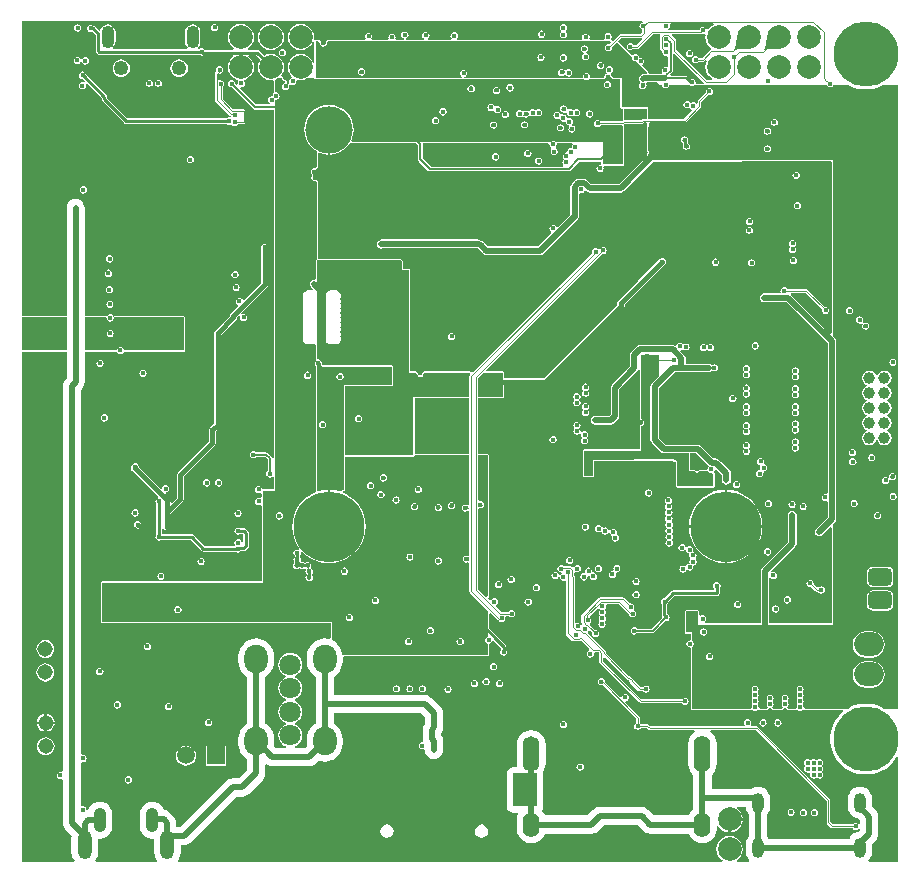
<source format=gbr>
%FSTAX23Y23*%
%MOIN*%
%SFA1B1*%

%IPPOS*%
%AMD100*
4,1,8,-0.039400,0.014800,-0.039400,-0.014800,-0.024600,-0.029500,0.024600,-0.029500,0.039400,-0.014800,0.039400,0.014800,0.024600,0.029500,-0.024600,0.029500,-0.039400,0.014800,0.0*
1,1,0.029528,-0.024600,0.014800*
1,1,0.029528,-0.024600,-0.014800*
1,1,0.029528,0.024600,-0.014800*
1,1,0.029528,0.024600,0.014800*
%
%ADD10C,0.010000*%
%ADD12C,0.004000*%
%ADD68C,0.020000*%
%ADD69C,0.008000*%
%ADD70C,0.005000*%
%ADD72C,0.015000*%
%ADD73C,0.006000*%
%ADD82O,0.047244X0.094488*%
%ADD83O,0.041339X0.082677*%
%ADD84C,0.059055*%
%ADD85R,0.059055X0.059055*%
%ADD87C,0.051496*%
%ADD88O,0.078740X0.094488*%
%ADD89C,0.078740*%
%ADD90O,0.039370X0.066929*%
%ADD91C,0.236220*%
%ADD92C,0.216535*%
%ADD93O,0.043307X0.074803*%
%ADD94C,0.049212*%
%ADD95C,0.039370*%
%ADD96O,0.055118X0.118110*%
%ADD97O,0.055118X0.122047*%
%ADD98O,0.055118X0.082677*%
%ADD99C,0.070866*%
G04~CAMADD=100~8~0.0~0.0~590.6~787.4~147.6~0.0~15~0.0~0.0~0.0~0.0~0~0.0~0.0~0.0~0.0~0~0.0~0.0~0.0~90.0~788.0~591.0*
%ADD100D100*%
%ADD101O,0.098425X0.078740*%
%ADD102C,0.015748*%
%ADD103C,0.019685*%
%ADD104C,0.157480*%
%LNx98_carrier_v1r2_12082022_copper_signal_2-1*%
%LPD*%
G36*
X02321Y02805D02*
X02315Y02802D01*
X02306Y02795*
X02301Y0279*
X02296Y02791*
X02296Y02792*
X02293Y02796*
X02289Y02798*
X02285Y02799*
X0228Y02798*
X02276Y02796*
X02274Y02792*
X02273Y02788*
X02172*
X0217Y02793*
X02172Y02794*
X02174Y02798*
X02175Y02802*
X02175Y02805*
X02178Y0281*
X0232*
X02321Y02805*
G37*
G36*
X02085Y02814D02*
X02084Y02813D01*
X02081Y02812*
X02077Y0281*
X02074Y02806*
X02073Y02801*
X02074Y02797*
X02077Y02793*
X02081Y0279*
X02082Y0279*
Y0278*
X02077Y02775*
X0201*
X02005Y02773*
X01984Y02752*
X0198Y02754*
X01979Y02758*
X01979Y0276*
X01979Y0276*
X0198Y02761*
X01981Y02766*
X0198Y02771*
X01977Y02774*
X01973Y02777*
X01969Y02778*
X01964Y02777*
X0196Y02774*
X01958Y02771*
X01957Y02766*
X01958Y02761*
X01958Y0276*
X01956Y02755*
X01908*
X01906Y0276*
X01906Y0276*
X01907Y02765*
X01906Y0277*
X01903Y02773*
X01899Y02776*
X01894Y02777*
X0189Y02776*
X01886Y02773*
X01883Y0277*
X01882Y02765*
X01883Y0276*
X01883Y0276*
X01881Y02755*
X01855*
X01466*
X01465Y02759*
X01464Y0276*
X01467Y02764*
X01468Y02769*
X01467Y02773*
X01464Y02777*
X0146Y0278*
X01456Y02781*
X01451Y0278*
X01447Y02777*
X01444Y02773*
X01443Y02769*
X01444Y02764*
X01447Y0276*
X01446Y02759*
X01445Y02755*
X01369*
X01367Y0276*
X0137Y02762*
X01373Y02766*
X01374Y02771*
X01373Y02775*
X0137Y02779*
X01366Y02782*
X01362Y02783*
X01357Y02782*
X01353Y02779*
X0135Y02775*
X01349Y02771*
X0135Y02766*
X01353Y02762*
X01356Y0276*
X01354Y02755*
X01296*
X01296Y0276*
X01296Y0276*
X013Y02763*
X01303Y02767*
X01304Y02772*
X01303Y02776*
X013Y0278*
X01296Y02783*
X01292Y02784*
X01287Y02783*
X01283Y0278*
X0128Y02776*
X01279Y02772*
X0128Y02767*
X01283Y02763*
X01287Y0276*
X01287Y0276*
X01287Y02755*
X01263*
X0126Y0276*
X01261Y02764*
X0126Y02768*
X01257Y02772*
X01253Y02775*
X01249Y02776*
X01244Y02775*
X0124Y02772*
X01237Y02768*
X01236Y02764*
X01237Y0276*
X01234Y02755*
X01182*
X01182Y02756*
X0118Y0276*
X01182Y02763*
X01183Y02768*
X01182Y02772*
X01179Y02776*
X01175Y02779*
X01171Y0278*
X01166Y02779*
X01162Y02776*
X01159Y02772*
X01158Y02768*
X01159Y02763*
X01161Y0276*
X01159Y02756*
X01159Y02755*
X01036*
X01035Y02755*
X01035Y02755*
X01034Y02755*
X01032Y02754*
X01032Y02754*
X01032Y02754*
X01028Y02749*
X01028Y02748*
X01028Y02748*
X01028Y02747*
X01027Y02745*
X01027Y02745*
X01027Y02742*
X01025Y0274*
X01022Y02738*
X0102Y02738*
X01017Y02738*
X01014Y0274*
X01012Y02742*
X01012Y02745*
X01012Y02745*
X01011Y02747*
X01011Y02748*
X01011Y02748*
X01011Y02749*
X01007Y02754*
X01007Y02754*
X01007Y02754*
X01005Y02755*
X01004Y02755*
X01004Y02755*
X01003Y02755*
X00995*
X00992Y02754*
X00987Y02756*
X00988Y02764*
X00987Y02776*
X00982Y02786*
X00975Y02795*
X00966Y02802*
X00956Y02807*
X00944Y02808*
X00933Y02807*
X00923Y02802*
X00913Y02795*
X00907Y02786*
X00902Y02776*
X00901Y02764*
X00902Y02753*
X00907Y02743*
X00913Y02734*
X00923Y02727*
X00933Y02722*
X00944Y02721*
X00956Y02722*
X00966Y02727*
X00975Y02734*
X00982Y02743*
X00985Y0275*
X0099Y02749*
Y0268*
X00985Y02679*
X00982Y02686*
X00975Y02695*
X00966Y02702*
X00956Y02707*
X00944Y02708*
X00933Y02707*
X00923Y02702*
X00913Y02695*
X00907Y02686*
X00902Y02676*
X00901Y02664*
X00902Y02653*
X00907Y02643*
X00913Y02634*
X00914Y02633*
X00912Y02628*
X00912Y02628*
X00908Y02625*
X00905Y02621*
X00904Y02617*
X00905Y02613*
X00904Y02611*
X00901Y02609*
X00899Y02611*
X00897Y02611*
X00897Y02612*
Y02617*
X00896Y02618*
X00896Y02619*
X00896Y02619*
X00896Y0262*
X00894Y0262*
X00893Y02621*
X00891Y02621*
X00889Y02623*
X00887Y02626*
X00886Y02629*
X00886Y0263*
X00885Y02631*
X00885Y02631*
X00885Y02632*
X00883Y02632*
X00882Y02632*
X00881*
X00878Y02637*
X00882Y02643*
X00887Y02653*
X00888Y02664*
X00887Y02676*
X00882Y02686*
X00875Y02695*
X00866Y02702*
X00856Y02707*
X00844Y02708*
X00833Y02707*
X00823Y02702*
X00805Y0272*
X00802Y02722*
X00798Y02723*
X00769*
X00768Y02728*
X00775Y02734*
X00782Y02743*
X00787Y02753*
X00788Y02764*
X00787Y02776*
X00782Y02786*
X00775Y02795*
X00766Y02802*
X00756Y02807*
X00744Y02808*
X00733Y02807*
X00723Y02802*
X00713Y02795*
X00707Y02786*
X00702Y02776*
X00701Y02764*
X00702Y02753*
X00707Y02743*
X00713Y02734*
X00721Y02728*
X00719Y02723*
X00623*
X00622Y02724*
X00618Y02727*
X00614Y02727*
X00609Y02727*
X00607Y02725*
X00603Y02726*
X00602Y02731*
X00602Y02731*
X00607Y02737*
X00609Y02743*
X0061Y0275*
Y02781*
X00609Y02788*
X00607Y02794*
X00602Y02799*
X00597Y02803*
X00591Y02806*
X00584Y02807*
X00577Y02806*
X00571Y02803*
X00566Y02799*
X00562Y02794*
X00559Y02788*
X00558Y02781*
Y0275*
X00559Y02743*
X00562Y02737*
X00566Y02731*
X00568Y0273*
X00566Y02725*
X00319*
X00317Y0273*
X00319Y02731*
X00323Y02737*
X00326Y02743*
X00327Y0275*
Y02781*
X00326Y02788*
X00323Y02794*
X00319Y02799*
X00314Y02803*
X00307Y02806*
X00301Y02807*
X00294Y02806*
X00288Y02803*
X00282Y02799*
X00278Y02794*
X00276Y02789*
X00271Y02786*
X00258Y028*
X00255Y02802*
X00253Y02802*
X00253Y02803*
X00249Y02806*
X00244Y02806*
X00239Y02806*
X00235Y02803*
X00233Y02799*
X00232Y02794*
X00233Y0279*
X00235Y02786*
X00239Y02783*
X00244Y02782*
X00248Y02783*
X00261Y02771*
Y02717*
X00262Y02714*
X00264Y02711*
X00266Y02709*
X00269Y02707*
X00272Y02706*
X00606*
X00609Y02704*
X00614Y02703*
X00618Y02704*
X00619Y02704*
X00717*
X00719Y02699*
X00713Y02695*
X00707Y02686*
X00702Y02676*
X00701Y02664*
X00702Y02653*
X00707Y02643*
X00713Y02634*
X00723Y02627*
X00733Y02622*
X00734Y02622*
X00735Y02622*
X00736Y02617*
X00735Y02614*
X00734Y0261*
X00734Y02608*
X0073Y02605*
X00727Y02608*
X00727Y02609*
X00726Y02613*
X00723Y02617*
X00719Y0262*
X00715Y02621*
X0071Y0262*
X00706Y02617*
X00703Y02613*
X00702Y02609*
X00703Y02604*
X00706Y026*
X0071Y02598*
X00715Y02597*
X00715Y02597*
X00786Y02526*
X00789Y02524*
X00792Y02523*
X00854*
Y01363*
X00849Y01362*
X00848Y01364*
X00847Y01366*
X00835Y01378*
X00833Y01379*
X0083Y0138*
X00796*
X00795Y01381*
X00791Y01384*
X00786Y01385*
X00782Y01384*
X00778Y01381*
X00775Y01377*
X00774Y01373*
X00775Y01368*
X00778Y01364*
X00782Y01361*
X00786Y0136*
X00791Y01361*
X00795Y01364*
X00796Y01365*
X00827*
X00834Y01358*
Y01318*
X00833Y01317*
X0083Y01313*
X00829Y01308*
X0083Y01304*
X00833Y013*
X00837Y01297*
X00842Y01296*
X00846Y01297*
X00849Y01299*
X00853Y01297*
X00854Y01297*
Y01258*
X00818*
X00816Y01259*
X00815Y01261*
X00813Y01265*
X00809Y01268*
X00804Y01269*
X008Y01268*
X00796Y01265*
X00793Y01261*
X00792Y01257*
X00793Y01252*
X00796Y01248*
X008Y01245*
X00804Y01244*
X00809Y01245*
X00809Y01245*
X00814Y01243*
Y01231*
X00809Y01228*
X00809Y01228*
X00804Y01229*
X008Y01228*
X00796Y01226*
X00793Y01222*
X00792Y01217*
X00793Y01213*
X00796Y01209*
X008Y01206*
X00804Y01205*
X00809Y01206*
X00809Y01206*
X00814Y01203*
Y0095*
X0048*
X0048Y00955*
X00483Y00955*
X00487Y00958*
X00489Y00962*
X0049Y00967*
X00489Y00971*
X00487Y00975*
X00483Y00978*
X00478Y00979*
X00474Y00978*
X0047Y00975*
X00467Y00971*
X00466Y00967*
X00467Y00962*
X0047Y00958*
X00474Y00955*
X00477Y00955*
X00476Y0095*
X00283*
X0028Y00948*
X00279Y00945*
Y00817*
X00279Y00816*
X00279Y00816*
X00279*
X0028Y00815*
X0028Y00814*
X0028Y00813*
X00281Y00813*
X00282Y00812*
X00282Y00812*
X00283Y00812*
X00283Y00812*
X01044*
Y0076*
X0104Y00757*
X01036Y00759*
X01024Y0076*
X01013Y00759*
X01001Y00755*
X00991Y0075*
X00982Y00742*
X00975Y00733*
X00969Y00723*
X00966Y00712*
X00965Y007*
Y00685*
X00966Y00673*
X00969Y00662*
X00975Y00651*
X00982Y00642*
X00991Y00635*
X00994Y00633*
Y00541*
Y00476*
X00991Y00474*
X00982Y00467*
X00975Y00458*
X00969Y00448*
X00966Y00436*
X00965Y00425*
Y00409*
X00965Y00401*
X00959Y00395*
X00925*
X00924Y004*
X0093Y00402*
X00938Y00408*
X00945Y00417*
X00949Y00426*
X0095Y00437*
X00949Y00447*
X00945Y00456*
X00938Y00465*
X0093Y00471*
X00925Y00473*
Y00479*
X0093Y00481*
X00938Y00487*
X00945Y00495*
X00949Y00505*
X0095Y00515*
X00949Y00526*
X00945Y00535*
X00938Y00543*
X0093Y0055*
X00925Y00552*
Y00557*
X0093Y0056*
X00938Y00566*
X00945Y00574*
X00949Y00584*
X0095Y00594*
X00949Y00604*
X00945Y00614*
X00938Y00622*
X0093Y00628*
X00925Y00631*
Y00636*
X0093Y00638*
X00938Y00645*
X00945Y00653*
X00949Y00662*
X0095Y00673*
X00949Y00683*
X00945Y00693*
X00938Y00701*
X0093Y00707*
X0092Y00711*
X0091Y00713*
X009Y00711*
X0089Y00707*
X00882Y00701*
X00876Y00693*
X00872Y00683*
X0087Y00673*
X00872Y00662*
X00876Y00653*
X00882Y00645*
X0089Y00638*
X00896Y00636*
Y00631*
X0089Y00628*
X00882Y00622*
X00876Y00614*
X00872Y00604*
X0087Y00594*
X00872Y00584*
X00876Y00574*
X00882Y00566*
X0089Y0056*
X00896Y00557*
Y00552*
X0089Y0055*
X00882Y00543*
X00876Y00535*
X00872Y00526*
X0087Y00515*
X00872Y00505*
X00876Y00495*
X00882Y00487*
X0089Y00481*
X00896Y00479*
Y00473*
X0089Y00471*
X00882Y00465*
X00876Y00456*
X00872Y00447*
X0087Y00437*
X00872Y00426*
X00876Y00417*
X00882Y00408*
X0089Y00402*
X00896Y004*
X00895Y00395*
X00862*
X00855Y00402*
X00856Y00409*
Y00425*
X00854Y00436*
X00851Y00448*
X00846Y00458*
X00838Y00467*
X00829Y00474*
X00826Y00476*
Y00633*
X00829Y00635*
X00838Y00642*
X00846Y00651*
X00851Y00662*
X00854Y00673*
X00856Y00685*
Y007*
X00854Y00712*
X00851Y00723*
X00846Y00733*
X00838Y00742*
X00829Y0075*
X00819Y00755*
X00808Y00759*
X00796Y0076*
X00784Y00759*
X00773Y00755*
X00763Y0075*
X00754Y00742*
X00746Y00733*
X00741Y00723*
X00737Y00712*
X00736Y007*
Y00685*
X00737Y00673*
X00741Y00662*
X00746Y00651*
X00754Y00642*
X00763Y00635*
X00766Y00633*
Y00476*
X00763Y00474*
X00754Y00467*
X00746Y00458*
X00741Y00448*
X00737Y00436*
X00736Y00425*
Y00409*
X00737Y00397*
X00741Y00386*
X00746Y00376*
X00754Y00367*
X00763Y00359*
X00766Y00358*
Y00323*
X00737Y00294*
X00717*
X00717*
X00709Y00293*
X00702Y0029*
X00696Y00285*
X00541Y0013*
X0053*
Y00145*
X00529Y00153*
X00526Y0016*
X00521Y00166*
X00509Y00179*
X00502Y00184*
X00495Y00187*
X00489Y00188*
X00485Y00195*
X00479Y00204*
X0047Y0021*
X0046Y00214*
X0045Y00216*
X00439Y00214*
X00429Y0021*
X00421Y00204*
X00414Y00195*
X0041Y00185*
X00409Y00175*
Y00134*
X0041Y00123*
X00414Y00113*
X00421Y00105*
X00429Y00098*
X00439Y00094*
X0045Y00092*
X00452Y00093*
X00456Y0009*
Y00048*
X00458Y00036*
X00462Y00026*
X00466Y0002*
X00464Y00015*
X00261*
X00258Y0002*
X00263Y00026*
X00267Y00036*
X00268Y00048*
Y0009*
X00272Y00093*
X00275Y00092*
X00285Y00094*
X00295Y00098*
X00304Y00105*
X0031Y00113*
X00314Y00123*
X00316Y00134*
Y00175*
X00314Y00185*
X0031Y00195*
X00304Y00204*
X00295Y0021*
X00285Y00214*
X00275Y00216*
X00264Y00214*
X00254Y0021*
X00246Y00204*
X00239Y00195*
X00236Y00188*
X00234Y00188*
X00231Y00189*
X0023Y00193*
X00228Y00197*
X00224Y00199*
X00219Y002*
X00217Y002*
X00212Y00203*
Y00346*
X00217Y00349*
X00219Y00348*
X00224Y00349*
X00228Y00352*
X0023Y00356*
X00231Y00361*
X0023Y00365*
X00228Y00369*
X00224Y00372*
X00219Y00373*
X00217Y00372*
X00212Y00375*
Y01588*
X00216Y01592*
X0022Y01598*
X00223Y01606*
X00225Y01614*
Y01715*
X00331*
X00331Y01715*
X00332Y01715*
X00335Y01711*
X00339Y01708*
X00343Y01707*
X00348Y01708*
X00352Y01711*
X00354Y01715*
X00355Y01715*
X00355Y01715*
X00555*
X00558Y01716*
X0056Y0172*
Y0183*
X00558Y01833*
X00555Y01834*
X00322*
X00322Y01834*
X00322Y01834*
X0032Y01833*
X00318Y01837*
X00314Y0184*
X00309Y01841*
X00305Y0184*
X00301Y01837*
X00298Y01833*
X00297Y01834*
X00297Y01834*
X00296Y01834*
X00225*
Y02196*
X00223Y02203*
X0022Y02211*
X00216Y02217*
X00209Y02222*
X00202Y02225*
X00194Y02226*
X00186Y02225*
X00179Y02222*
X00173Y02217*
X00168Y02211*
X00165Y02203*
X00164Y02196*
Y01834*
X00015*
Y02819*
X02083*
X02085Y02814*
G37*
G36*
X02143Y0277D02*
X02142Y02769D01*
X02141Y02765*
Y02729*
X02142Y02725*
X02151Y02716*
X0215Y02714*
X02151Y02709*
X02154Y02705*
X02158Y02703*
X02163Y02702*
X02165Y02702*
X0217Y02699*
Y02667*
X02165Y02665*
X02164Y02665*
X0216Y02666*
X02155Y02665*
X02151Y02663*
X02148Y02659*
X02147Y02654*
X02148Y0265*
X0215Y02648*
X02147Y02643*
X02105*
X02103Y02647*
X02102Y02648*
Y02649*
X02102Y02649*
X02101Y0265*
X02083Y02669*
X02084Y02674*
X02086Y02676*
X02089Y0268*
X0209Y02684*
X02089Y02689*
X02086Y02693*
X02082Y02696*
X02078Y02696*
X02077Y02696*
X02073Y02696*
X02072Y027*
X02072Y02701*
X02069Y02705*
X02065Y02707*
X02061Y02708*
X02056Y02707*
X02052Y02705*
X02048Y02704*
X02001Y02751*
X02012Y02762*
X02079*
X02081Y02762*
X02083Y02758*
X02062Y02737*
X02055*
X02055Y02738*
X02052Y02742*
X02048Y02744*
X02043Y02745*
X02039Y02744*
X02035Y02742*
X02032Y02738*
X02031Y02733*
X02032Y02728*
X02035Y02724*
X02039Y02722*
X02043Y02721*
X02048Y02722*
X0205Y02724*
X02065*
X02069Y02725*
X02119Y02775*
X02141*
X02143Y0277*
G37*
G36*
X01978Y02746D02*
X01972Y0274D01*
X0197Y02741*
X01965Y0274*
X01961Y02737*
X01959Y02733*
X01958Y02729*
X01959Y02724*
X01961Y0272*
X01965Y02718*
X0197Y02717*
X01975Y02718*
X01979Y0272*
X01981Y02724*
X01982Y02729*
X01982Y02731*
X01998Y02748*
X02049Y02697*
X02048Y02696*
X02049Y02691*
X02052Y02687*
X02056Y02685*
X02061Y02684*
X02062Y02684*
X02068Y02677*
X02069Y02676*
X02071Y02675*
X02098Y02647*
X02097Y02643*
X02089*
X02083Y02641*
X02079Y02638*
X02076Y02635*
X02073Y02631*
X02072Y02625*
X02073Y0262*
X02076Y02615*
X02075Y0261*
X02073Y02608*
X02072Y02604*
X02073Y02599*
X02076Y02595*
X0208Y02592*
X02085Y02591*
X02089Y02592*
X02093Y02595*
X02096Y02599*
X02097Y02604*
X02096Y02608*
X02095Y02609*
X02095Y02609*
X02098Y02614*
X02132*
X02142Y02604*
X02149*
X02149Y02602*
X02152Y02598*
X02156Y02595*
X02161Y02594*
X02165Y02595*
X02169Y02598*
X02172Y02602*
X02172Y02604*
X02242*
X02245Y02603*
X02249Y02602*
X02254Y02603*
X02256Y02604*
X02698*
X027Y02601*
X02704Y02598*
X02709Y02597*
X02714Y02598*
X02718Y02601*
X0272Y02604*
X02772*
X02776Y02602*
X0279Y02596*
X02805Y02592*
X0282Y0259*
X02836*
X02851Y02592*
X02866Y02596*
X0288Y02602*
X02884Y02604*
X02936*
Y00526*
X02889*
X0288Y00531*
X02866Y00537*
X02851Y00541*
X02836Y00543*
X0282*
X02805Y00541*
X0279Y00537*
X02776Y00531*
X02767Y00526*
X02624*
X02621Y0053*
X02621Y0053*
X0262Y00535*
X02617Y00539*
Y00542*
X0262Y00546*
X02621Y0055*
X0262Y00555*
X02617Y00559*
Y00562*
X0262Y00566*
X02621Y0057*
X0262Y00575*
X02617Y00579*
Y00582*
X0262Y00586*
X02621Y0059*
X0262Y00595*
X02617Y00599*
X02613Y00602*
X02609Y00602*
X02604Y00602*
X026Y00599*
X02598Y00595*
X02597Y0059*
X02598Y00586*
X026Y00582*
Y00579*
X02598Y00575*
X02597Y0057*
X02598Y00566*
X026Y00562*
Y00559*
X02598Y00555*
X02597Y0055*
X02598Y00546*
X026Y00542*
Y00539*
X02598Y00535*
X02597Y0053*
X02597Y0053*
X02594Y00526*
X02568*
X02566Y00531*
X02567Y00532*
X0257Y00536*
X02571Y0054*
X0257Y00545*
X02567Y00549*
Y00552*
X0257Y00556*
X02571Y0056*
X0257Y00565*
X02567Y00569*
X02563Y00572*
X02559Y00572*
X02554Y00572*
X0255Y00569*
X02548Y00565*
X02547Y0056*
X02548Y00556*
X0255Y00552*
Y00549*
X02548Y00545*
X02547Y0054*
X02548Y00536*
X0255Y00532*
X02551Y00531*
X0255Y00526*
X02518*
X02516Y00531*
X02517Y00532*
X0252Y00536*
X02521Y0054*
X0252Y00545*
X02517Y00549*
Y00552*
X0252Y00556*
X02521Y0056*
X0252Y00565*
X02517Y00569*
X02513Y00572*
X02509Y00572*
X02504Y00572*
X025Y00569*
X02498Y00565*
X02497Y0056*
X02498Y00556*
X025Y00552*
Y00549*
X02498Y00545*
X02497Y0054*
X02498Y00536*
X025Y00532*
X02501Y00531*
X025Y00526*
X02474*
X02471Y0053*
X02471Y0053*
X0247Y00535*
X02467Y00539*
Y00542*
X0247Y00546*
X02471Y0055*
X0247Y00555*
X02467Y00559*
Y00562*
X0247Y00566*
X02471Y0057*
X0247Y00575*
X02467Y00579*
Y00582*
X0247Y00586*
X02471Y0059*
X0247Y00595*
X02467Y00599*
X02463Y00602*
X02459Y00602*
X02454Y00602*
X0245Y00599*
X02448Y00595*
X02447Y0059*
X02448Y00586*
X0245Y00582*
Y00579*
X02448Y00575*
X02447Y0057*
X02448Y00566*
X0245Y00562*
Y00559*
X02448Y00555*
X02447Y0055*
X02448Y00546*
X0245Y00542*
Y00539*
X02448Y00535*
X02447Y0053*
X02447Y0053*
X02444Y00526*
X02248*
Y00732*
X02251Y00734*
X02253Y00738*
X02254Y00742*
X02253Y00747*
X02251Y00751*
X02248Y00753*
Y0078*
X02229*
Y0085*
X02269*
Y00806*
X02718*
Y01139*
X02725Y01147*
X02725Y01147*
X02728Y01151*
X0273Y01157*
Y01749*
Y0175*
X02728Y01755*
X02725Y0176*
X02718Y01767*
Y01991*
X02719Y01995*
X02718Y01999*
Y02356*
X02106Y02354*
X02103Y02357*
Y02374*
X02104Y02376*
X02105Y0238*
X02104Y02385*
X02103Y02387*
Y02465*
X02104Y02467*
X02105Y02471*
X02104Y02475*
X02106Y02479*
X02107Y0248*
X02224*
X02228Y02482*
X02278Y02531*
X0228Y02536*
Y02548*
X02304Y02572*
X02306Y02571*
X02311Y02572*
X02315Y02575*
X02317Y02579*
X02318Y02584*
X02317Y02588*
X02315Y02592*
X02311Y02595*
X02306Y02596*
X02302Y02595*
X02298Y02592*
X02295Y02588*
X02294Y02584*
X02295Y02581*
X02269Y02555*
X02267Y02551*
Y02544*
X02262Y02542*
X02261Y02544*
X02257Y02547*
X02252Y02548*
X02247Y02547*
X02244Y02544*
X02241Y02548*
X02237Y02551*
X02233Y02551*
X02228Y02551*
X02224Y02548*
X02221Y02544*
X0222Y02539*
X02221Y02535*
X02224Y02531*
X02228Y02528*
X02233Y02527*
X02237Y02528*
X02241Y02531*
X02243Y02527*
X02246Y02525*
X02248Y0252*
X02221Y02493*
X02103*
Y02531*
X02015*
Y02628*
X01987*
X0198Y02634*
X0198Y02638*
X01978Y0264*
X01978Y02643*
X0198Y02646*
X01982Y02647*
X01985Y02651*
X01985Y02656*
X01985Y02661*
X01982Y02665*
X01978Y02667*
X01973Y02668*
X01969Y02667*
X01965Y02665*
X01962Y02661*
X01961Y02656*
X01962Y02651*
X01963Y02649*
X01964Y02646*
X01962Y02643*
X0196Y02642*
X01957Y02638*
X01956Y02633*
X01956Y02633*
X01952Y02628*
X01912*
X01912Y02628*
X01908Y02633*
X01908Y02633*
X01908Y02635*
X01907Y02639*
X01905Y02643*
X01901Y02646*
X01896Y02647*
X01892Y02646*
X01888Y02643*
X01885Y02639*
X01884Y02635*
X01884Y02633*
X01881Y02628*
X0149Y02628*
X0149Y02633*
X01491Y02633*
X01495Y02636*
X01498Y0264*
X01499Y02645*
X01498Y02649*
X01495Y02653*
X01491Y02656*
X01487Y02657*
X01482Y02656*
X01478Y02653*
X01475Y02649*
X01474Y02645*
X01475Y0264*
X01478Y02636*
X01482Y02633*
X01483Y02633*
X01483Y02628*
X00995*
Y02751*
X01003*
X01008Y02746*
X01007Y02745*
X01008Y02741*
X01011Y02737*
X01015Y02734*
X0102Y02733*
X01024Y02734*
X01028Y02737*
X01031Y02741*
X01032Y02745*
X01031Y02746*
X01036Y02751*
X01855*
X01976*
X01978Y02746*
G37*
G36*
X02534Y02725D02*
X02527Y02726D01*
X0251Y02726*
X02506Y02725*
X02502Y02725*
X02499Y02724*
X02496Y02723*
X02493Y02722*
X02492Y0272*
X02489Y02723*
X0249Y02725*
X02491Y02727*
X02492Y0273*
X02493Y02733*
X02494Y02737*
X02496Y02747*
X02497Y02759*
X02497Y02767*
X02534Y02725*
G37*
G36*
X02434D02*
X02427Y02726D01*
X0241Y02726*
X02406Y02725*
X02402Y02725*
X02399Y02724*
X02396Y02723*
X02393Y02722*
X02392Y0272*
X02389Y02723*
X0239Y02725*
X02391Y02727*
X02392Y0273*
X02393Y02733*
X02394Y02737*
X02396Y02747*
X02397Y02759*
X02397Y02767*
X02434Y02725*
G37*
G36*
X0228Y02776D02*
X02285Y02775D01*
X02289Y02776*
X02294Y02773*
X02293Y02764*
X02294Y02753*
X02299Y02743*
X02306Y02734*
X02313Y02728*
X02313Y02727*
X02312Y02723*
X02308Y02721*
X02282Y02695*
X0227*
X02269Y02697*
X02265Y027*
X02261Y02701*
X02256Y027*
X02252Y02697*
X02249Y02694*
X02248Y02689*
X02249Y02684*
X02252Y0268*
X02256Y02678*
X02261Y02677*
X02265Y02678*
X02269Y0268*
X0227Y02682*
X02285*
X0229Y02684*
X02295Y02689*
X02299Y02686*
X02294Y02676*
X02293Y02664*
X02294Y02653*
X02299Y02643*
X02306Y02634*
X02315Y02627*
X02316Y02626*
X02315Y02621*
X02297*
X02196Y02722*
Y02752*
X02194Y02756*
X02181Y0277*
X02183Y02775*
X02277*
X0228Y02776*
X0228Y02776*
G37*
G36*
X01984Y02625D02*
X01987Y02624D01*
X0201*
Y02531*
X02012Y02528*
X02015Y02526*
X02018*
Y02489*
X02014Y02485*
X01944*
X01943Y02486*
X01939Y02489*
X01934Y0249*
X0193Y02489*
X01926Y02486*
X01923Y02482*
X01922Y02478*
X01923Y02473*
X01926Y02469*
X0193Y02466*
X01934Y02465*
X01939Y02466*
X01943Y02469*
X01945Y02472*
X02014*
X02017Y02468*
X02017Y02468*
X02018Y02463*
X02018Y02463*
Y0234*
X01953*
Y02415*
X01794*
X01794Y02415*
X0179Y02418*
X01785Y02419*
X01781Y02418*
X01777Y02415*
X01777Y02415*
X01115Y02415*
X01112Y0242*
X01115Y02424*
X0112Y0244*
X01121Y02456*
X0112Y02472*
X01115Y02488*
X01107Y02502*
X01097Y02515*
X01084Y02525*
X0107Y02533*
X01054Y02538*
X01038Y02539*
X01022Y02538*
X01006Y02533*
X00992Y02525*
X00979Y02515*
X00969Y02502*
X00961Y02488*
X00957Y02472*
X00955Y02456*
X00957Y0244*
X00961Y02424*
X00969Y0241*
X00979Y02397*
X00992Y02387*
X00998Y02384*
Y0233*
X00993Y02328*
X0099Y02328*
X00985Y02327*
X00981Y02325*
X00978Y02321*
X00977Y02316*
X00978Y02312*
X00981Y02308*
X00981Y02301*
X00981Y02301*
X0098Y02296*
X00981Y02292*
X00983Y02288*
X00987Y02285*
X00992Y02284*
X00993Y02284*
X00998Y0228*
Y02024*
X00995Y02023*
X00994Y0202*
Y0196*
X00989Y01956*
X00988Y01957*
X00982Y01955*
X00978Y01952*
X00975Y01948*
X00974Y01942*
X00975Y01937*
X00978Y01932*
X00985Y01925*
X00983Y0192*
X00968*
X00962Y01919*
X00957Y01916*
X00953Y01911*
X00952Y01905*
Y01897*
X00953Y01893*
X00952Y01889*
Y01881*
X00953Y01877*
X00952Y01873*
Y01865*
X00953Y01862*
X00952Y01858*
Y0185*
X00953Y01846*
X00952Y01842*
Y01834*
X00953Y0183*
X00952Y01826*
Y01818*
X00953Y01814*
X00952Y0181*
Y01802*
X00953Y01799*
X00952Y01795*
Y01787*
X00953Y01783*
X00952Y01779*
Y01771*
X00953Y01767*
X00952Y01763*
Y01755*
X00953Y01749*
X00957Y01744*
X00962Y01741*
X00968Y0174*
X00985*
X00989Y01741*
X00994Y01737*
Y01694*
X00994Y01693*
X00994Y01693*
X00994Y01692*
X00995Y01691*
X00995Y01686*
X00992Y01682*
X00991Y01678*
X00992Y01673*
X00995Y01669*
X00995Y01669*
X00994Y01666*
Y01256*
X00995Y01253*
X00995Y01253*
Y01248*
X00982Y01242*
X00966Y01232*
X00951Y0122*
X00939Y01205*
X00929Y01189*
X00922Y01171*
X00917Y01152*
X00916Y01133*
X00917Y01114*
X00922Y01095*
X00929Y01078*
X00939Y01061*
X0094Y0106*
X00938Y01058*
X00937Y01056*
X00933Y01057*
X00928Y01056*
X00924Y01054*
X00921Y0105*
X0092Y01045*
X00921Y0104*
X00924Y01036*
Y01032*
X00924Y01032*
X00921Y01029*
X0092Y01024*
X00921Y01019*
X00922Y01018*
X00922Y01012*
X00919Y01009*
X00919Y01004*
X00919Y00999*
X00922Y00995*
X00926Y00993*
X00931Y00992*
X00935Y00993*
X00939Y00995*
X0094*
X00944Y00993*
X00948Y00992*
X00953Y00993*
X00954Y00993*
X00958Y00995*
X00962Y00993*
X00963Y00993*
X00961Y00989*
X0096Y00984*
X00961Y00979*
X00964Y00975*
Y00972*
X00961Y00969*
X0096Y00964*
X00961Y00959*
X00964Y00955*
X00968Y00953*
X00972Y00952*
X00977Y00953*
X00981Y00955*
X00984Y00959*
X00985Y00964*
X00984Y00969*
X00981Y00972*
Y00975*
X00984Y00979*
X00985Y00984*
X00984Y00989*
X00981Y00992*
X00977Y00995*
X00979Y00999*
X0098Y01004*
X00979Y01009*
X00976Y01012*
X00972Y01015*
X00967Y01016*
X00963Y01015*
X00962Y01014*
X00958Y01013*
X00954Y01014*
X00953Y01015*
X00948Y01016*
X00947Y01016*
X00946Y01017*
X00944Y0102*
X00945Y01024*
X00944Y01029*
X00941Y01032*
Y01036*
X00941Y01036*
X00944Y0104*
X00945Y01045*
X00944Y01047*
X00949Y0105*
X00951Y01047*
X00966Y01034*
X00982Y01024*
X01Y01017*
X01019Y01012*
X01038Y01011*
X01057Y01012*
X01076Y01017*
X01094Y01024*
X0111Y01034*
X01125Y01047*
X01137Y01061*
X01147Y01078*
X01155Y01095*
X01159Y01114*
X01161Y01133*
X01159Y01152*
X01155Y01171*
X01147Y01189*
X01137Y01205*
X01125Y0122*
X0111Y01232*
X01094Y01242*
X01083Y01247*
X01084Y01252*
X01088*
X01091Y01253*
X01092Y01256*
Y01366*
X0132*
X01323Y01367*
X01324Y0137*
Y0137*
X01506*
Y01206*
X01504Y01205*
X01501Y01204*
X01498Y01206*
X01493Y01207*
X01488Y01206*
X01484Y01204*
X01482Y012*
X01481Y01195*
X01482Y0119*
X01484Y01187*
X01488Y01184*
X01493Y01183*
X01498Y01184*
X01501Y01186*
X01504Y01185*
X01506Y01184*
Y01039*
X01501Y01036*
X01501Y01036*
X01496Y01037*
X01491Y01036*
X01487Y01034*
X01485Y0103*
X01484Y01025*
X01485Y0102*
X01487Y01016*
X01491Y01014*
X01496Y01013*
X01501Y01014*
X01501Y01014*
X01506Y01011*
Y00918*
X01508Y00913*
X01568Y00853*
Y00766*
X01566Y00766*
X01562Y00763*
X0156Y00759*
X01559Y00755*
X0156Y0075*
X01562Y00746*
X01566Y00744*
X01568Y00743*
Y00705*
X01083Y00705*
X01083Y00712*
X01079Y00723*
X01074Y00733*
X01066Y00742*
X01057Y0075*
X01049Y00755*
Y00816*
X00283*
X00283Y00817*
Y00945*
X00818*
Y01253*
X00858*
Y02551*
X00858Y02551*
X00859Y02555*
X00862Y02556*
X00862Y02556*
X00867Y02557*
X00871Y02559*
X00873Y02563*
X00874Y02568*
X00873Y02572*
X00871Y02576*
X00867Y02579*
X00862Y0258*
X00862Y0258*
X00858Y02583*
Y02623*
X00866Y02627*
X00868Y02628*
X00882*
X00883Y02624*
X00886Y0262*
X0089Y02617*
X00893Y02617*
Y02612*
X0089Y02611*
X00886Y02608*
X00883Y02605*
X00882Y026*
X00883Y02595*
X00886Y02591*
X0089Y02589*
X00894Y02588*
X00899Y02589*
X00903Y02591*
X00905Y02595*
X00906Y026*
X00905Y02604*
X00907Y02605*
X0091Y02607*
X00912Y02606*
X00917Y02605*
X00921Y02606*
X00925Y02608*
X00928Y02612*
X00929Y02617*
X00928Y02619*
X00933Y02622*
X00933Y02622*
X00944Y02621*
X00956Y02622*
X00966Y02627*
X00968Y02628*
X0099*
X00992Y02625*
X00995Y02624*
X01483*
X01486Y02625*
X01487*
X0149Y02624*
X01881*
X01881Y02624*
X01882Y02624*
X01883Y02624*
X01884Y02625*
X01889Y02625*
X01892Y02623*
X01896Y02623*
X01901Y02623*
X01904Y02626*
X01908Y02625*
X0191Y02624*
X0191Y02624*
X0191Y02624*
X01911Y02624*
X01911Y02624*
X01911Y02624*
X01912Y02624*
X01952*
X01953Y02624*
X01953Y02624*
X01954Y02624*
X01955Y02625*
X01955Y02625*
X01956Y02625*
X01958Y02628*
X01981*
X01984Y02625*
G37*
G36*
X02287Y02613D02*
X02285Y02608D01*
X02265*
X02261Y02613*
X02261Y02614*
X0226Y02618*
X02258Y02622*
X02254Y02625*
X02249Y02626*
X02245Y02625*
X02242Y02623*
X02233Y02633*
X02231Y02634*
X02228Y02635*
X022*
X02199Y02635*
X02177*
X02175Y0264*
X02182Y02647*
X02183Y02649*
X02184Y02651*
Y02709*
X02189Y02711*
X02287Y02613*
G37*
G36*
X00809Y0269D02*
X00807Y02686D01*
X00802Y02676*
X00801Y02664*
X00802Y02653*
X00807Y02643*
X00813Y02634*
X00823Y02627*
X00833Y02622*
X00844Y02621*
X0085Y02621*
X00854Y02618*
Y02583*
X00854Y02583*
X00854Y02583*
X00854Y02581*
X00855Y0258*
X00853Y02575*
X00851Y02572*
X0085Y02568*
X00847Y02567*
X00847Y02567*
X00842Y02566*
X00838Y02564*
X00836Y0256*
X00835Y02555*
X00836Y02551*
X00838Y02547*
X00841Y02545*
X00841Y02541*
X0084Y0254*
X00795*
X00741Y02593*
X00744Y02598*
X00746Y02598*
X00751Y02599*
X00755Y02601*
X00757Y02605*
X00758Y0261*
X00757Y02614*
X00755Y02617*
X00756Y02619*
X00756Y02621*
X00757Y02623*
X00766Y02627*
X00775Y02634*
X00782Y02643*
X00787Y02653*
X00788Y02664*
X00787Y02676*
X00782Y02686*
X00775Y02695*
X0077Y02699*
X00772Y02704*
X00795*
X00809Y0269*
G37*
G36*
X02086Y02611D02*
X02086Y02611D01*
X02087Y02611*
X02089Y0261*
X02091Y02608*
X02091Y02608*
X02092Y02607*
X02092Y02607*
X02092Y02604*
X02092Y02601*
X0209Y02598*
X02088Y02596*
X02085Y02596*
X02082Y02596*
X02079Y02598*
X02077Y02601*
X02077Y02604*
X02077Y02607*
X02078Y02608*
X02078Y02608*
X02078Y02608*
X02081Y02612*
X02086Y02611*
G37*
G36*
X02098Y02493D02*
X02086D01*
X02082Y02491*
X0208Y02489*
X02027*
X02023*
X02022Y02494*
Y02526*
X02098*
Y02493*
G37*
G36*
X01849Y02411D02*
X01851Y02406D01*
X01849Y02404*
X01848Y02399*
X01845Y02395*
X0184Y02394*
X01836Y02391*
X01834Y02387*
X01833Y02383*
X01832Y02382*
X0183Y0238*
X01828Y02379*
X01824Y02378*
X01821Y02375*
X01818Y02372*
X01817Y02367*
X01818Y02362*
X01821Y02358*
X01819Y02354*
X01817Y02351*
X01816Y02347*
X01817Y02342*
X0182Y02338*
X0182Y02338*
X01819Y02333*
X01378*
X01352Y0236*
X01352Y0236*
X01352Y0236*
X01351Y0236*
Y02408*
Y02409*
X01353Y02411*
X0177*
X01773Y02407*
X01773Y02407*
X01774Y02402*
X01777Y02398*
X01779Y02397*
X0178Y02393*
X01779Y02391*
X01778Y02388*
X01777Y02383*
X01778Y02379*
X0178Y02375*
X01784Y02372*
X01789Y02371*
X01793Y02372*
X01797Y02375*
X018Y02379*
X01801Y02383*
X018Y02388*
X01797Y02392*
X01795Y02393*
X01794Y02397*
X01794Y02399*
X01796Y02402*
X01797Y02407*
X01797Y02407*
X018Y02411*
X01849*
X01849Y02411*
G37*
G36*
X02099Y02476D02*
X021Y02475D01*
X021Y02474*
X021Y02471*
X021Y02468*
X02099Y02468*
X02099Y02466*
X02098Y02465*
Y02387*
X02099Y02386*
X02099Y02385*
X021Y02383*
X02101Y0238*
X021Y02377*
X02099Y02376*
X02099Y02375*
X02098Y02374*
Y02368*
X02005Y02274*
X01913*
X01898Y02288*
X01894Y02292*
X01888Y02293*
X01888*
X0187*
X01865Y02292*
X0186Y02288*
X0186*
X01847Y02276*
X01844Y02271*
X01843Y02266*
X01843Y02265*
X01843Y02264*
Y02173*
X01818Y02149*
X01801Y02132*
X01795Y02133*
X01794Y02135*
X0179Y02138*
X01785Y02139*
X01781Y02138*
X01777Y02135*
X01774Y02131*
X01773Y02127*
X01774Y02122*
X01777Y02118*
X01779Y02116*
X0178Y02111*
X01736Y02067*
X01568*
X01555Y0208*
X01555Y0208*
X01548Y02085*
X0154Y02089*
X01531Y0209*
Y0209*
X01215*
X0121Y02089*
X01205Y02086*
X01203Y02084*
X012Y02079*
X01199Y02074*
X012Y02068*
X01203Y02063*
X01208Y0206*
X01213Y02059*
X01219Y0206*
X0122Y02061*
X01531*
X01531Y02061*
X01535Y0206*
X01535Y0206*
X01552Y02042*
X01557Y02039*
X01562Y02038*
X01742*
X01742*
X01748Y02039*
X01752Y02042*
X01862Y02152*
X01863Y02152*
X01867Y02156*
X0187Y0216*
X01872Y02166*
Y02167*
X01872Y02168*
X01872Y02168*
Y02242*
X01877Y02245*
X01879Y02244*
X01884Y02245*
X01888Y02248*
X01889Y0225*
X01895Y02251*
X01897Y0225*
X01901Y02247*
X01907Y02246*
X02011*
X02011*
X02016Y02247*
X02021Y0225*
X0212Y02349*
X0271Y02352*
X02714Y02348*
Y01999*
X02714Y01998*
X02714Y01998*
X02714Y01995*
X02714Y01992*
X02714Y01991*
X02714Y01991*
Y01778*
X02709Y01776*
X02579Y01906*
X02577Y01907*
X02579Y01912*
X02627*
X02682Y01857*
X02682Y01854*
X02683Y0185*
X02685Y01846*
X02689Y01843*
X02694Y01842*
X02698Y01843*
X02702Y01846*
X02705Y0185*
X02706Y01854*
X02705Y01859*
X02702Y01863*
X02698Y01866*
X02694Y01866*
X02691Y01866*
X02634Y01923*
X0263Y01925*
X02565*
X02564Y01927*
X0256Y0193*
X02555Y01931*
X02551Y0193*
X02547Y01927*
X02544Y01923*
X02543Y01919*
X02544Y01915*
X02541Y0191*
X02489*
X02483Y01909*
X02479Y01906*
X02475Y01901*
X02474Y01896*
X02475Y0189*
X02479Y01886*
X02483Y01883*
X02489Y01881*
X02563*
X02701Y01744*
Y01244*
X02696Y01241*
X02693Y01242*
X02689Y01241*
X02685Y01238*
X02682Y01234*
X02681Y0123*
X02682Y01225*
X02685Y01221*
X02689Y01218*
X02693Y01217*
X02696Y01218*
X02701Y01215*
Y01163*
X02662Y01124*
X02659Y01119*
X02658Y01114*
X02659Y01108*
X02662Y01104*
X02667Y01101*
X02672Y011*
X02678Y01101*
X02683Y01104*
X02709Y0113*
X02714Y01128*
Y0081*
X02506*
Y00961*
X02511Y00963*
X02511Y00962*
X02515Y00959*
X02519Y00959*
X02524Y00959*
X02528Y00962*
X02531Y00966*
X02532Y00971*
X02531Y00975*
X02528Y00979*
X02524Y00982*
X02519Y00983*
X02516Y00982*
X02513Y00985*
X02513Y00986*
X02593Y01066*
X02596Y0107*
X02597Y01076*
Y01173*
X02596Y01178*
X02593Y01183*
X02588Y01186*
X02582Y01187*
X02577Y01186*
X02572Y01183*
X02569Y01178*
X02568Y01173*
Y01082*
X02481Y00995*
X02478Y0099*
X02477Y00985*
Y0081*
X02292*
X02291Y00815*
X02293Y00817*
X02295Y00821*
X02296Y00826*
X02295Y0083*
X02293Y00834*
X02289Y00837*
X02284Y00838*
X0228Y00837*
X02278Y00836*
X02273Y00838*
Y0085*
X02272Y00853*
X02269Y00855*
X02229*
X02226Y00853*
X02224Y0085*
Y0078*
X02226Y00777*
X02229Y00776*
X02244*
Y00756*
X02242Y00754*
X02237Y00753*
X02234Y00751*
X02231Y00747*
X0223Y00742*
X02231Y00738*
X02234Y00734*
X02237Y00731*
X02242Y0073*
X02244Y00729*
Y00526*
X02245Y00523*
X02248Y00522*
X02444*
X02444Y00522*
X02444Y00522*
X02445Y00522*
X02447Y00523*
X02451Y00521*
X02454Y00519*
X02459Y00518*
X02463Y00519*
X02466Y00521*
X02471Y00523*
X02472Y00522*
X02473Y00522*
X02474Y00522*
X02474Y00522*
X025*
X02501Y00522*
X02502Y00522*
X02502Y00523*
X02503Y00523*
X02503Y00524*
X02504Y00525*
X02505Y00529*
X02509Y00528*
X02512Y00529*
X02514Y00525*
X02514Y00524*
X02515Y00523*
X02515Y00523*
X02516Y00522*
X02517Y00522*
X02518Y00522*
X0255*
X02551Y00522*
X02552Y00522*
X02552Y00523*
X02553Y00523*
X02553Y00524*
X02554Y00525*
X02555Y00529*
X02559Y00528*
X02562Y00529*
X02564Y00525*
X02564Y00524*
X02565Y00523*
X02565Y00523*
X02566Y00522*
X02567Y00522*
X02568Y00522*
X02594*
X02594Y00522*
X02594Y00522*
X02595Y00522*
X02597Y00523*
X02601Y00521*
X02604Y00519*
X02609Y00518*
X02613Y00519*
X02616Y00521*
X02621Y00523*
X02622Y00522*
X02623Y00522*
X02624Y00522*
X02624Y00522*
X02753*
X02754Y00517*
X0275Y00514*
X02739Y00503*
X0273Y0049*
X02722Y00477*
X02716Y00463*
X02712Y00448*
X0271Y00432*
Y00417*
X02712Y00402*
X02716Y00387*
X02722Y00372*
X0273Y00359*
X02739Y00347*
X0275Y00336*
X02762Y00326*
X02776Y00319*
X0279Y00313*
X02805Y00309*
X0282Y00307*
X02836*
X02851Y00309*
X02866Y00313*
X0288Y00319*
X02894Y00326*
X02906Y00336*
X02917Y00347*
X02926Y00359*
X02931Y00368*
X02936Y00366*
Y00015*
X02838*
X02836Y0002*
X02837Y0002*
X02843Y00029*
X02847Y00038*
X02849Y00049*
Y00075*
X02861Y00087*
Y00087*
X02865Y00093*
X02868Y001*
X0287Y00108*
Y00108*
Y00166*
X02868Y00174*
X02865Y00182*
X02861Y00188*
X02849Y002*
Y00226*
X02847Y00236*
X02843Y00246*
X02837Y00254*
X02829Y00261*
X02819Y00265*
X02809Y00266*
X02798Y00265*
X02789Y00261*
X0278Y00254*
X02774Y00246*
X0277Y00236*
X02769Y00226*
Y00198*
X0277Y00188*
X02774Y00178*
X0278Y0017*
X02789Y00164*
X02798Y0016*
X02804Y00159*
X02809Y00154*
Y00142*
X02804Y0014*
X02803Y00142*
X02799Y00145*
X02794Y00146*
X0279Y00145*
X02786Y00142*
X02784Y0014*
X02719*
X0271Y00149*
Y00221*
X02708Y00225*
X02468Y00465*
X02464Y00467*
X02446*
X02444Y00472*
X02445Y00474*
X02446Y00478*
X02445Y00483*
X02442Y00487*
X02438Y0049*
X02434Y00491*
X02429Y0049*
X02425Y00487*
X02423Y00483*
X02422Y00478*
X02423Y00474*
X02424Y00472*
X02422Y00467*
X0211*
X02104Y00472*
X021Y00474*
X02077*
X02076Y00476*
X02074Y00478*
Y00496*
X02072Y00501*
X02025Y00548*
X02026Y00549*
X02027Y00553*
X02031Y00553*
X02035Y00556*
X02037Y0056*
X02038Y00565*
X02037Y00569*
X02035Y00573*
X02031Y00576*
X02026Y00577*
X02022Y00576*
X02018Y00573*
X02015Y00569*
X02014Y00566*
X02011Y00564*
X02009Y00564*
X01958Y00615*
X01959Y00616*
X01958Y00621*
X01955Y00624*
X01951Y00627*
X01946Y00628*
X01942Y00627*
X01938Y00624*
X01935Y00621*
X01934Y00616*
X01935Y00611*
X01938Y00607*
X01942Y00605*
X01946Y00604*
X0195Y00604*
X02061Y00494*
Y00478*
X02059Y00476*
X02056Y00473*
X02055Y00468*
X02056Y00463*
X02059Y00459*
X02063Y00457*
X02067Y00456*
X02072Y00457*
X02076Y00459*
X02077Y00461*
X02097*
X02103Y00456*
X02107Y00454*
X02256*
X02257Y00449*
X0225Y00443*
X02242Y00433*
X02237Y00421*
X02235Y00409*
Y00342*
X02237Y0033*
X02242Y00318*
X0225Y00308*
X02253Y00305*
Y00229*
Y0019*
X0225Y00187*
X02242Y00177*
X02239Y0017*
X02122*
X02103Y00189*
X02096Y00194*
X02089Y00197*
X02081Y00198*
X01941*
X01933Y00197*
X01926Y00194*
X0192Y00189*
X019Y0017*
X01757*
X01754Y00177*
X01747Y00186*
X01751Y00192*
X01753Y002*
Y0031*
X01751Y00316*
X01754Y0032*
X01759Y00332*
X01761Y00344*
Y00407*
X01759Y00419*
X01754Y00431*
X01746Y00441*
X01737Y00449*
X01725Y00453*
X01713Y00455*
X017Y00453*
X01689Y00449*
X01679Y00441*
X01671Y00431*
X01666Y00419*
X01665Y00407*
Y00344*
X01666Y00335*
X01662Y0033*
X01652*
X01644Y00328*
X01638Y00324*
X01633Y00317*
X01632Y0031*
Y002*
X01633Y00192*
X01638Y00185*
X01644Y00181*
X01652Y00179*
X01667*
X0167Y00174*
X01666Y00165*
X01665Y00153*
Y00125*
X01666Y00113*
X01671Y00101*
X01679Y00092*
X01689Y00084*
X017Y00079*
X01713Y00078*
X01725Y00079*
X01737Y00084*
X01746Y00092*
X01754Y00101*
X01757Y00109*
X01913*
X01921Y0011*
X01928Y00113*
X01934Y00118*
X01954Y00137*
X02069*
X02088Y00118*
X02094Y00113*
X02102Y0011*
X02109Y00109*
X02239*
X02242Y00101*
X0225Y00092*
X02259Y00084*
X02271Y00079*
X02283Y00078*
X02296Y00079*
X02307Y00084*
X02317Y00092*
X02325Y00101*
X0233Y00113*
X02331Y00125*
Y00134*
X02335Y00135*
X02336Y00135*
X02343Y00126*
X02352Y00119*
X02363Y00115*
X0237Y00114*
Y00157*
X02374*
Y00161*
X02417*
X02416Y00169*
X02412Y00179*
X02405Y00188*
X02398Y00193*
X024Y00198*
X02428*
X0243Y00188*
X02434Y00178*
X02438Y00173*
Y00102*
X02434Y00096*
X0243Y00086*
X02428Y00076*
Y00049*
X0243Y00038*
X02434Y00029*
X0244Y0002*
X0244Y00018*
X02439Y00015*
X02398*
X02397Y0002*
X02405Y00026*
X02412Y00035*
X02416Y00046*
X02418Y00057*
X02416Y00069*
X02412Y00079*
X02405Y00088*
X02396Y00095*
X02385Y001*
X02374Y00101*
X02363Y001*
X02352Y00095*
X02343Y00088*
X02336Y00079*
X02332Y00069*
X0233Y00057*
X02332Y00046*
X02336Y00035*
X02343Y00026*
X02351Y0002*
X02349Y00015*
X00536*
X00534Y0002*
X00538Y00026*
X00543Y00036*
X00544Y00048*
Y0007*
X00554*
X00561Y00071*
X00569Y00074*
X00575Y00079*
X0073Y00233*
X00749*
X00757Y00234*
X00765Y00237*
X00771Y00242*
X00817Y00289*
X00822Y00295*
X00825Y00302*
X00826Y0031*
Y00338*
X00829Y0034*
X00831Y00341*
X00834Y00338*
X00841Y00335*
X00849Y00334*
X00972*
X0098Y00335*
X00987Y00338*
X00993Y00343*
X01003Y00353*
X01013Y0035*
X01024Y00349*
X01036Y0035*
X01047Y00354*
X01057Y00359*
X01066Y00367*
X01074Y00376*
X01079Y00386*
X01083Y00397*
X01084Y00409*
Y00425*
X01083Y00436*
X01079Y00448*
X01074Y00458*
X01066Y00467*
X01057Y00474*
X01055Y00476*
Y0051*
X01346*
X01359Y00497*
Y00476*
X01356Y00471*
X01353Y00464*
X01352Y00456*
Y00425*
X01352Y0042*
X01351Y00416*
X01348Y00415*
X01346Y00414*
X01342Y00412*
X01339Y00408*
X01338Y00403*
X01339Y00399*
X01342Y00395*
X01346Y00392*
X0135Y00391*
X01353Y00392*
X01357Y00389*
X01358Y00388*
X01359Y00381*
X01362Y00373*
X01367Y00367*
X01373Y00362*
X0138Y00359*
X01388Y00358*
X01396Y00359*
X01403Y00362*
X0141Y00367*
X01414Y00373*
X01417Y00381*
X01418Y00389*
Y00419*
X01418*
X01418Y00423*
X01417Y00427*
X01414Y00434*
X01412Y00437*
Y00444*
X01415Y00448*
X01418Y00456*
X0142Y00464*
Y0051*
X01418Y00517*
X01415Y00525*
X01411Y00531*
X0138Y00562*
X01373Y00567*
X01366Y0057*
X01358Y00571*
X01055*
Y00633*
X01057Y00635*
X01066Y00642*
X01074Y00651*
X01079Y00662*
X01083Y00673*
X01084Y00685*
Y00696*
X01089Y00701*
X01568*
X01571Y00702*
X01572Y00705*
Y00743*
X01575Y00744*
X01579Y00746*
X01582Y0075*
X01582Y00751*
X01588Y00753*
X01612Y00729*
Y00722*
X0161Y00719*
X01609Y00715*
X0161Y0071*
X01613Y00706*
X01617Y00704*
X01621Y00703*
X01626Y00704*
X0163Y00706*
X01632Y0071*
X01633Y00715*
X01632Y00719*
X0163Y00722*
Y00733*
X0163Y00736*
X01628Y00739*
X01572Y00794*
Y00842*
X01577Y00844*
X01599Y00822*
X01604Y0082*
X01605*
X01606Y00819*
X0161Y00816*
X01614Y00815*
X01619Y00816*
X01623Y00819*
X01625Y00823*
X01626Y00828*
X01626Y00831*
X01628Y00836*
X01637*
X01639Y00834*
X01643Y00831*
X01647Y0083*
X01652Y00831*
X01656Y00834*
X01658Y00838*
X01659Y00843*
X01658Y00847*
X01656Y00851*
X01652Y00854*
X01647Y00855*
X01643Y00854*
X01639Y00851*
X01637Y00849*
X01612*
X01595Y00867*
X01596Y00873*
X01598Y00874*
X01601Y00878*
X01602Y00882*
X01601Y00887*
X01598Y00891*
X01594Y00894*
X01589Y00895*
X01585Y00894*
X01581Y00891*
X0158Y00889*
X01574Y00888*
X01569Y00893*
X01571Y00898*
X01571Y00898*
X01572Y00899*
X01572Y009*
X01572Y00901*
X01572Y0137*
X01571Y01373*
X01568Y01375*
X01536*
Y01561*
X01618*
X01621Y01562*
X01622Y01565*
Y01604*
X01759*
X01763Y01605*
X01767Y01607*
X0202Y0186*
X02023Y01864*
X02024Y01868*
Y01874*
X02037Y01888*
X02105Y01956*
X02155Y02006*
X02158Y02008*
X02161Y02012*
X02162Y02016*
X02161Y02021*
X02158Y02025*
X02154Y02027*
X0215Y02028*
X02145Y02027*
X02141Y02025*
X02141Y02024*
X0214Y02024*
X02068Y01951*
X02004Y01887*
X02001Y01884*
X02Y01879*
Y01873*
X01896Y01769*
X01754Y01627*
X01622*
Y01645*
X01621Y01648*
X01618Y0165*
X01564*
X01562Y01654*
X01766Y01858*
X01864Y01956*
X0195Y02042*
X01952Y02041*
X01957Y02042*
X01961Y02045*
X01963Y02049*
X01964Y02054*
X01963Y02058*
X01961Y02062*
X01957Y02065*
X01952Y02066*
X01948Y02065*
X01944Y02062*
X01941Y02058*
X01936Y02057*
X01932Y0206*
X01927Y02061*
X01923Y0206*
X01919Y02057*
X01916Y02053*
X01915Y02049*
X01916Y02046*
X01517Y01648*
X01514Y01648*
X01511Y01648*
X01511Y01649*
X0151Y01649*
X01509*
X01508Y0165*
X01355*
X01355Y0165*
X01355Y0165*
X01355Y0165*
X01353Y01649*
X01352Y01648*
X01352Y01648*
X01352Y01648*
X01351Y01647*
X01351Y01647*
X01351Y01646*
X0135Y01645*
X01349Y01642*
X01348Y01639*
X01345Y01637*
X01342Y01637*
X01339Y01637*
X01337Y01639*
X01335Y01642*
X01334Y01645*
X01334Y01646*
X01333Y01647*
X01333Y01648*
X01333Y01648*
X01333Y01648*
X01331Y01649*
X0133Y0165*
X0133Y0165*
X01329Y0165*
X01309*
Y01985*
Y01988*
X01308Y01991*
X01305Y01993*
X0129*
X01286Y01996*
X01286Y02016*
X01286Y02016*
X01286Y02016*
X01286Y02017*
X01285Y02019*
X01285Y02019*
X01285Y02019*
X01282Y02023*
X01282Y02023*
X01282Y02023*
X0128Y02023*
X01279Y02024*
X01279Y02024*
X01279Y02024*
X01002*
Y0228*
X01002Y02281*
X01002Y02281*
X01002Y02282*
X01001Y02283*
X01001Y02283*
X01001Y02284*
X00996Y02288*
X00995Y02288*
X00995Y02288*
X00994Y02288*
X00992Y02289*
X00992Y02289*
X00992Y02289*
X00992Y02289*
X00989Y02289*
X00987Y02291*
X00985Y02293*
X00984Y02296*
X00985Y023*
X00985Y023*
X00985Y023*
X00986Y02302*
X00985Y02308*
X00985Y02309*
X00985Y0231*
X00982Y02313*
X00982Y02316*
X00982Y02319*
X00984Y02322*
X00987Y02323*
X0099Y02324*
X00992Y02323*
X00994Y02324*
X00995Y02324*
X01Y02327*
X01Y02327*
X01001Y02327*
X01001Y02328*
X01002Y02329*
X01002Y0233*
X01002Y0233*
Y02377*
X01007Y02379*
X01022Y02375*
X01034Y02373*
Y02456*
X01042*
Y02373*
X01054Y02375*
X0107Y02379*
X01084Y02387*
X01097Y02397*
X01107Y0241*
X01107Y0241*
X0111Y02412*
X01114Y02411*
X01114Y02411*
X01114Y02411*
X01115Y02411*
X01329*
X01335Y02405*
Y0236*
X01335*
X01336Y02354*
X0134Y02348*
X0134Y02348*
X01369Y02319*
X01372Y02317*
X01375Y02317*
X01375*
X01837*
X01837*
X01841Y02317*
X01843Y02319*
X01873Y02348*
X01944*
X01944*
X01946Y02346*
Y02342*
X01942Y02339*
X01938Y02338*
X01934Y02335*
X01931Y02331*
X0193Y02327*
X01931Y02322*
X01934Y02318*
X01938Y02315*
X01942Y02314*
X01947Y02315*
X01951Y02318*
X01953Y02322*
X01954Y02327*
X01953Y02331*
X01956Y02336*
X02018*
X02021Y02337*
X02022Y0234*
Y02463*
X02022Y02464*
X02022Y02464*
X02021Y02469*
X02022Y02473*
X02024Y02474*
X02025Y02476*
X02083*
X02087Y02478*
X02089Y0248*
X02096*
X02099Y02476*
G37*
G36*
X00555Y0172D02*
X00355D01*
X00354Y01724*
X00352Y01728*
X00348Y01731*
X00343Y01732*
X00339Y01731*
X00335Y01728*
X00332Y01724*
X00331Y0172*
X00225*
Y0183*
X00296*
X00297Y01829*
X00298Y01824*
X00301Y0182*
X00305Y01817*
X00309Y01816*
X00314Y01817*
X00318Y0182*
X0032Y01824*
X00321Y01829*
X00322Y0183*
X00555*
Y0172*
G37*
G36*
X00164D02*
X00015D01*
Y0183*
X00164*
Y0172*
G37*
G36*
X01004Y01685D02*
X01006Y01685D01*
X01009Y01683*
X0101Y0168*
X01011Y01678*
X01011Y01676*
X01011Y01676*
X01011Y01676*
X01011Y01675*
X01011Y01673*
X01011Y01673*
X01011Y01673*
X01015Y01668*
X01015Y01668*
X01015Y01667*
X01016Y01667*
X01018Y01666*
X01018Y01666*
X01018Y01666*
X01248*
Y01606*
X01092*
X01089Y01605*
X01088Y01602*
Y01593*
Y0137*
X01089Y01368*
X01088Y01366*
Y01256*
X01084*
X01083Y01256*
X01082Y01255*
X01081Y01255*
X01081Y01255*
X01081Y01254*
X0108Y01253*
X0108Y01253*
X01074Y0125*
X01057Y01254*
X01042Y01255*
Y01133*
X01034*
Y01255*
X01019Y01254*
X01004Y01251*
X01001Y01252*
X00999Y01255*
Y01255*
X00999Y01255*
X00998Y01256*
X00998*
Y01257*
Y01262*
Y01263*
Y0127*
Y01271*
Y01292*
Y01297*
Y01298*
Y01307*
Y01308*
Y01309*
Y01313*
Y01362*
Y01363*
Y01365*
Y01366*
Y01367*
Y01368*
Y01473*
Y01477*
Y015*
Y01501*
Y01606*
Y01606*
Y01638*
Y01638*
Y01665*
Y01666*
X00998*
X00999Y01667*
Y01668*
X00999Y01668*
X00999Y01668*
X00999Y0167*
X00999Y0167*
Y0167*
X00998Y01671*
X00998Y01671*
X00996Y01675*
X00996Y01678*
X00996Y0168*
X00997Y01682*
X00998Y01682*
X00998Y01683*
X00999Y01684*
X01003Y01685*
X01004Y01685*
G37*
G36*
X01282Y02016D02*
X01282Y01988D01*
X01305*
Y01645*
X01329*
X0133Y01645*
X01331Y0164*
X01334Y01636*
X01338Y01633*
X01342Y01632*
X01347Y01633*
X01351Y01636*
X01353Y0164*
X01354Y01645*
X01355Y01645*
X01508*
X0151Y01641*
X01508Y01638*
X01506Y01634*
Y01565*
X0132Y01565*
Y0137*
X01092*
Y01602*
X01248*
X01251Y01603*
X01252Y01606*
X01252Y01666*
X01251Y01669*
X01248Y0167*
X01018*
X01015Y01675*
X01015Y01678*
X01014Y01682*
X01012Y01686*
X01008Y01689*
X01003Y0169*
X01003Y0169*
X00998Y01694*
Y01748*
X00999Y01749*
X01Y01755*
Y01763*
X00999Y01767*
X01Y01771*
Y01779*
X00999Y01783*
X01Y01787*
Y01795*
X00999Y01799*
X01Y01802*
Y0181*
X00999Y01814*
X01Y01818*
Y01826*
X00999Y0183*
X01Y01834*
Y01842*
X00999Y01846*
X01Y0185*
Y01858*
X00999Y01862*
X01Y01865*
Y01873*
X00999Y01877*
X01Y01881*
Y01889*
X00999Y01893*
X01Y01897*
Y01905*
X00999Y01911*
X00998Y01912*
Y0202*
X01279*
X01282Y02016*
G37*
G36*
X01618Y01565D02*
X01536D01*
Y01628*
X01553Y01645*
X01618*
Y01565*
G37*
G36*
X01506Y01375D02*
X01324D01*
Y01561*
X01506*
Y01375*
G37*
G36*
X01546Y01213D02*
X01548Y01211D01*
X0155Y01209*
X01551Y01206*
X0155Y01203*
X01548Y01201*
X01546Y01199*
X01543Y01198*
X01542Y01199*
X01541Y01198*
X01539Y01199*
X01536Y01202*
Y0121*
X01539Y01213*
X01541Y01214*
X01542Y01213*
X01543Y01214*
X01546Y01213*
G37*
G36*
X01568Y00901D02*
X01563Y00899D01*
X01536Y00926*
Y01191*
X01541Y01194*
X01543Y01194*
X01548Y01195*
X01552Y01197*
X01554Y01201*
X01555Y01206*
X01554Y01211*
X01552Y01215*
X01548Y01217*
X01543Y01218*
X01541Y01218*
X01536Y01221*
Y0137*
X01568*
Y00901*
G37*
G36*
X01496Y01202D02*
X01498Y01201D01*
X01499Y01201*
X01499Y012*
X015Y012*
X01502Y012*
X01503Y01199*
X01506Y01196*
Y01194*
X01503Y01191*
X01502Y0119*
X015Y0119*
X01499Y0119*
X01499Y0119*
X01498Y0119*
X01496Y01188*
X01493Y01187*
X0149Y01188*
X01488Y0119*
X01486Y01192*
X01485Y01195*
X01486Y01198*
X01488Y01201*
X0149Y01202*
X01493Y01203*
X01496Y01202*
G37*
G36*
X01499Y01032D02*
X01499Y01032D01*
X015Y01032*
X015Y01032*
X01501Y01032*
X01502Y01032*
X01504Y0103*
X01506Y01029*
Y01021*
X01504Y0102*
X01502Y01018*
X01501Y01018*
X015Y01018*
X015Y01018*
X01499Y01018*
X01499Y01018*
X01496Y01017*
X01493Y01018*
X01491Y0102*
X01489Y01022*
X01488Y01025*
X01489Y01028*
X01491Y0103*
X01493Y01032*
X01496Y01033*
X01499Y01032*
G37*
G36*
X00936Y01052D02*
X00936Y01052D01*
X00936Y01052*
X0094Y01049*
X0094Y01048*
X0094Y01048*
X0094Y01047*
X0094Y01045*
X0094Y01042*
X00937Y01039*
X00937Y01038*
X00937Y01037*
X00937Y01037*
X00937Y01036*
Y01032*
X00937Y01031*
X00937Y0103*
X0094Y01027*
X0094Y01024*
X0094Y01021*
X0094Y01019*
X0094Y01018*
X00942Y01015*
X00943Y01015*
X00943Y01014*
X00944Y01013*
X00945Y01012*
X00945Y01012*
X00946Y01012*
X00947Y01011*
X00948Y01012*
X00948Y01012*
X00948Y01012*
X00951Y01011*
X00952Y01011*
X00952Y01011*
X00953Y0101*
X00956Y01009*
X00958Y01009*
X0096Y01009*
X00963Y0101*
X00964Y01011*
X00964Y01011*
X00965Y01011*
X00967Y01012*
X0097Y01011*
X00973Y01009*
X00975Y01007*
X00975Y01004*
X00975Y01*
X00973Y00997*
X00973Y00995*
X00973Y00994*
X00973Y00994*
X00973Y00993*
X00974Y00992*
X00975Y00991*
X00978Y00989*
X0098Y00987*
X0098Y00984*
X0098Y00981*
X00977Y00978*
X00977Y00976*
X00977Y00975*
Y00972*
X00977Y00971*
X00977Y0097*
X0098Y00967*
X0098Y00964*
X0098Y00961*
X00978Y00958*
X00975Y00957*
X00972Y00956*
X0097Y00957*
X00967Y00958*
X00965Y00961*
X00965Y00964*
X00965Y00967*
X00968Y0097*
X00968Y00971*
X00968Y00972*
Y00975*
X00968Y00976*
X00968Y00978*
X00965Y00981*
X00965Y00984*
X00965Y00987*
X00967Y00991*
X00967Y00992*
X00967Y00994*
X00967Y00994*
X00967Y00994*
X00967Y00995*
X00966Y00995*
X00965Y00996*
X00964Y00997*
X00964Y00997*
X00964Y00997*
X00963Y00997*
X0096Y00999*
X00958Y00999*
X00956Y00999*
X00953Y00997*
X00952Y00997*
X00952Y00997*
X00951Y00997*
X00948Y00996*
X00946Y00997*
X00942Y00999*
X00941Y00999*
X0094Y01*
X00939*
X00938Y00999*
X00937Y00999*
X00934Y00997*
X00931Y00996*
X00928Y00997*
X00925Y00998*
X00924Y01001*
X00923Y01004*
X00924Y01007*
X00926Y0101*
X00926Y01011*
X00926Y01013*
X00926Y01018*
X00926Y0102*
X00926Y01021*
X00925Y01021*
X00925Y01024*
X00925Y01027*
X00928Y0103*
X00928Y01031*
X00928Y01032*
X00928Y01032*
X00928Y01032*
Y01036*
X00928Y01038*
X00928Y01039*
X00925Y01042*
X00925Y01045*
X00925Y01048*
X00927Y0105*
X0093Y01052*
X00933Y01053*
X00936Y01052*
G37*
G36*
X00164Y01626D02*
X0016Y01622D01*
X00155Y01616*
X00152Y01608*
X00151Y01601*
Y00318*
X00146Y00315*
X00143Y00316*
X00139Y00315*
X00135Y00312*
X00132Y00308*
X00131Y00304*
X00132Y00299*
X00135Y00295*
X00139Y00292*
X00143Y00291*
X00146Y00292*
X00151Y00289*
Y00146*
X00152Y00138*
X00155Y00131*
X0016Y00124*
X00181Y00103*
X0018Y00095*
Y00048*
X00182Y00036*
X00186Y00026*
X00191Y0002*
X00188Y00015*
X00015*
Y01715*
X00164*
Y01626*
G37*
G36*
X01732Y002D02*
X01652D01*
Y0031*
X01732*
Y002*
G37*
G36*
X02697Y00218D02*
Y00147D01*
X02699Y00142*
X02712Y00129*
X02716Y00127*
X02784*
X02786Y00125*
X0279Y00122*
X02794Y00121*
X02799Y00122*
X02803Y00125*
X02804Y00126*
X02808Y00125*
X02809Y00121*
X02804Y00116*
X02798Y00115*
X02789Y00111*
X0278Y00105*
X02774Y00096*
X02772Y00093*
X02504*
X02503Y00096*
X02499Y00102*
Y00173*
X02503Y00178*
X02507Y00188*
X02508Y00198*
Y00226*
X02507Y00236*
X02503Y00246*
X02497Y00254*
X02488Y00261*
X02479Y00265*
X02468Y00266*
X02458Y00265*
X02448Y00261*
X02446Y00259*
X02314*
Y00305*
X02317Y00308*
X02325Y00318*
X0233Y0033*
X02331Y00342*
Y00409*
X0233Y00421*
X02325Y00433*
X02317Y00443*
X0231Y00449*
X02311Y00454*
X02461*
X02697Y00218*
G37*
%LNx98_carrier_v1r2_12082022_copper_signal_2-2*%
%LPC*%
G36*
X00657Y02809D02*
X00653Y02808D01*
X00649Y02805*
X00646Y02801*
X00645Y02797*
X00646Y02792*
X00649Y02788*
X00653Y02785*
X00657Y02784*
X00662Y02785*
X00666Y02788*
X00668Y02792*
X00669Y02797*
X00668Y02801*
X00666Y02805*
X00662Y02808*
X00657Y02809*
G37*
G36*
X00201Y02807D02*
X00196Y02806D01*
X00192Y02804*
X0019Y028*
X00189Y02795*
X0019Y02791*
X00192Y02787*
X00196Y02784*
X00201Y02783*
X00206Y02784*
X0021Y02787*
X00212Y02791*
X00213Y02795*
X00212Y028*
X0021Y02804*
X00206Y02806*
X00201Y02807*
G37*
G36*
X01747Y02787D02*
X01742Y02786D01*
X01738Y02783*
X01736Y02779*
X01735Y02774*
X01736Y0277*
X01738Y02766*
X01742Y02763*
X01747Y02762*
X01752Y02763*
X01755Y02766*
X01758Y0277*
X01759Y02774*
X01758Y02779*
X01755Y02783*
X01752Y02786*
X01747Y02787*
G37*
G36*
X0182Y02808D02*
X01815Y02807D01*
X01811Y02805*
X01808Y02801*
X01807Y02796*
X01808Y02792*
X01811Y02788*
X01811Y02782*
X01808Y02778*
X01808Y02773*
X01808Y02769*
X01811Y02765*
X01815Y02762*
X0182Y02761*
X01824Y02762*
X01828Y02765*
X01831Y02769*
X01832Y02773*
X01831Y02778*
X01828Y02782*
X01828Y02788*
X01831Y02792*
X01832Y02796*
X01831Y02801*
X01828Y02805*
X01824Y02807*
X0182Y02808*
G37*
G36*
X00844Y02808D02*
X00833Y02807D01*
X00823Y02802*
X00813Y02795*
X00807Y02786*
X00802Y02776*
X00801Y02764*
X00802Y02753*
X00807Y02743*
X00813Y02734*
X00823Y02727*
X00833Y02722*
X00844Y02721*
X00856Y02722*
X00866Y02727*
X00875Y02734*
X00882Y02743*
X00887Y02753*
X00888Y02764*
X00887Y02776*
X00882Y02786*
X00875Y02795*
X00866Y02802*
X00856Y02807*
X00844Y02808*
G37*
G36*
X00883Y02725D02*
X00879Y02724D01*
X00875Y02721*
X00872Y02717*
X00871Y02713*
X00872Y02708*
X00875Y02704*
X00879Y02701*
X00883Y02701*
X00888Y02701*
X00892Y02704*
X00895Y02708*
X00895Y02713*
X00895Y02717*
X00892Y02721*
X00888Y02724*
X00883Y02725*
G37*
G36*
X002Y02699D02*
X00196Y02698D01*
X00192Y02695*
X00189Y02691*
X00188Y02687*
X00189Y02682*
X00192Y02678*
X00196Y02675*
X002Y02674*
X00205Y02675*
X00209Y02678*
X0021Y0268*
X00212Y0268*
X00216Y0268*
X00218Y02677*
X00222Y02674*
X00226Y02673*
X00231Y02674*
X00235Y02677*
X00237Y02681*
X00238Y02686*
X00237Y0269*
X00235Y02694*
X00231Y02697*
X00226Y02698*
X00222Y02697*
X00218Y02694*
X00216Y02692*
X00215Y02692*
X00211Y02692*
X00209Y02695*
X00205Y02698*
X002Y02699*
G37*
G36*
X00539Y0269D02*
X00531Y02689D01*
X00524Y02686*
X00518Y02681*
X00514Y02675*
X00511Y02668*
X0051Y02661*
X00511Y02653*
X00514Y02646*
X00518Y02641*
X00524Y02636*
X00531Y02633*
X00539Y02632*
X00546Y02633*
X00553Y02636*
X00559Y02641*
X00564Y02646*
X00567Y02653*
X00568Y02661*
X00567Y02668*
X00564Y02675*
X00559Y02681*
X00553Y02686*
X00546Y02689*
X00539Y0269*
G37*
G36*
X00346D02*
X00338Y02689D01*
X00332Y02686*
X00326Y02681*
X00321Y02675*
X00318Y02668*
X00317Y02661*
X00318Y02653*
X00321Y02646*
X00326Y02641*
X00332Y02636*
X00338Y02633*
X00346Y02632*
X00353Y02633*
X0036Y02636*
X00366Y02641*
X00371Y02646*
X00374Y02653*
X00375Y02661*
X00374Y02668*
X00371Y02675*
X00366Y02681*
X0036Y02686*
X00353Y02689*
X00346Y0269*
G37*
G36*
X00469Y02623D02*
X00465Y02622D01*
X00461Y02619*
X00458Y02615*
X00457Y02611*
X00458Y02606*
X00461Y02602*
X00465Y026*
X00469Y02599*
X00474Y026*
X00478Y02602*
X00481Y02606*
X00481Y02611*
X00481Y02615*
X00478Y02619*
X00474Y02622*
X00469Y02623*
G37*
G36*
X00439D02*
X00435Y02622D01*
X00431Y02619*
X00428Y02615*
X00427Y02611*
X00428Y02606*
X00431Y02602*
X00435Y026*
X00439Y02599*
X00444Y026*
X00448Y02602*
X00451Y02606*
X00451Y02611*
X00451Y02615*
X00448Y02619*
X00444Y02622*
X00439Y02623*
G37*
G36*
X00674Y02667D02*
X00669Y02667D01*
X00665Y02664*
X00663Y0266*
X00662Y02655*
X00662Y02651*
X00659Y02648*
X00657Y02643*
Y02555*
X00659Y02551*
X00707Y02503*
X00711Y02502*
X00711Y025*
X00709Y02497*
X00707Y02496*
X00705Y02497*
X007Y02496*
X00697Y02494*
X00366*
X003Y0256*
Y02564*
X00299Y02568*
X00297Y02571*
X00229Y02639*
X00228Y02642*
X00226Y02646*
X00222Y02649*
X00217Y0265*
X00213Y02649*
X00209Y02646*
X00206Y02642*
X00205Y02638*
X00206Y02633*
X00209Y02629*
X00213Y02626*
X00216Y02626*
X00224Y02617*
X00221Y02613*
X00221Y02614*
X00216Y02615*
X00212Y02614*
X00208Y02611*
X00205Y02607*
X00204Y02603*
X00205Y02598*
X00208Y02594*
X00212Y02591*
X00216Y0259*
X00221Y02591*
X00225Y02594*
X00227Y02598*
X00228Y02603*
X00227Y02607*
X00227Y02608*
X00231Y02611*
X00281Y02561*
Y02557*
X00282Y02553*
X00284Y0255*
X00356Y02478*
X00359Y02476*
X00362Y02475*
X00697*
X007Y02473*
X00705Y02472*
X0071Y02473*
X00716Y02472*
X0072Y02469*
X00724Y02468*
X00729Y02469*
X00733Y02472*
X00734Y02474*
X00751*
X00756Y02476*
X00758Y02478*
X0076Y02482*
Y02517*
X00758Y02522*
X00756Y02524*
X00751Y02526*
X00717*
X00684Y02559*
Y02598*
X00686Y026*
X00689Y02604*
X0069Y02608*
X00689Y02613*
X00686Y02617*
X00682Y02619*
X00678Y0262*
X00675Y0262*
X0067Y02623*
Y0264*
X00674Y02643*
X00678Y02644*
X00682Y02647*
X00685Y02651*
X00686Y02655*
X00685Y0266*
X00682Y02664*
X00678Y02667*
X00674Y02667*
G37*
G36*
X00576Y02368D02*
X00571Y02367D01*
X00567Y02364*
X00564Y02361*
X00564Y02356*
X00564Y02351*
X00567Y02347*
X00571Y02345*
X00576Y02344*
X0058Y02345*
X00584Y02347*
X00587Y02351*
X00588Y02356*
X00587Y02361*
X00584Y02364*
X0058Y02367*
X00576Y02368*
G37*
G36*
X0022Y02268D02*
X00216Y02267D01*
X00212Y02264*
X00209Y0226*
X00208Y02256*
X00209Y02251*
X00212Y02247*
X00216Y02244*
X0022Y02243*
X00225Y02244*
X00229Y02247*
X00231Y02251*
X00232Y02256*
X00231Y0226*
X00229Y02264*
X00225Y02267*
X0022Y02268*
G37*
G36*
X00307Y02038D02*
X00303Y02037D01*
X00299Y02034*
X00296Y0203*
X00295Y02026*
X00296Y02021*
X00299Y02017*
X00303Y02014*
X00307Y02013*
X00312Y02014*
X00316Y02017*
X00318Y02021*
X00319Y02026*
X00318Y0203*
X00316Y02034*
X00312Y02037*
X00307Y02038*
G37*
G36*
X00303Y0199D02*
X00299Y01989D01*
X00295Y01986*
X00292Y01982*
X00291Y01978*
X00292Y01973*
X00295Y01969*
X00299Y01966*
X00303Y01965*
X00308Y01966*
X00312Y01969*
X00314Y01973*
X00315Y01978*
X00314Y01982*
X00312Y01986*
X00308Y01989*
X00303Y0199*
G37*
G36*
X00725Y01985D02*
X00721Y01984D01*
X00717Y01981*
X00714Y01977*
X00713Y01973*
X00714Y01968*
X00717Y01964*
X00721Y01961*
X00725Y0196*
X0073Y01961*
X00734Y01964*
X00736Y01968*
X00737Y01973*
X00736Y01977*
X00734Y01981*
X0073Y01984*
X00725Y01985*
G37*
G36*
X00729Y01943D02*
X00725Y01942D01*
X00721Y01939*
X00718Y01935*
X00717Y01931*
X00718Y01926*
X00721Y01922*
X00725Y01919*
X00729Y01918*
X00734Y01919*
X00738Y01922*
X0074Y01926*
X00741Y01931*
X0074Y01935*
X00738Y01939*
X00734Y01942*
X00729Y01943*
G37*
G36*
X00306Y01935D02*
X00302Y01934D01*
X00298Y01931*
X00295Y01927*
X00294Y01923*
X00295Y01918*
X00298Y01914*
X00302Y01911*
X00306Y0191*
X00311Y01911*
X00315Y01914*
X00317Y01918*
X00318Y01923*
X00317Y01927*
X00315Y01931*
X00311Y01934*
X00306Y01935*
G37*
G36*
X00824Y02076D02*
X0082Y02075D01*
X00816Y02072*
X00813Y02068*
X00812Y02064*
X00813Y02062*
Y01945*
X00756Y01889*
X0075Y0189*
X00749Y01892*
X00745Y01895*
X0074Y01896*
X00736Y01895*
X00732Y01892*
X00729Y01888*
X00728Y01884*
X00729Y01879*
X00732Y01875*
X00734Y01873*
X00735Y01868*
X00712Y01844*
X00709Y0184*
X00708Y01836*
Y01835*
X00659Y01786*
X00656Y01782*
X00656Y01778*
Y01477*
X00643Y01464*
X00641Y01463*
X00638Y01459*
X00638Y01455*
X00638Y01453*
Y01417*
X00534Y01313*
X00531Y01309*
X00531Y01305*
Y01229*
X00514Y01212*
X00509Y01214*
Y01221*
X00508Y01225*
X00506Y01229*
X00493Y01242*
X00494Y01244*
X00495Y01247*
X00499Y01247*
X00503Y0125*
X00505Y01254*
X00506Y01259*
X00505Y01263*
X00503Y01267*
X00499Y0127*
X00494Y01271*
X0049Y0127*
X00486Y01267*
X00483Y01263*
X00482Y0126*
X00479Y01258*
X00477Y01258*
X00404Y01331*
X00404Y01333*
X00403Y01337*
X00401Y01341*
X00397Y01344*
X00392Y01345*
X00388Y01344*
X00384Y01341*
X00381Y01337*
X00381Y01337*
X0038Y01336*
X0038Y01332*
Y01327*
X0038Y01323*
X00383Y01319*
X00468Y01234*
X00467Y01228*
X00464Y01226*
X00461Y01222*
X0046Y01218*
X00461Y01213*
X00463Y0121*
Y01106*
X00461Y01103*
X0046Y01098*
X00461Y01094*
X00464Y0109*
X00468Y01087*
X00472Y01086*
X00477Y01087*
X0048Y01089*
X00577*
X00614Y01052*
X00617Y0105*
X0062Y01049*
X00728*
X00731Y01047*
X00735Y01046*
X0074Y01047*
X00744Y0105*
X00744Y0105*
X00753*
X00757Y01051*
X0076Y01053*
X00769Y01062*
X00771Y01065*
X00771Y01069*
Y01112*
X00771Y01116*
X00769Y01119*
X00763Y01125*
X0076Y01127*
X00756Y01127*
X00743*
X0074Y01129*
X00735Y0113*
X00731Y01129*
X00727Y01127*
X00724Y01123*
X00723Y01118*
X00724Y01114*
X00727Y0111*
X00731Y01107*
X00735Y01106*
X0074Y01107*
X00743Y01109*
X00753*
X00753Y01109*
Y01077*
X00749Y01074*
X00747Y01078*
X00747Y01079*
X00746Y01084*
X00744Y01088*
X0074Y0109*
X00735Y01091*
X00731Y0109*
X00727Y01088*
X00724Y01084*
X00723Y01079*
X00724Y01075*
X00725Y01073*
X00723Y01068*
X00624*
X00587Y01105*
X00584Y01107*
X00581Y01107*
X00481*
Y01124*
X00482Y01124*
X00489Y01124*
X00493Y01121*
X00497Y0112*
X00502Y01121*
X00506Y01124*
X00508Y01128*
X00509Y01133*
X00509Y01134*
Y01175*
X00551Y01216*
X00553Y0122*
X00554Y01225*
Y013*
X00658Y01404*
X0066Y01407*
X00661Y01412*
Y0145*
X00676Y01464*
X00678Y01468*
X00679Y01472*
Y01773*
X00728Y01822*
X00731Y01826*
X00732Y0183*
Y01831*
X00739Y01838*
X00743Y01835*
X00743Y01835*
X00742Y01831*
X00743Y01826*
X00746Y01822*
X00749Y01819*
X00754Y01818*
X00759Y01819*
X00763Y01822*
X00765Y01826*
X00766Y01831*
X00765Y01835*
X00763Y01839*
X00759Y01842*
X00754Y01843*
X00749Y01842*
X00749Y01842*
X00746Y01846*
X00833Y01932*
X00835Y01936*
X00836Y0194*
Y02062*
X00836Y02064*
X00835Y02068*
X00833Y02072*
X00829Y02075*
X00824Y02076*
G37*
G36*
X00308Y01887D02*
X00304Y01886D01*
X003Y01883*
X00297Y01879*
X00296Y01875*
X00297Y0187*
X003Y01866*
X00304Y01863*
X00308Y01862*
X00313Y01863*
X00317Y01866*
X00319Y0187*
X0032Y01875*
X00319Y01879*
X00317Y01883*
X00313Y01886*
X00308Y01887*
G37*
G36*
X00275Y01689D02*
X00271Y01688D01*
X00267Y01685*
X00264Y01681*
X00263Y01677*
X00264Y01672*
X00267Y01668*
X00271Y01665*
X00275Y01664*
X0028Y01665*
X00284Y01668*
X00286Y01672*
X00287Y01677*
X00286Y01681*
X00284Y01685*
X0028Y01688*
X00275Y01689*
G37*
G36*
X00419Y01656D02*
X00414Y01655D01*
X0041Y01652*
X00407Y01648*
X00406Y01644*
X00407Y01639*
X0041Y01635*
X00414Y01632*
X00419Y01631*
X00423Y01632*
X00427Y01635*
X0043Y01639*
X00431Y01644*
X0043Y01648*
X00427Y01652*
X00423Y01655*
X00419Y01656*
G37*
G36*
X0029Y01508D02*
X00285Y01507D01*
X00281Y01504*
X00278Y015*
X00277Y01496*
X00278Y01491*
X00281Y01487*
X00285Y01484*
X0029Y01483*
X00294Y01484*
X00298Y01487*
X00301Y01491*
X00302Y01496*
X00301Y015*
X00298Y01504*
X00294Y01507*
X0029Y01508*
G37*
G36*
X00671Y01291D02*
X00667Y0129D01*
X00663Y01287*
X0066Y01283*
X00659Y01279*
X0066Y01274*
X00663Y0127*
X00667Y01267*
X00671Y01266*
X00676Y01267*
X0068Y0127*
X00682Y01274*
X00683Y01279*
X00682Y01283*
X0068Y01287*
X00676Y0129*
X00671Y01291*
G37*
G36*
X00631D02*
X00627Y0129D01*
X00623Y01287*
X0062Y01283*
X00619Y01279*
X0062Y01274*
X00623Y0127*
X00627Y01267*
X00631Y01266*
X00636Y01267*
X0064Y0127*
X00642Y01274*
X00643Y01279*
X00642Y01283*
X0064Y01287*
X00636Y0129*
X00631Y01291*
G37*
G36*
X00392Y01191D02*
X00388Y0119D01*
X00384Y01187*
X00381Y01183*
X0038Y01179*
X00381Y01174*
X00384Y0117*
X00388Y01167*
X00392Y01166*
X00397Y01167*
X00401Y0117*
X00403Y01174*
X00404Y01179*
X00403Y01183*
X00401Y01187*
X00397Y0119*
X00392Y01191*
G37*
G36*
X00735Y01189D02*
X00731Y01188D01*
X00727Y01186*
X00724Y01182*
X00723Y01177*
X00724Y01173*
X00727Y01169*
X00731Y01166*
X00735Y01165*
X0074Y01166*
X00744Y01169*
X00746Y01173*
X00747Y01177*
X00746Y01182*
X00744Y01186*
X0074Y01188*
X00735Y01189*
G37*
G36*
X00401Y01151D02*
X00397Y0115D01*
X00393Y01147*
X0039Y01143*
X00389Y01139*
X0039Y01134*
X00393Y0113*
X00397Y01127*
X00401Y01126*
X00406Y01127*
X0041Y0113*
X00412Y01134*
X00413Y01139*
X00412Y01143*
X0041Y01147*
X00406Y0115*
X00401Y01151*
G37*
G36*
X00612Y01029D02*
X00608Y01028D01*
X00604Y01025*
X00601Y01021*
X006Y01017*
X00601Y01012*
X00604Y01008*
X00608Y01005*
X00612Y01004*
X00617Y01005*
X00621Y01008*
X00623Y01012*
X00624Y01017*
X00623Y01021*
X00621Y01025*
X00617Y01028*
X00612Y01029*
G37*
G36*
X00433Y00746D02*
X00429Y00745D01*
X00425Y00742*
X00422Y00738*
X00421Y00734*
X00422Y00729*
X00425Y00725*
X00429Y00722*
X00433Y00721*
X00438Y00722*
X00442Y00725*
X00444Y00729*
X00445Y00734*
X00444Y00738*
X00442Y00742*
X00438Y00745*
X00433Y00746*
G37*
G36*
X00275Y00663D02*
X0027Y00662D01*
X00266Y00659*
X00263Y00655*
X00262Y00651*
X00263Y00646*
X00266Y00642*
X0027Y00639*
X00275Y00638*
X00279Y00639*
X00283Y00642*
X00286Y00646*
X00287Y00651*
X00286Y00655*
X00283Y00659*
X00279Y00662*
X00275Y00663*
G37*
G36*
X00333Y00551D02*
X00329Y0055D01*
X00325Y00547*
X00322Y00543*
X00321Y00539*
X00322Y00534*
X00325Y0053*
X00329Y00527*
X00333Y00526*
X00338Y00527*
X00342Y0053*
X00344Y00534*
X00345Y00539*
X00344Y00543*
X00342Y00547*
X00338Y0055*
X00333Y00551*
G37*
G36*
X00504Y00546D02*
X005Y00545D01*
X00496Y00542*
X00493Y00538*
X00492Y00534*
X00493Y00529*
X00496Y00525*
X005Y00522*
X00504Y00521*
X00509Y00522*
X00513Y00525*
X00515Y00529*
X00516Y00534*
X00515Y00538*
X00513Y00542*
X00509Y00545*
X00504Y00546*
G37*
G36*
X00637Y00492D02*
X00633Y00491D01*
X00629Y00488*
X00626Y00484*
X00625Y0048*
X00626Y00475*
X00629Y00471*
X00633Y00468*
X00637Y00467*
X00642Y00468*
X00646Y00471*
X00648Y00475*
X00649Y0048*
X00648Y00484*
X00646Y00488*
X00642Y00491*
X00637Y00492*
G37*
G36*
X00695Y00403D02*
X00628D01*
Y00336*
X00695*
Y00403*
G37*
G36*
X00561Y00403D02*
X00552Y00402D01*
X00544Y00399*
X00537Y00393*
X00532Y00386*
X00529Y00378*
X00527Y0037*
X00529Y00361*
X00532Y00353*
X00537Y00346*
X00544Y0034*
X00552Y00337*
X00561Y00336*
X0057Y00337*
X00578Y0034*
X00585Y00346*
X00591Y00353*
X00594Y00361*
X00595Y0037*
X00594Y00378*
X00591Y00386*
X00585Y00393*
X00578Y00399*
X0057Y00402*
X00561Y00403*
G37*
G36*
X0037Y00301D02*
X00366Y003D01*
X00362Y00297*
X00359Y00293*
X00358Y00289*
X00359Y00284*
X00362Y0028*
X00366Y00277*
X0037Y00276*
X00375Y00277*
X00379Y0028*
X00381Y00284*
X00382Y00289*
X00381Y00293*
X00379Y00297*
X00375Y003*
X0037Y00301*
G37*
G36*
X0189Y02737D02*
X01885Y02736D01*
X01881Y02734*
X01878Y0273*
X01877Y02725*
X01878Y02721*
X01881Y02717*
X01885Y02714*
X01886Y02714*
X01887Y02709*
X01885Y02707*
X01882Y02703*
X01882Y02699*
X01882Y02694*
X01885Y0269*
X01889Y02687*
X01894Y02687*
X01898Y02687*
X01902Y0269*
X01905Y02694*
X01906Y02699*
X01905Y02703*
X01902Y02707*
X01898Y0271*
X01897Y0271*
X01896Y02715*
X01898Y02717*
X01901Y02721*
X01902Y02725*
X01901Y0273*
X01898Y02734*
X01894Y02736*
X0189Y02737*
G37*
G36*
X01745Y02709D02*
X0174Y02708D01*
X01736Y02705*
X01734Y02702*
X01733Y02697*
X01734Y02692*
X01736Y02688*
X0174Y02686*
X01745Y02685*
X01749Y02686*
X01753Y02688*
X01756Y02692*
X01757Y02697*
X01756Y02702*
X01753Y02705*
X01749Y02708*
X01745Y02709*
G37*
G36*
X0182Y02707D02*
X01816Y02707D01*
X01812Y02704*
X01809Y027*
X01808Y02695*
X01809Y02691*
X01812Y02687*
X01816Y02684*
X0182Y02683*
X01825Y02684*
X01829Y02687*
X01832Y02691*
X01833Y02695*
X01832Y027*
X01829Y02704*
X01825Y02707*
X0182Y02707*
G37*
G36*
X01944Y02683D02*
X0194Y02682D01*
X01936Y02679*
X01933Y02675*
X01932Y02671*
X01933Y02666*
X01936Y02662*
X0194Y02659*
X01944Y02659*
X01949Y02659*
X01953Y02662*
X01955Y02666*
X01956Y02671*
X01955Y02675*
X01953Y02679*
X01949Y02682*
X01944Y02683*
G37*
G36*
X01147Y02661D02*
X01142Y0266D01*
X01138Y02657*
X01135Y02653*
X01134Y02649*
X01135Y02644*
X01138Y0264*
X01142Y02637*
X01147Y02636*
X01151Y02637*
X01155Y0264*
X01158Y02644*
X01159Y02649*
X01158Y02653*
X01155Y02657*
X01151Y0266*
X01147Y02661*
G37*
G36*
X01815Y02659D02*
X0181Y02658D01*
X01806Y02656*
X01803Y02652*
X01802Y02647*
X01803Y02643*
X01806Y02639*
X0181Y02636*
X01815Y02635*
X01819Y02636*
X01823Y02638*
X01823Y02639*
X01829Y02638*
X01829Y02637*
X01833Y02634*
X01838Y02633*
X01843Y02634*
X01846Y02637*
X01849Y02641*
X0185Y02645*
X01849Y0265*
X01846Y02654*
X01843Y02657*
X01838Y02657*
X01833Y02657*
X0183Y02654*
X01829Y02654*
X01824Y02655*
X01823Y02656*
X01819Y02658*
X01815Y02659*
G37*
G36*
X02523Y02493D02*
X02518Y02492D01*
X02514Y02489*
X02512Y02485*
X02511Y02481*
X02512Y02476*
X02514Y02472*
X02518Y0247*
X02523Y02469*
X02528Y0247*
X02532Y02472*
X02534Y02476*
X02535Y02481*
X02534Y02485*
X02532Y02489*
X02528Y02492*
X02523Y02493*
G37*
G36*
X025Y02463D02*
X02495Y02462D01*
X02491Y0246*
X02489Y02456*
X02488Y02451*
X02489Y02446*
X02491Y02442*
X02495Y0244*
X025Y02439*
X02504Y0244*
X02508Y02442*
X02511Y02446*
X02512Y02451*
X02511Y02456*
X02508Y0246*
X02504Y02462*
X025Y02463*
G37*
G36*
X02224Y02434D02*
X02219Y02433D01*
X02215Y0243*
X02213Y02426*
X02212Y02421*
X02213Y02417*
X02215Y02413*
X02219Y0241*
X02219Y02405*
X02218Y02401*
X02219Y02396*
X02222Y02392*
X02226Y0239*
X0223Y02389*
X02235Y0239*
X02239Y02392*
X02242Y02396*
X02242Y02401*
X02242Y02405*
X02239Y02409*
X02235Y02412*
X02235Y02417*
X02236Y02421*
X02235Y02426*
X02232Y0243*
X02228Y02433*
X02224Y02434*
G37*
G36*
X025Y02404D02*
X02495Y02403D01*
X02491Y02401*
X02489Y02397*
X02488Y02392*
X02489Y02387*
X02491Y02383*
X02495Y02381*
X025Y0238*
X02504Y02381*
X02508Y02383*
X02511Y02387*
X02512Y02392*
X02511Y02397*
X02508Y02401*
X02504Y02403*
X025Y02404*
G37*
G36*
X02774Y01865D02*
X0277Y01864D01*
X02766Y01861*
X02763Y01857*
X02762Y01853*
X02763Y01848*
X02766Y01844*
X0277Y01841*
X02774Y0184*
X02779Y01841*
X02783Y01844*
X02785Y01848*
X02786Y01853*
X02785Y01857*
X02783Y01861*
X02779Y01864*
X02774Y01865*
G37*
G36*
X02807Y01834D02*
X02803Y01833D01*
X02799Y0183*
X02796Y01826*
X02795Y01822*
X02796Y01817*
X02799Y01813*
X02803Y0181*
X02807Y01809*
X02812Y0181*
X02814Y01812*
X02818Y01808*
X02816Y01806*
X02815Y01801*
X02816Y01797*
X02819Y01793*
X02823Y0179*
X02828Y01789*
X02832Y0179*
X02836Y01793*
X02839Y01797*
X0284Y01801*
X02839Y01806*
X02836Y0181*
X02832Y01812*
X02828Y01813*
X02823Y01812*
X0282Y01811*
X02817Y01814*
X02818Y01817*
X02819Y01822*
X02818Y01826*
X02816Y0183*
X02812Y01833*
X02807Y01834*
G37*
G36*
X02918Y01692D02*
X02914Y01691D01*
X0291Y01688*
X02907Y01684*
X02906Y0168*
X02907Y01675*
X0291Y01671*
X02914Y01668*
X02918Y01668*
X02923Y01668*
X02927Y01671*
X0293Y01675*
X0293Y0168*
X0293Y01684*
X02927Y01688*
X02923Y01691*
X02918Y01692*
G37*
G36*
X0289Y01652D02*
X0288Y0165D01*
X02873Y01645*
X02867Y01637*
X02867Y01637*
X02862*
X02862Y01637*
X02857Y01645*
X02849Y0165*
X0284Y01652*
X0283Y0165*
X02823Y01645*
X02817Y01637*
X02816Y01628*
X02817Y01619*
X02823Y01611*
X0283Y01606*
X02831Y01606*
Y016*
X0283Y016*
X02823Y01595*
X02817Y01587*
X02816Y01578*
X02817Y01569*
X02823Y01561*
X0283Y01556*
X02831Y01556*
Y0155*
X0283Y0155*
X02823Y01545*
X02817Y01537*
X02816Y01528*
X02817Y01519*
X02823Y01511*
X0283Y01506*
X02831Y01506*
Y015*
X0283Y015*
X02823Y01495*
X02817Y01487*
X02816Y01478*
X02817Y01469*
X02823Y01461*
X0283Y01456*
X02831Y01456*
Y0145*
X0283Y0145*
X02823Y01445*
X02817Y01437*
X02816Y01428*
X02817Y01419*
X02823Y01411*
X0283Y01406*
X0284Y01404*
X02849Y01406*
X02857Y01411*
X02862Y01419*
X02862Y0142*
X02867*
X02867Y01419*
X02873Y01411*
X0288Y01406*
X0289Y01404*
X02899Y01406*
X02907Y01411*
X02912Y01419*
X02914Y01428*
X02912Y01437*
X02907Y01445*
X02899Y0145*
X02898Y0145*
Y01456*
X02899Y01456*
X02907Y01461*
X02912Y01469*
X02914Y01478*
X02912Y01487*
X02907Y01495*
X02899Y015*
X02898Y015*
Y01506*
X02899Y01506*
X02907Y01511*
X02912Y01519*
X02914Y01528*
X02912Y01537*
X02907Y01545*
X02899Y0155*
X02898Y0155*
Y01556*
X02899Y01556*
X02907Y01561*
X02912Y01569*
X02914Y01578*
X02912Y01587*
X02907Y01595*
X02899Y016*
X02898Y016*
Y01606*
X02899Y01606*
X02907Y01611*
X02912Y01619*
X02914Y01628*
X02912Y01637*
X02907Y01645*
X02899Y0165*
X0289Y01652*
G37*
G36*
X02783Y01392D02*
X02779Y01391D01*
X02775Y01388*
X02772Y01384*
X02771Y0138*
X02772Y01375*
X02775Y01371*
X02779Y01368*
X02783Y01367*
X02788Y01368*
X02792Y01371*
X02794Y01375*
X02795Y0138*
X02794Y01384*
X02792Y01388*
X02788Y01391*
X02783Y01392*
G37*
G36*
X02848Y01375D02*
X02843Y01374D01*
X02839Y01371*
X02837Y01367*
X02836Y01363*
X02837Y01358*
X02839Y01354*
X02843Y01351*
X02848Y01351*
X02852Y01351*
X02856Y01354*
X02859Y01358*
X0286Y01363*
X02859Y01367*
X02856Y01371*
X02852Y01374*
X02848Y01375*
G37*
G36*
X02785Y01361D02*
X0278Y0136D01*
X02776Y01357*
X02773Y01353*
X02773Y01349*
X02773Y01344*
X02776Y0134*
X0278Y01338*
X02785Y01337*
X02789Y01338*
X02793Y0134*
X02796Y01344*
X02797Y01349*
X02796Y01353*
X02793Y01357*
X02789Y0136*
X02785Y01361*
G37*
G36*
X02918Y01312D02*
X02913Y01311D01*
X02909Y01309*
X02906Y01305*
X02905Y013*
X02906Y01299*
X02901Y01296*
X02899Y01298*
X02894Y01299*
X0289Y01298*
X02886Y01295*
X02883Y01291*
X02882Y01287*
X02883Y01282*
X02886Y01278*
X0289Y01275*
X02894Y01274*
X02899Y01275*
X02903Y01278*
X02905Y01282*
X02906Y01287*
X02906Y01288*
X02911Y01291*
X02913Y01289*
X02918Y01288*
X02922Y01289*
X02926Y01292*
X02929Y01296*
X0293Y013*
X02929Y01305*
X02926Y01309*
X02922Y01311*
X02918Y01312*
G37*
G36*
X02919Y01245D02*
X02914Y01244D01*
X0291Y01241*
X02908Y01237*
X02907Y01233*
X02908Y01228*
X0291Y01224*
X02914Y01222*
X02919Y01221*
X02923Y01222*
X02927Y01224*
X0293Y01228*
X02931Y01233*
X0293Y01237*
X02927Y01241*
X02923Y01244*
X02919Y01245*
G37*
G36*
X02789Y01221D02*
X02784Y0122D01*
X0278Y01218*
X02777Y01214*
X02777Y01209*
X02777Y01205*
X0278Y01201*
X02784Y01198*
X02789Y01197*
X02793Y01198*
X02797Y01201*
X028Y01205*
X02801Y01209*
X028Y01214*
X02797Y01218*
X02793Y0122*
X02789Y01221*
G37*
G36*
X02867Y01182D02*
X02862Y01181D01*
X02859Y01179*
X02856Y01175*
X02855Y0117*
X02856Y01166*
X02859Y01162*
X02862Y01159*
X02867Y01158*
X02872Y01159*
X02876Y01162*
X02878Y01166*
X02879Y0117*
X02878Y01175*
X02876Y01179*
X02872Y01181*
X02867Y01182*
G37*
G36*
X029Y00999D02*
X02851D01*
X02844Y00998*
X02837Y00994*
X02833Y00987*
X02832Y0098*
Y0095*
X02833Y00943*
X02837Y00937*
X02844Y00933*
X02851Y00931*
X029*
X02907Y00933*
X02914Y00937*
X02918Y00943*
X02919Y0095*
Y0098*
X02918Y00987*
X02914Y00994*
X02907Y00998*
X029Y00999*
G37*
G36*
Y0092D02*
X02851D01*
X02844Y00919*
X02837Y00915*
X02833Y00909*
X02832Y00901*
Y00872*
X02833Y00864*
X02837Y00858*
X02844Y00854*
X02851Y00853*
X029*
X02907Y00854*
X02914Y00858*
X02918Y00864*
X02919Y00872*
Y00901*
X02918Y00909*
X02914Y00915*
X02907Y00919*
X029Y0092*
G37*
G36*
X02287Y00794D02*
X02283Y00793D01*
X02279Y0079*
X02276Y00786*
X02275Y00782*
X02276Y00777*
X02279Y00773*
X02283Y0077*
X02287Y00769*
X02292Y0077*
X02296Y00773*
X02298Y00777*
X02299Y00782*
X02298Y00786*
X02296Y0079*
X02292Y00793*
X02287Y00794*
G37*
G36*
X02847Y00784D02*
X02828D01*
X02816Y00782*
X02806Y00778*
X02797Y00771*
X0279Y00762*
X02785Y00751*
X02784Y0074*
X02785Y00729*
X0279Y00718*
X02797Y00709*
X02806Y00702*
X02816Y00698*
X02828Y00696*
X02847*
X02859Y00698*
X02869Y00702*
X02878Y00709*
X02885Y00718*
X0289Y00729*
X02891Y0074*
X0289Y00751*
X02885Y00762*
X02878Y00771*
X02869Y00778*
X02859Y00782*
X02847Y00784*
G37*
G36*
X02307Y00712D02*
X02302Y00711D01*
X02298Y00709*
X02296Y00705*
X02295Y007*
X02296Y00695*
X02298Y00691*
X02302Y00689*
X02307Y00688*
X02312Y00689*
X02315Y00691*
X02318Y00695*
X02319Y007*
X02318Y00705*
X02315Y00709*
X02312Y00711*
X02307Y00712*
G37*
G36*
X02847Y00684D02*
X02828D01*
X02816Y00682*
X02806Y00678*
X02797Y00671*
X0279Y00662*
X02785Y00651*
X02784Y0064*
X02785Y00629*
X0279Y00618*
X02797Y00609*
X02806Y00602*
X02816Y00598*
X02828Y00596*
X02847*
X02859Y00598*
X02869Y00602*
X02878Y00609*
X02885Y00618*
X0289Y00629*
X02891Y0064*
X0289Y00651*
X02885Y00662*
X02878Y00671*
X02869Y00678*
X02859Y00682*
X02847Y00684*
G37*
%LNx98_carrier_v1r2_12082022_copper_signal_2-3*%
%LPD*%
G36*
X01892Y02732D02*
X01895Y02731D01*
X01897Y02728*
X01897Y02725*
X01897Y02722*
X01895Y0272*
X01894Y02719*
X01894Y02719*
X01893Y02718*
X01888Y02717*
X01888Y02718*
X01887Y02718*
X01887Y02718*
X01887Y02718*
X01884Y0272*
X01882Y02722*
X01882Y02725*
X01882Y02728*
X01884Y02731*
X01887Y02732*
X0189Y02733*
X01892Y02732*
G37*
G36*
X01947Y02678D02*
X0195Y02676D01*
X01951Y02674*
X01952Y02671*
X01951Y02668*
X0195Y02665*
X01947Y02664*
X01944Y02663*
X01941Y02664*
X01939Y02665*
X01937Y02668*
X01936Y02671*
X01937Y02674*
X01939Y02676*
X01941Y02678*
X01944Y02678*
X01947Y02678*
G37*
G36*
X01149Y02656D02*
X01152Y02654D01*
X01154Y02651*
X01154Y02649*
X01154Y02646*
X01152Y02643*
X01149Y02641*
X01147Y02641*
X01144Y02641*
X01141Y02643*
X01139Y02646*
X01139Y02649*
X01139Y02651*
X01141Y02654*
X01144Y02656*
X01147Y02656*
X01149Y02656*
G37*
G36*
X01817Y02654D02*
X0182Y02653D01*
X0182Y02652*
X0182Y02652*
X0182Y02652*
X01822Y02651*
X01823Y0265*
X01824Y0265*
X01824Y02647*
X01822Y02643*
X01821Y02642*
X01821Y02642*
X01821Y02642*
X0182Y02642*
X0182Y02642*
X01817Y0264*
X01815Y0264*
X01812Y0264*
X01809Y02642*
X01807Y02644*
X01807Y02647*
X01807Y0265*
X01809Y02653*
X01812Y02654*
X01815Y02655*
X01817Y02654*
G37*
G36*
X02503Y02458D02*
X02505Y02456D01*
X02507Y02454*
X02508Y02451*
X02507Y02448*
X02505Y02446*
X02503Y02444*
X025Y02443*
X02497Y02444*
X02494Y02446*
X02493Y02448*
X02492Y02451*
X02493Y02454*
X02494Y02456*
X02497Y02458*
X025Y02459*
X02503Y02458*
G37*
G36*
X02227Y02429D02*
X02229Y02427D01*
X02231Y02424*
X02231Y02421*
X02231Y02418*
X02231Y02417*
X02231Y02417*
X02231Y02412*
X02231Y02411*
X02231Y02411*
X02232Y0241*
X02232Y02409*
X02232Y02409*
X02233Y02408*
X02236Y02406*
X02237Y02404*
X02238Y02401*
X02237Y02398*
X02236Y02395*
X02233Y02394*
X0223Y02393*
X02227Y02394*
X02225Y02395*
X02223Y02398*
X02223Y02401*
X02223Y02405*
X02223Y02405*
X02224Y02406*
X02223Y0241*
X02223Y02411*
X02223Y02411*
X02223Y02412*
X02222Y02413*
X02222Y02414*
X02221Y02414*
X02218Y02416*
X02217Y02419*
X02216Y02421*
X02217Y02424*
X02218Y02427*
X02221Y02429*
X02224Y02429*
X02227Y02429*
G37*
G36*
X02503Y02399D02*
X02505Y02397D01*
X02507Y02395*
X02508Y02392*
X02507Y02389*
X02505Y02387*
X02503Y02385*
X025Y02384*
X02497Y02385*
X02494Y02387*
X02493Y02389*
X02492Y02392*
X02493Y02395*
X02494Y02397*
X02497Y02399*
X025Y024*
X02503Y02399*
G37*
G36*
X0283Y01808D02*
X02833Y01807D01*
X02835Y01804*
X02835Y01801*
X02835Y01798*
X02833Y01796*
X0283Y01794*
X02828Y01794*
X02825Y01794*
X02822Y01796*
X0282Y01798*
X0282Y01801*
X0282Y01804*
X02822Y01806*
X02822Y01807*
X02823Y01807*
X02825Y01808*
X02828Y01809*
X0283Y01808*
G37*
G36*
X0292Y01307D02*
X02923Y01306D01*
X02925Y01303*
X02925Y013*
X02925Y01297*
X02923Y01295*
X0292Y01293*
X02918Y01293*
X02915Y01293*
X02913Y01294*
X02913Y01294*
X02912Y01295*
X0291Y01298*
X0291Y01299*
X0291Y01299*
X0291Y013*
X0291Y013*
X0291Y01303*
X02912Y01306*
X02915Y01307*
X02918Y01308*
X0292Y01307*
G37*
G36*
X0287Y01177D02*
X02873Y01176D01*
X02874Y01173*
X02875Y0117*
X02874Y01167*
X02873Y01165*
X0287Y01163*
X02867Y01162*
X02864Y01163*
X02862Y01165*
X0286Y01167*
X02859Y0117*
X0286Y01173*
X02862Y01176*
X02864Y01177*
X02867Y01178*
X0287Y01177*
G37*
%LNx98_carrier_v1r2_12082022_copper_signal_2-4*%
%LPC*%
G36*
X02241Y02722D02*
X02236Y02721D01*
X02232Y02719*
X02229Y02715*
X02228Y0271*
X02229Y02706*
X02232Y02702*
X02236Y02699*
X02241Y02698*
X02245Y02699*
X02249Y02702*
X02252Y02706*
X02253Y0271*
X02252Y02715*
X02249Y02719*
X02245Y02721*
X02241Y02722*
G37*
G36*
X01966Y02618D02*
X01961Y02617D01*
X01957Y02614*
X01954Y0261*
X01954Y02606*
X01954Y02601*
X01957Y02597*
X01961Y02595*
X01966Y02594*
X0197Y02595*
X01974Y02597*
X01977Y02601*
X01978Y02606*
X01977Y0261*
X01974Y02614*
X0197Y02617*
X01966Y02618*
G37*
G36*
X01642Y02608D02*
X01637Y02607D01*
X01633Y02604*
X01631Y026*
X0163Y02595*
X01631Y02591*
X01633Y02587*
X01637Y02584*
X01642Y02583*
X01647Y02584*
X01651Y02587*
X01653Y02591*
X01654Y02595*
X01653Y026*
X01651Y02604*
X01647Y02607*
X01642Y02608*
G37*
G36*
X01513Y02605D02*
X01508Y02604D01*
X01504Y02602*
X01501Y02598*
X015Y02593*
X01501Y02589*
X01504Y02585*
X01508Y02582*
X01513Y02581*
X01517Y02582*
X01521Y02585*
X01524Y02589*
X01525Y02593*
X01524Y02598*
X01521Y02602*
X01517Y02604*
X01513Y02605*
G37*
G36*
X01598Y02599D02*
X01593Y02598D01*
X01589Y02596*
X01586Y02592*
X01585Y02587*
X01586Y02583*
X01589Y02579*
X01593Y02576*
X01598Y02575*
X01602Y02576*
X01606Y02579*
X01609Y02583*
X0161Y02587*
X01609Y02592*
X01606Y02596*
X01602Y02598*
X01598Y02599*
G37*
G36*
X01737Y02525D02*
X01733Y02524D01*
X01731Y02523*
X01728Y02522*
X01724Y02523*
X01722Y02524*
X01718Y02525*
X01713Y02524*
X01709Y02521*
X01708Y0252*
X01705Y02518*
X01702Y02518*
X017Y02519*
X01696Y0252*
X01691Y02519*
X01687Y02517*
X01682Y02518*
X01679Y0252*
X01675Y02521*
X0167Y0252*
X01666Y02518*
X01663Y02514*
X01662Y02509*
X01663Y02505*
X01666Y02501*
X0167Y02498*
X01675Y02497*
X01679Y02498*
X01683Y02501*
X01688Y02499*
X01691Y02497*
X01696Y02496*
X017Y02497*
X01704Y025*
X01705Y02501*
X01708Y02503*
X01712Y02502*
X01713Y02501*
X01718Y02501*
X01722Y02501*
X01724Y02503*
X01727Y02504*
X01731Y02503*
X01733Y02502*
X01737Y02501*
X01742Y02502*
X01746Y02504*
X01749Y02508*
X01749Y02513*
X01749Y02517*
X01746Y02521*
X01742Y02524*
X01737Y02525*
G37*
G36*
X01578Y02542D02*
X01573Y02541D01*
X0157Y02539*
X01567Y02535*
X01566Y0253*
X01567Y02526*
X0157Y02522*
X01573Y02519*
X01578Y02518*
X01583Y02519*
X01584Y0252*
X01589Y02518*
X0159Y02518*
X01592Y02514*
X01596Y02512*
X01601Y02511*
X01605Y02512*
X01609Y02514*
X01612Y02518*
X01613Y02523*
X01612Y02528*
X01609Y02532*
X01605Y02534*
X01601Y02535*
X01596Y02534*
X01595Y02533*
X01589Y02535*
X01589Y02535*
X01587Y02539*
X01583Y02541*
X01578Y02542*
G37*
G36*
X01419Y02528D02*
X01414Y02527D01*
X0141Y02524*
X01407Y0252*
X01406Y02516*
X01407Y02511*
X0141Y02507*
X01414Y02504*
X01419Y02503*
X01423Y02504*
X01427Y02507*
X0143Y02511*
X01431Y02516*
X0143Y0252*
X01427Y02524*
X01423Y02527*
X01419Y02528*
G37*
G36*
X01821Y02537D02*
X01816Y02536D01*
X01812Y02534*
X0181Y0253*
X01809Y02525*
X0181Y0252*
X01812Y02516*
X01816Y02514*
X01821Y02513*
X01826Y02514*
X01827Y02515*
X01829Y02514*
X01832Y02512*
X01832Y02508*
X01835Y02504*
X01839Y02501*
X01844Y025*
X01848Y02501*
X01852Y02504*
X01858Y02503*
X01859Y02502*
X01864Y02501*
X01868Y02502*
X01872Y02505*
X01875Y02509*
X01876Y02513*
X01875Y02518*
X01872Y02522*
X01868Y02524*
X01864Y02525*
X01859Y02524*
X01855Y02522*
X0185Y02523*
X01848Y02524*
X01844Y02525*
X01839Y02524*
X01838Y02523*
X01836Y02524*
X01833Y02526*
X01832Y0253*
X0183Y02534*
X01826Y02536*
X01821Y02537*
G37*
G36*
X01907Y0252D02*
X01903Y02519D01*
X01899Y02517*
X01896Y02513*
X01895Y02508*
X01896Y02504*
X01899Y025*
X01903Y02497*
X01907Y02496*
X01912Y02497*
X01916Y025*
X01918Y02504*
X01919Y02508*
X01918Y02513*
X01916Y02517*
X01912Y02519*
X01907Y0252*
G37*
G36*
X01626Y02519D02*
X01621Y02518D01*
X01617Y02515*
X01615Y02511*
X01614Y02507*
X01615Y02502*
X01617Y02498*
X01621Y02495*
X01626Y02495*
X0163Y02495*
X01634Y02498*
X01637Y02502*
X01638Y02507*
X01637Y02511*
X01634Y02515*
X0163Y02518*
X01626Y02519*
G37*
G36*
X01394Y02498D02*
X01389Y02497D01*
X01385Y02495*
X01383Y02491*
X01382Y02486*
X01383Y02482*
X01385Y02478*
X01389Y02475*
X01394Y02474*
X01398Y02475*
X01402Y02478*
X01405Y02482*
X01406Y02486*
X01405Y02491*
X01402Y02495*
X01398Y02497*
X01394Y02498*
G37*
G36*
X01691Y02484D02*
X01686Y02483D01*
X01682Y02481*
X01679Y02477*
X01678Y02472*
X01679Y02468*
X01682Y02464*
X01686Y02461*
X01691Y0246*
X01695Y02461*
X01699Y02464*
X01702Y02468*
X01703Y02472*
X01702Y02477*
X01699Y02481*
X01695Y02483*
X01691Y02484*
G37*
G36*
X01587Y02483D02*
X01582Y02482D01*
X01578Y0248*
X01575Y02476*
X01574Y02471*
X01575Y02467*
X01578Y02463*
X01582Y0246*
X01587Y02459*
X01591Y0246*
X01595Y02463*
X01598Y02467*
X01599Y02471*
X01598Y02476*
X01595Y0248*
X01591Y02482*
X01587Y02483*
G37*
G36*
X0181Y02474D02*
X01805Y02473D01*
X01801Y02471*
X01799Y02467*
X01798Y02462*
X01799Y02457*
X01801Y02453*
X01805Y02451*
X0181Y0245*
X01815Y02451*
X01819Y02453*
X01821Y02457*
X01822Y02462*
X01821Y02467*
X01819Y02471*
X01815Y02473*
X0181Y02474*
G37*
G36*
X01798Y02516D02*
X01794Y02515D01*
X0179Y02513*
X01787Y02509*
X01786Y02504*
X01787Y025*
X0179Y02496*
X01794Y02493*
X01798Y02492*
X01802Y02493*
X01803Y02493*
X01806Y02491*
X01807Y0249*
X0181Y02487*
X01814Y02484*
X01818Y02483*
X01822Y02484*
X01823Y02484*
X01828Y02481*
X01828Y02479*
X01831Y02475*
X01835Y02472*
X01838Y02472*
X01839Y02468*
X01839Y02466*
Y02466*
X01837Y02463*
X01836Y02458*
X01837Y02453*
X01839Y0245*
X01843Y02447*
X01848Y02446*
X01853Y02447*
X01857Y0245*
X01859Y02453*
X0186Y02458*
X01859Y02463*
X01857Y02467*
X01853Y02469*
X0185Y0247*
X01848Y02474*
X01848Y02475*
Y02475*
X01851Y02479*
X01851Y02483*
X01851Y02488*
X01848Y02492*
X01844Y02494*
X01839Y02495*
X01835Y02495*
X01834Y02495*
X0183Y02497*
X01829Y025*
X01827Y02504*
X01823Y02506*
X01818Y02507*
X01815Y02507*
X01814Y02506*
X01811Y02508*
X01809Y02509*
X01807Y02513*
X01803Y02515*
X01798Y02516*
G37*
G36*
X00967Y0165D02*
X00963Y01649D01*
X00959Y01646*
X00956Y01642*
X00955Y01638*
X00956Y01633*
X00959Y01629*
X00963Y01626*
X00967Y01625*
X00972Y01626*
X00976Y01629*
X00978Y01633*
X00979Y01638*
X00978Y01642*
X00976Y01646*
X00972Y01649*
X00967Y0165*
G37*
G36*
X0122Y01307D02*
X01215Y01307D01*
X01211Y01304*
X01209Y013*
X01208Y01295*
X01209Y01291*
X01211Y01287*
X01215Y01284*
X0122Y01283*
X01225Y01284*
X01228Y01287*
X01231Y01291*
X01232Y01295*
X01231Y013*
X01228Y01304*
X01225Y01307*
X0122Y01307*
G37*
G36*
X01177Y01281D02*
X01173Y0128D01*
X01169Y01277*
X01166Y01274*
X01165Y01269*
X01166Y01264*
X01169Y0126*
X01173Y01258*
X01177Y01257*
X01182Y01258*
X01186Y0126*
X01189Y01264*
X0119Y01269*
X01189Y01274*
X01186Y01277*
X01182Y0128*
X01177Y01281*
G37*
G36*
X01336Y01269D02*
X01331Y01268D01*
X01327Y01266*
X01324Y01262*
X01324Y01257*
X01324Y01253*
X01327Y01249*
X01331Y01246*
X01336Y01245*
X0134Y01246*
X01344Y01249*
X01347Y01253*
X01348Y01257*
X01347Y01262*
X01344Y01266*
X0134Y01268*
X01336Y01269*
G37*
G36*
X01212Y01251D02*
X01207Y0125D01*
X01203Y01247*
X01201Y01244*
X012Y01239*
X01201Y01234*
X01203Y0123*
X01207Y01228*
X01212Y01227*
X01216Y01228*
X0122Y0123*
X01223Y01234*
X01224Y01239*
X01223Y01244*
X0122Y01247*
X01216Y0125*
X01212Y01251*
G37*
G36*
X01262Y01234D02*
X01258Y01233D01*
X01254Y0123*
X01251Y01226*
X0125Y01221*
X01251Y01217*
X01254Y01213*
X01258Y0121*
X01262Y01209*
X01267Y0121*
X01271Y01213*
X01273Y01217*
X01274Y01221*
X01273Y01226*
X01271Y0123*
X01267Y01233*
X01262Y01234*
G37*
G36*
X01447Y01216D02*
X01443Y01215D01*
X01439Y01212*
X01436Y01208*
X01435Y01204*
X01436Y01199*
X01439Y01195*
X01443Y01192*
X01447Y01191*
X01452Y01192*
X01456Y01195*
X01458Y01199*
X01459Y01204*
X01458Y01208*
X01456Y01212*
X01452Y01215*
X01447Y01216*
G37*
G36*
X01324Y01212D02*
X01319Y01211D01*
X01315Y01208*
X01312Y01204*
X01311Y012*
X01312Y01195*
X01315Y01191*
X01319Y01189*
X01324Y01188*
X01328Y01189*
X01332Y01191*
X01335Y01195*
X01336Y012*
X01335Y01204*
X01332Y01208*
X01328Y01211*
X01324Y01212*
G37*
G36*
X01403Y01209D02*
X01398Y01208D01*
X01394Y01205*
X01392Y01201*
X01391Y01197*
X01392Y01192*
X01394Y01188*
X01398Y01186*
X01403Y01185*
X01408Y01186*
X01412Y01188*
X01414Y01192*
X01415Y01197*
X01414Y01201*
X01412Y01205*
X01408Y01208*
X01403Y01209*
G37*
G36*
X00873Y01181D02*
X00869Y0118D01*
X00865Y01177*
X00862Y01173*
X00861Y01169*
X00862Y01164*
X00865Y0116*
X00869Y01157*
X00873Y01156*
X00878Y01157*
X00882Y0116*
X00884Y01164*
X00885Y01169*
X00884Y01173*
X00882Y01177*
X00878Y0118*
X00873Y01181*
G37*
G36*
X01308Y01044D02*
X01304Y01043D01*
X013Y0104*
X01297Y01036*
X01296Y01032*
X01297Y01027*
X013Y01023*
X01304Y0102*
X01308Y01019*
X01313Y0102*
X01317Y01023*
X01319Y01027*
X0132Y01032*
X01319Y01036*
X01317Y0104*
X01313Y01043*
X01308Y01044*
G37*
G36*
X01403Y0103D02*
X01398Y01029D01*
X01394Y01027*
X01392Y01023*
X01391Y01018*
X01392Y01014*
X01394Y0101*
X01398Y01007*
X01403Y01006*
X01407Y01007*
X01411Y0101*
X01414Y01014*
X01415Y01018*
X01414Y01023*
X01411Y01027*
X01407Y01029*
X01403Y0103*
G37*
G36*
X0109Y00997D02*
X01086Y00996D01*
X01082Y00993*
X01079Y00989*
X01078Y00985*
X01079Y0098*
X01082Y00976*
X01086Y00973*
X0109Y00972*
X01095Y00973*
X01099Y00976*
X01101Y0098*
X01102Y00985*
X01101Y00989*
X01099Y00993*
X01095Y00996*
X0109Y00997*
G37*
G36*
X01193Y00899D02*
X01189Y00898D01*
X01185Y00895*
X01182Y00891*
X01181Y00887*
X01182Y00882*
X01185Y00878*
X01189Y00875*
X01193Y00874*
X01198Y00875*
X01202Y00878*
X01204Y00882*
X01205Y00887*
X01204Y00891*
X01202Y00895*
X01198Y00898*
X01193Y00899*
G37*
G36*
X00535Y00868D02*
X0053Y00868D01*
X00526Y00865*
X00524Y00861*
X00523Y00856*
X00524Y00852*
X00526Y00848*
X0053Y00845*
X00535Y00844*
X0054Y00845*
X00543Y00848*
X00546Y00852*
X00547Y00856*
X00546Y00861*
X00543Y00865*
X0054Y00868*
X00535Y00868*
G37*
G36*
X01106Y00842D02*
X01102Y00841D01*
X01098Y00838*
X01095Y00834*
X01094Y0083*
X01095Y00825*
X01098Y00821*
X01102Y00818*
X01106Y00817*
X01111Y00818*
X01115Y00821*
X01117Y00825*
X01118Y0083*
X01117Y00834*
X01115Y00838*
X01111Y00841*
X01106Y00842*
G37*
G36*
X01376Y00798D02*
X01371Y00797D01*
X01367Y00794*
X01365Y00791*
X01364Y00786*
X01365Y00781*
X01367Y00777*
X01371Y00775*
X01376Y00774*
X01381Y00775*
X01385Y00777*
X01387Y00781*
X01388Y00786*
X01387Y00791*
X01385Y00794*
X01381Y00797*
X01376Y00798*
G37*
G36*
X01475Y00762D02*
X01471Y00761D01*
X01467Y00758*
X01464Y00755*
X01463Y0075*
X01464Y00745*
X01467Y00741*
X01471Y00739*
X01475Y00738*
X0148Y00739*
X01484Y00741*
X01487Y00745*
X01487Y0075*
X01487Y00755*
X01484Y00758*
X0148Y00761*
X01475Y00762*
G37*
G36*
X01304Y00762D02*
X013Y00761D01*
X01296Y00758*
X01293Y00754*
X01292Y0075*
X01293Y00745*
X01296Y00741*
X013Y00739*
X01304Y00738*
X01309Y00739*
X01313Y00741*
X01316Y00745*
X01316Y0075*
X01316Y00754*
X01313Y00758*
X01309Y00761*
X01304Y00762*
G37*
%LNx98_carrier_v1r2_12082022_copper_signal_2-5*%
%LPD*%
G36*
X01969Y02613D02*
X01971Y02611D01*
X01973Y02609*
X01973Y02606*
X01973Y02603*
X01971Y026*
X01969Y02599*
X01966Y02598*
X01963Y02599*
X0196Y026*
X01959Y02603*
X01958Y02606*
X01959Y02609*
X0196Y02611*
X01963Y02613*
X01966Y02613*
X01969Y02613*
G37*
G36*
X01515Y026D02*
X01518Y02599D01*
X0152Y02596*
X0152Y02593*
X0152Y0259*
X01518Y02588*
X01515Y02586*
X01513Y02586*
X0151Y02586*
X01507Y02588*
X01505Y0259*
X01505Y02593*
X01505Y02596*
X01507Y02599*
X0151Y026*
X01513Y02601*
X01515Y026*
G37*
G36*
X016Y02594D02*
X01603Y02593D01*
X01605Y0259*
X01605Y02587*
X01605Y02584*
X01603Y02582*
X016Y0258*
X01598Y0258*
X01595Y0258*
X01592Y02582*
X0159Y02584*
X0159Y02587*
X0159Y0259*
X01592Y02593*
X01595Y02594*
X01598Y02595*
X016Y02594*
G37*
G36*
X01698Y02515D02*
X01699Y02515D01*
X017Y02515*
X01701Y02514*
X01704Y02513*
X01705Y02513*
X01706Y0251*
X01706Y02507*
X01705Y02507*
X01703Y02505*
X01702Y02504*
X01702Y02504*
X01701Y02503*
X01698Y02501*
X01696Y025*
X01693Y02501*
X0169Y02503*
X0169Y02503*
X0169Y02503*
X01689Y02503*
X01689Y02503*
X01686Y02505*
X01687Y02509*
X01689Y02513*
X01693Y02515*
X01696Y02516*
X01698Y02515*
G37*
G36*
X01421Y02523D02*
X01424Y02521D01*
X01426Y02518*
X01426Y02516*
X01426Y02513*
X01424Y0251*
X01421Y02508*
X01419Y02508*
X01416Y02508*
X01413Y0251*
X01411Y02513*
X01411Y02516*
X01411Y02518*
X01413Y02521*
X01416Y02523*
X01419Y02523*
X01421Y02523*
G37*
G36*
X01824Y02532D02*
X01826Y0253D01*
X01828Y02528*
X01829Y02525*
X0183Y02524*
X0183Y02523*
X0183Y02523*
X01828Y02519*
X01827Y02519*
X01826Y02519*
X01825Y02519*
X01825Y02518*
X01824Y02518*
X01824Y02518*
X01821Y02517*
X01818Y02518*
X01816Y0252*
X01814Y02522*
X01813Y02525*
X01814Y02528*
X01816Y0253*
X01818Y02532*
X01821Y02533*
X01824Y02532*
G37*
G36*
X01693Y02479D02*
X01696Y02478D01*
X01698Y02475*
X01698Y02472*
X01698Y02469*
X01696Y02467*
X01693Y02465*
X01691Y02465*
X01688Y02465*
X01685Y02467*
X01683Y02469*
X01683Y02472*
X01683Y02475*
X01685Y02478*
X01688Y02479*
X01691Y0248*
X01693Y02479*
G37*
G36*
X01589Y02478D02*
X01592Y02477D01*
X01594Y02474*
X01594Y02471*
X01594Y02468*
X01592Y02466*
X01589Y02464*
X01587Y02464*
X01584Y02464*
X01581Y02466*
X01579Y02468*
X01579Y02471*
X01579Y02474*
X01581Y02477*
X01584Y02478*
X01587Y02479*
X01589Y02478*
G37*
G36*
X01813Y02469D02*
X01815Y02467D01*
X01817Y02465*
X01818Y02462*
X01817Y02459*
X01815Y02457*
X01813Y02455*
X0181Y02454*
X01807Y02455*
X01805Y02457*
X01803Y02459*
X01802Y02462*
X01803Y02465*
X01805Y02467*
X01807Y02469*
X0181Y0247*
X01813Y02469*
G37*
G36*
X01848Y02466D02*
X01849Y02466D01*
X01851Y02465*
X01853Y02464*
X01855Y02461*
X01856Y02458*
X01855Y02455*
X01853Y02453*
X01851Y02451*
X01848Y0245*
X01845Y02451*
X01843Y02453*
X01841Y02455*
X0184Y02458*
X01841Y02461*
X01843Y02464*
X01843Y02464*
X01843Y02464*
X01848Y02466*
X01848Y02466*
G37*
G36*
X01223Y01302D02*
X01225Y01301D01*
X01227Y01298*
X01228Y01295*
X01227Y01292*
X01225Y0129*
X01223Y01288*
X0122Y01288*
X01217Y01288*
X01214Y0129*
X01213Y01292*
X01212Y01295*
X01213Y01298*
X01214Y01301*
X01217Y01302*
X0122Y01303*
X01223Y01302*
G37*
G36*
X01339Y01264D02*
X01341Y01263D01*
X01343Y0126*
X01343Y01257*
X01343Y01254*
X01341Y01252*
X01339Y0125*
X01336Y0125*
X01333Y0125*
X0133Y01252*
X01329Y01254*
X01328Y01257*
X01329Y0126*
X0133Y01263*
X01333Y01264*
X01336Y01265*
X01339Y01264*
G37*
G36*
X01265Y01229D02*
X01268Y01227D01*
X01269Y01224*
X0127Y01221*
X01269Y01219*
X01268Y01216*
X01265Y01214*
X01262Y01214*
X01259Y01214*
X01257Y01216*
X01255Y01219*
X01255Y01221*
X01255Y01224*
X01257Y01227*
X01259Y01229*
X01262Y01229*
X01265Y01229*
G37*
G36*
X0145Y01211D02*
X01453Y01209D01*
X01454Y01206*
X01455Y01204*
X01454Y01201*
X01453Y01198*
X0145Y01196*
X01447Y01196*
X01444Y01196*
X01442Y01198*
X0144Y01201*
X0144Y01204*
X0144Y01206*
X01442Y01209*
X01444Y01211*
X01447Y01211*
X0145Y01211*
G37*
G36*
X01326Y01207D02*
X01329Y01205D01*
X01331Y01203*
X01331Y012*
X01331Y01197*
X01329Y01194*
X01326Y01193*
X01324Y01192*
X01321Y01193*
X01318Y01194*
X01316Y01197*
X01316Y012*
X01316Y01203*
X01318Y01205*
X01321Y01207*
X01324Y01208*
X01326Y01207*
G37*
G36*
X01406Y01204D02*
X01408Y01202D01*
X0141Y012*
X01411Y01197*
X0141Y01194*
X01408Y01191*
X01406Y0119*
X01403Y01189*
X014Y0119*
X01398Y01191*
X01396Y01194*
X01395Y01197*
X01396Y012*
X01398Y01202*
X014Y01204*
X01403Y01204*
X01406Y01204*
G37*
G36*
X00876Y01176D02*
X00879Y01174D01*
X0088Y01171*
X00881Y01169*
X0088Y01166*
X00879Y01163*
X00876Y01161*
X00873Y01161*
X0087Y01161*
X00868Y01163*
X00866Y01166*
X00866Y01169*
X00866Y01171*
X00868Y01174*
X0087Y01176*
X00873Y01176*
X00876Y01176*
G37*
G36*
X01311Y01039D02*
X01314Y01037D01*
X01315Y01034*
X01316Y01032*
X01315Y01029*
X01314Y01026*
X01311Y01024*
X01308Y01024*
X01305Y01024*
X01303Y01026*
X01301Y01029*
X01301Y01032*
X01301Y01034*
X01303Y01037*
X01305Y01039*
X01308Y01039*
X01311Y01039*
G37*
G36*
X01406Y01025D02*
X01408Y01024D01*
X0141Y01021*
X01411Y01018*
X0141Y01015*
X01408Y01013*
X01406Y01011*
X01403Y01011*
X014Y01011*
X01397Y01013*
X01396Y01015*
X01395Y01018*
X01396Y01021*
X01397Y01024*
X014Y01025*
X01403Y01026*
X01406Y01025*
G37*
G36*
X00538Y00863D02*
X0054Y00862D01*
X00542Y00859*
X00543Y00856*
X00542Y00853*
X0054Y00851*
X00538Y00849*
X00535Y00849*
X00532Y00849*
X00529Y00851*
X00528Y00853*
X00527Y00856*
X00528Y00859*
X00529Y00862*
X00532Y00863*
X00535Y00864*
X00538Y00863*
G37*
G36*
X01379Y00793D02*
X01381Y00791D01*
X01383Y00789*
X01384Y00786*
X01383Y00783*
X01381Y0078*
X01379Y00779*
X01376Y00778*
X01373Y00779*
X01371Y0078*
X01369Y00783*
X01368Y00786*
X01369Y00789*
X01371Y00791*
X01373Y00793*
X01376Y00794*
X01379Y00793*
G37*
G36*
X01478Y00757D02*
X01481Y00755D01*
X01482Y00753*
X01483Y0075*
X01482Y00747*
X01481Y00744*
X01478Y00743*
X01475Y00742*
X01472Y00743*
X0147Y00744*
X01468Y00747*
X01468Y0075*
X01468Y00753*
X0147Y00755*
X01472Y00757*
X01475Y00758*
X01478Y00757*
G37*
%LNx98_carrier_v1r2_12082022_copper_signal_2-6*%
%LPC*%
G36*
X01702Y0239D02*
X01697Y02389D01*
X01693Y02386*
X0169Y02382*
X01689Y02378*
X0169Y02373*
X01693Y02369*
X01697Y02366*
X01702Y02365*
X01706Y02366*
X0171Y02369*
X01713Y02373*
X01714Y02378*
X01713Y02382*
X0171Y02386*
X01706Y02389*
X01702Y0239*
G37*
G36*
X01594Y02378D02*
X01589Y02377D01*
X01585Y02374*
X01582Y0237*
X01581Y02366*
X01582Y02361*
X01585Y02357*
X01589Y02354*
X01594Y02353*
X01598Y02354*
X01602Y02357*
X01605Y02361*
X01606Y02366*
X01605Y0237*
X01602Y02374*
X01598Y02377*
X01594Y02378*
G37*
G36*
X01737Y02363D02*
X01732Y02362D01*
X01728Y0236*
X01725Y02356*
X01725Y02351*
X01725Y02347*
X01728Y02343*
X01732Y0234*
X01737Y02339*
X01741Y0234*
X01745Y02343*
X01748Y02347*
X01749Y02351*
X01748Y02356*
X01745Y0236*
X01741Y02362*
X01737Y02363*
G37*
G36*
X02596Y02317D02*
X02591Y02316D01*
X02587Y02313*
X02584Y02309*
X02583Y02305*
X02584Y023*
X02587Y02296*
X02591Y02293*
X02596Y02292*
X026Y02293*
X02604Y02296*
X02607Y023*
X02608Y02305*
X02607Y02309*
X02604Y02313*
X026Y02316*
X02596Y02317*
G37*
G36*
X026Y02215D02*
X02596Y02214D01*
X02592Y02211*
X02589Y02207*
X02588Y02203*
X02589Y02198*
X02592Y02194*
X02596Y02191*
X026Y0219*
X02605Y02191*
X02609Y02194*
X02611Y02198*
X02612Y02203*
X02611Y02207*
X02609Y02211*
X02605Y02214*
X026Y02215*
G37*
G36*
X02441Y02162D02*
X02436Y02161D01*
X02432Y02159*
X0243Y02155*
X02429Y0215*
X0243Y02146*
X02432Y02142*
X02436Y02139*
X02441Y02138*
X02445Y02139*
X02449Y02142*
X02452Y02146*
X02453Y0215*
X02452Y02155*
X02449Y02159*
X02445Y02161*
X02441Y02162*
G37*
G36*
X0244Y02133D02*
X02435Y02132D01*
X02431Y02129*
X02429Y02126*
X02428Y02121*
X02429Y02116*
X02431Y02112*
X02435Y0211*
X0244Y02109*
X02444Y0211*
X02448Y02112*
X02451Y02116*
X02452Y02121*
X02451Y02126*
X02448Y02129*
X02444Y02132*
X0244Y02133*
G37*
G36*
X02584Y02089D02*
X0258Y02088D01*
X02576Y02085*
X02573Y02081*
X02572Y02077*
X02573Y02072*
X02576Y02068*
Y02065*
X02573Y02061*
X02572Y02057*
X02573Y02052*
X02576Y02048*
X0258Y02045*
X02584Y02044*
X02589Y02045*
X02593Y02048*
X02595Y02052*
X02596Y02057*
X02595Y02061*
X02593Y02065*
Y02068*
X02595Y02072*
X02596Y02077*
X02595Y02081*
X02593Y02085*
X02589Y02088*
X02584Y02089*
G37*
G36*
X02586Y02032D02*
X02581Y02031D01*
X02578Y02029*
X02575Y02025*
X02574Y0202*
X02575Y02016*
X02578Y02012*
X02581Y02009*
X02586Y02008*
X02591Y02009*
X02595Y02012*
X02597Y02016*
X02598Y0202*
X02597Y02025*
X02595Y02029*
X02591Y02031*
X02586Y02032*
G37*
G36*
X02327Y02027D02*
X02322Y02026D01*
X02318Y02023*
X02315Y02019*
X02315Y02014*
X02315Y0201*
X02318Y02006*
X02322Y02003*
X02327Y02002*
X02331Y02003*
X02335Y02006*
X02338Y0201*
X02339Y02014*
X02338Y02019*
X02335Y02023*
X02331Y02026*
X02327Y02027*
G37*
G36*
X02447Y02024D02*
X02443Y02023D01*
X02439Y02021*
X02436Y02017*
X02435Y02012*
X02436Y02008*
X02439Y02004*
X02443Y02001*
X02447Y02*
X02452Y02001*
X02456Y02004*
X02459Y02008*
X0246Y02012*
X02459Y02017*
X02456Y02021*
X02452Y02023*
X02447Y02024*
G37*
G36*
X01447Y01779D02*
X01443Y01778D01*
X01439Y01775*
X01436Y01771*
X01435Y01767*
X01436Y01762*
X01439Y01758*
X01443Y01755*
X01447Y01754*
X01452Y01755*
X01456Y01758*
X01458Y01762*
X01459Y01767*
X01458Y01771*
X01456Y01775*
X01452Y01778*
X01447Y01779*
G37*
G36*
X0231Y01742D02*
X02306Y01741D01*
X02302Y01739*
X02301Y01738*
X02295*
X02295Y01738*
X02291Y01741*
X02287Y01742*
X02282Y01741*
X02278Y01738*
X02276Y01734*
X02275Y0173*
X02276Y01725*
X02278Y01721*
X02282Y01718*
X02287Y01718*
X02291Y01718*
X02295Y01721*
X02296Y01722*
X02302*
X02302Y01722*
X02306Y01719*
X0231Y01718*
X02315Y01719*
X02319Y01722*
X02322Y01725*
X02322Y0173*
X02322Y01735*
X02319Y01739*
X02315Y01741*
X0231Y01742*
G37*
G36*
X02209Y01747D02*
X02204Y01746D01*
X022Y01743*
X02198Y01739*
X02197Y01738*
X02197Y01737*
X02192Y01736*
X02189Y01737*
X02184Y01738*
X02184*
X02074*
X02074*
X02069Y01737*
X02064Y01734*
X02064*
X02045Y01715*
X02042Y01711*
X02041Y01705*
Y01705*
Y01666*
X01983Y01608*
X01981Y01605*
X01978Y01601*
X01977Y01595*
Y01506*
X01972Y01502*
X01926*
X0192Y01501*
X01916Y01498*
X01913Y01493*
X01912Y01488*
X01913Y01482*
X01916Y01477*
X0192Y01474*
X01926Y01473*
X01978*
X01979Y01473*
X01984Y01474*
X01988Y01477*
X02001Y0149*
X02004Y01495*
X02005Y015*
X02005*
Y01589*
X02065Y0165*
X02065*
X02068Y01654*
X02069Y01655*
X02074Y01655*
Y0157*
X02074Y0157*
X02074Y01569*
X02074Y01567*
X02074Y01565*
X02074Y01565*
X02074Y01564*
Y01492*
X02074Y01491*
X02074Y0149*
X02075Y01489*
X02075Y01489*
X02076Y01488*
X02077Y01488*
X02079Y01487*
X02082Y01486*
X02084Y01483*
X02084Y0148*
X02084Y01477*
X02082Y01475*
X02079Y01473*
X02077Y01473*
X02076Y01472*
X02075Y01471*
X02075Y01471*
X02074Y01471*
X02074Y0147*
X02074Y01468*
Y0139*
X01985*
X01984Y0139*
X01983*
Y0139*
X01888*
X01885Y01388*
X01884Y01385*
Y01302*
X01885Y01299*
X01888Y01298*
X01901*
X01903Y01298*
X01905Y01298*
X01918*
X01921Y01299*
X01922Y01302*
Y01352*
X02183Y01353*
X02184Y0135*
X02187Y01349*
X02196*
Y01348*
Y01268*
X02197Y01265*
X022Y01263*
X02229*
X02319*
X02323Y01265*
X02324Y01268*
Y01309*
X02324Y01309*
X02324Y0131*
X02323Y01311*
X02323Y01312*
X02322Y01317*
X02324Y01319*
X02324Y01322*
X02329Y01324*
X02349Y01304*
Y01288*
X0235Y01282*
X02353Y01278*
X02358Y01275*
X02363Y01273*
X02369Y01275*
X02374Y01278*
X02377Y01282*
X02378Y01288*
Y0131*
Y0131*
X02377Y01315*
X02374Y0132*
X02346Y01347*
X02346*
X02338Y01356*
X02333Y01359*
X02327Y0136*
Y0136*
X0232*
X02278Y01402*
X02274Y01405*
X02268Y01406*
X0216*
X02138Y01429*
Y01594*
X02191Y01648*
X02276*
X02277Y01647*
X02304*
X0231Y01648*
X02314Y01652*
X02315Y01653*
X02318Y0165*
X02323Y0165*
X02327Y0165*
X02331Y01653*
X02334Y01657*
X02335Y01662*
X02334Y01666*
X02331Y0167*
X02327Y01673*
X02323Y01674*
X02318Y01673*
X02315Y01671*
X02314Y01672*
X0231Y01675*
X02304Y01676*
X02279*
X02277Y01676*
X02277*
X02227*
Y01695*
X02227*
X02226Y017*
X02223Y01705*
X0221Y01718*
X02212Y01723*
X02213Y01724*
X02214Y01724*
X0222Y01723*
X02224Y0172*
X02229Y0172*
X02233Y0172*
X02237Y01723*
X0224Y01727*
X02241Y01732*
X0224Y01736*
X02237Y0174*
X02233Y01743*
X02229Y01744*
X02224Y01743*
X02224Y01743*
X02217Y01743*
X02213Y01746*
X02209Y01747*
G37*
G36*
X02459Y01748D02*
X02455Y01747D01*
X02451Y01744*
X02448Y0174*
X02447Y01736*
X02448Y01731*
X02451Y01727*
X02455Y01724*
X02459Y01723*
X02464Y01724*
X02468Y01727*
X0247Y01731*
X02471Y01736*
X0247Y0174*
X02468Y01744*
X02464Y01747*
X02459Y01748*
G37*
G36*
X0243Y01671D02*
X02426Y0167D01*
X02422Y01667*
X02419Y01663*
X02418Y01659*
X02419Y01654*
X02422Y0165*
Y01647*
X02419Y01643*
X02418Y01639*
X02419Y01634*
X02422Y0163*
X02426Y01628*
X0243Y01627*
X02435Y01628*
X02439Y0163*
X02441Y01634*
X02442Y01639*
X02441Y01643*
X02439Y01647*
Y0165*
X02441Y01654*
X02442Y01659*
X02441Y01663*
X02439Y01667*
X02435Y0167*
X0243Y01671*
G37*
G36*
X02593Y01664D02*
X02588Y01663D01*
X02584Y01661*
X02582Y01657*
X02581Y01652*
X02582Y01648*
X02584Y01644*
Y01641*
X02582Y01637*
X02581Y01632*
X02582Y01628*
X02584Y01624*
X02588Y01621*
X02593Y0162*
X02597Y01621*
X02601Y01624*
X02604Y01628*
X02605Y01632*
X02604Y01637*
X02601Y01641*
Y01644*
X02604Y01648*
X02605Y01652*
X02604Y01657*
X02601Y01661*
X02597Y01663*
X02593Y01664*
G37*
G36*
X01894Y0161D02*
X01889Y01609D01*
X01885Y01606*
X01883Y01602*
X01882Y01598*
X01883Y01593*
X01885Y01589*
Y01586*
X01883Y01582*
X01882Y01578*
X01883Y01573*
X01885Y01569*
X01889Y01567*
X01894Y01566*
X01898Y01567*
X01902Y01569*
X01905Y01573*
X01906Y01578*
X01905Y01582*
X01902Y01586*
Y01589*
X01905Y01593*
X01906Y01598*
X01905Y01602*
X01902Y01606*
X01898Y01609*
X01894Y0161*
G37*
G36*
X0243Y01607D02*
X02426Y01606D01*
X02422Y01603*
X02419Y01599*
X02418Y01595*
X02419Y0159*
X02422Y01586*
Y01584*
X02419Y0158*
X02418Y01575*
X02419Y0157*
X02422Y01566*
X02426Y01564*
X0243Y01563*
X02435Y01564*
X02439Y01566*
X02441Y0157*
X02442Y01575*
X02441Y0158*
X02439Y01584*
Y01586*
X02441Y0159*
X02442Y01595*
X02441Y01599*
X02439Y01603*
X02435Y01606*
X0243Y01607*
G37*
G36*
X02593Y01605D02*
X02588Y01604D01*
X02584Y01602*
X02582Y01598*
X02581Y01593*
X02582Y01589*
X02584Y01585*
Y01582*
X02582Y01578*
X02581Y01573*
X02582Y01569*
X02584Y01565*
X02588Y01562*
X02593Y01561*
X02597Y01562*
X02601Y01565*
X02604Y01569*
X02605Y01573*
X02604Y01578*
X02601Y01582*
Y01585*
X02604Y01589*
X02605Y01593*
X02604Y01598*
X02601Y01602*
X02597Y01604*
X02593Y01605*
G37*
G36*
X02385Y01573D02*
X0238Y01572D01*
X02376Y01569*
X02373Y01565*
X02373Y0156*
X02373Y01556*
X02376Y01552*
X0238Y01549*
X02385Y01548*
X02389Y01549*
X02393Y01552*
X02396Y01556*
X02397Y0156*
X02396Y01565*
X02393Y01569*
X02389Y01572*
X02385Y01573*
G37*
G36*
X01865Y01578D02*
X0186Y01577D01*
X01856Y01574*
X01854Y0157*
X01853Y01566*
X01854Y01561*
X01856Y01557*
Y01554*
X01854Y0155*
X01853Y01546*
X01854Y01541*
X01856Y01537*
X0186Y01535*
X01865Y01534*
X01869Y01535*
X01873Y01537*
X01876Y01541*
X01877Y01546*
X01876Y0155*
X01873Y01554*
Y01557*
X01876Y01561*
X01877Y01566*
X01876Y0157*
X01873Y01574*
X01869Y01577*
X01865Y01578*
G37*
G36*
X01894Y01546D02*
X01889Y01545D01*
X01885Y01542*
X01883Y01538*
X01882Y01534*
X01883Y01529*
X01885Y01525*
Y01522*
X01883Y01519*
X01882Y01514*
X01883Y01509*
X01885Y01505*
X01889Y01503*
X01894Y01502*
X01898Y01503*
X01902Y01505*
X01905Y01509*
X01906Y01514*
X01905Y01519*
X01902Y01522*
Y01525*
X01905Y01529*
X01906Y01534*
X01905Y01538*
X01902Y01542*
X01898Y01545*
X01894Y01546*
G37*
G36*
X02593Y01545D02*
X02588Y01544D01*
X02584Y01542*
X02582Y01538*
X02581Y01533*
X02582Y01529*
X02584Y01525*
Y01522*
X02582Y01518*
X02581Y01513*
X02582Y01509*
X02584Y01505*
X02588Y01502*
X02593Y01501*
X02597Y01502*
X02601Y01505*
X02604Y01509*
X02605Y01513*
X02604Y01518*
X02603Y0152*
X02601Y01522*
Y01525*
X02604Y01529*
X02605Y01533*
X02604Y01538*
X02601Y01542*
X02597Y01544*
X02593Y01545*
G37*
G36*
X0243Y01545D02*
X02426Y01544D01*
X02422Y01541*
X02419Y01537*
X02418Y01533*
X02419Y01528*
X02422Y01524*
Y01521*
X02419Y01517*
X02418Y01513*
X02419Y01508*
X02422Y01504*
X02426Y01502*
X0243Y01501*
X02435Y01502*
X02439Y01504*
X02441Y01508*
X02442Y01513*
X02441Y01517*
X02441Y01519*
X02439Y01521*
Y01524*
X02441Y01528*
X02442Y01533*
X02441Y01537*
X02439Y01541*
X02435Y01544*
X0243Y01545*
G37*
G36*
X02593Y01487D02*
X02588Y01486D01*
X02584Y01484*
X02582Y0148*
X02581Y01475*
X02582Y01471*
X02584Y01467*
Y01464*
X02582Y0146*
X02581Y01455*
X02582Y01451*
X02584Y01447*
X02588Y01444*
X02593Y01443*
X02597Y01444*
X02601Y01447*
X02604Y01451*
X02605Y01455*
X02604Y0146*
X02601Y01464*
Y01467*
X02604Y01471*
X02605Y01475*
X02604Y0148*
X02601Y01484*
X02597Y01486*
X02593Y01487*
G37*
G36*
X0243Y01481D02*
X02426Y01481D01*
X02422Y01478*
X02419Y01474*
X02418Y01469*
X02419Y01465*
X02422Y01461*
Y01458*
X02419Y01454*
X02418Y0145*
X02419Y01445*
X02422Y01441*
X02426Y01438*
X0243Y01437*
X02435Y01438*
X02439Y01441*
X02441Y01445*
X02442Y0145*
X02441Y01454*
X02439Y01458*
Y01461*
X02441Y01465*
X02442Y01469*
X02441Y01474*
X02439Y01478*
X02435Y01481*
X0243Y01481*
G37*
G36*
X01785Y01435D02*
X01781Y01434D01*
X01777Y01431*
X01774Y01427*
X01773Y01423*
X01774Y01418*
X01777Y01414*
X01781Y01411*
X01785Y0141*
X0179Y01411*
X01794Y01414*
X01796Y01418*
X01797Y01423*
X01796Y01427*
X01794Y01431*
X0179Y01434*
X01785Y01435*
G37*
G36*
X01865Y01483D02*
X0186Y01482D01*
X01856Y01479*
X01854Y01475*
X01853Y01471*
X01854Y01466*
X01856Y01462*
Y01459*
X01854Y01456*
X01853Y01451*
X01854Y01446*
X01856Y01442*
X0186Y0144*
X01865Y01439*
X01869Y0144*
X01873Y01442*
X01874Y01444*
X01874Y01444*
X01879Y01442*
X01879Y01441*
X01879Y01439*
X01879Y01435*
X01882Y01431*
Y01428*
X01879Y01424*
X01879Y01419*
X01879Y01415*
X01882Y01411*
X01886Y01408*
X01891Y01407*
X01895Y01408*
X01899Y01411*
X01902Y01415*
X01903Y01419*
X01902Y01424*
X01899Y01428*
Y01431*
X01902Y01435*
X01903Y01439*
X01902Y01444*
X01899Y01448*
X01895Y0145*
X01891Y01451*
X01886Y0145*
X01882Y01448*
X01881Y01446*
X01881Y01446*
X01876Y01448*
X01876Y01449*
X01877Y01451*
X01876Y01456*
X01873Y01459*
Y01462*
X01876Y01466*
X01877Y01471*
X01876Y01475*
X01873Y01479*
X01869Y01482*
X01865Y01483*
G37*
G36*
X02593Y01427D02*
X02588Y01426D01*
X02584Y01424*
X02582Y0142*
X02581Y01415*
X02582Y01411*
X02584Y01407*
Y01404*
X02582Y014*
X02581Y01395*
X02582Y01391*
X02584Y01387*
X02588Y01384*
X02593Y01383*
X02597Y01384*
X02601Y01387*
X02604Y01391*
X02605Y01395*
X02604Y014*
X02601Y01404*
Y01407*
X02604Y01411*
X02605Y01415*
X02604Y0142*
X02601Y01424*
X02597Y01426*
X02593Y01427*
G37*
G36*
X0243Y01416D02*
X02426Y01415D01*
X02422Y01413*
X02419Y01409*
X02418Y01404*
X02419Y01399*
X02422Y01395*
Y01393*
X02419Y01389*
X02418Y01384*
X02419Y0138*
X02422Y01376*
X02426Y01373*
X0243Y01372*
X02435Y01373*
X02439Y01376*
X02441Y0138*
X02442Y01384*
X02441Y01389*
X02439Y01393*
Y01395*
X02441Y01399*
X02442Y01404*
X02441Y01409*
X02439Y01413*
X02435Y01415*
X0243Y01416*
G37*
G36*
X02477Y01362D02*
X02472Y01361D01*
X02468Y01359*
X02466Y01355*
X02466Y01355*
X02465Y0135*
X02466Y01346*
X02468Y01342*
X02472Y01339*
X02474Y01339*
X02476Y01334*
X02476Y01334*
X02475Y01329*
X02476Y01326*
X02475Y01323*
X02473Y01321*
X0247Y0132*
X02466Y01318*
X02463Y01314*
X02462Y01309*
X02463Y01304*
X02466Y01301*
X0247Y01298*
X02474Y01297*
X02479Y01298*
X02483Y01301*
X02485Y01304*
X02486Y01309*
X02486Y01313*
X02487Y01315*
X02489Y01318*
X02492Y01318*
X02496Y01321*
X02499Y01325*
X025Y01329*
X02499Y01334*
X02496Y01338*
X02492Y01341*
X02491Y01341*
X02488Y01346*
X02488Y01346*
X02489Y0135*
X02488Y01355*
X02488Y01355*
X02485Y01359*
X02482Y01361*
X02477Y01362*
G37*
G36*
X02397Y01286D02*
X02393Y01285D01*
X02389Y01282*
X02386Y01278*
X02385Y01274*
X02386Y01269*
X02389Y01265*
X02393Y01262*
X02397Y01261*
X02402Y01262*
X02406Y01265*
X02408Y01269*
X02409Y01274*
X02408Y01278*
X02406Y01282*
X02402Y01285*
X02397Y01286*
G37*
G36*
X02104Y01257D02*
X02099Y01256D01*
X02095Y01254*
X02093Y0125*
X02092Y01245*
X02093Y0124*
X02095Y01236*
X02099Y01234*
X02104Y01233*
X02108Y01234*
X02112Y01236*
X02115Y0124*
X02116Y01245*
X02115Y0125*
X02112Y01254*
X02108Y01256*
X02104Y01257*
G37*
G36*
X02503Y01221D02*
X02499Y0122D01*
X02495Y01218*
X02492Y01214*
X02491Y01209*
X02492Y01204*
X02495Y012*
X02499Y01198*
X02503Y01197*
X02508Y01198*
X02512Y012*
X02514Y01204*
X02515Y01209*
X02514Y01214*
X02512Y01218*
X02508Y0122*
X02503Y01221*
G37*
G36*
X02582Y01219D02*
X02578Y01218D01*
X02574Y01215*
X02571Y01211*
X0257Y01207*
X02571Y01202*
X02574Y01198*
X02578Y01195*
X02582Y01194*
X02587Y01195*
X02591Y01198*
X02593Y01202*
X02594Y01207*
X02593Y01211*
X02591Y01215*
X02587Y01218*
X02582Y01219*
G37*
G36*
X02619Y01212D02*
X02615Y01211D01*
X02611Y01208*
X02608Y01204*
X02607Y012*
X02608Y01195*
X02611Y01191*
X02615Y01188*
X02619Y01187*
X02624Y01188*
X02628Y01191*
X0263Y01195*
X02631Y012*
X0263Y01204*
X02628Y01208*
X02624Y01211*
X02619Y01212*
G37*
G36*
X02365Y01255D02*
Y01137D01*
X02483*
X02482Y01152*
X02477Y01171*
X0247Y01189*
X0246Y01205*
X02447Y0122*
X02433Y01232*
X02416Y01242*
X02399Y0125*
X0238Y01254*
X02365Y01255*
G37*
G36*
X02357D02*
X02342Y01254D01*
X02323Y0125*
X02305Y01242*
X02289Y01232*
X02274Y0122*
X02262Y01205*
X02252Y01189*
X02244Y01171*
X0224Y01152*
X02239Y01137*
X02357*
Y01255*
G37*
G36*
X01893Y01143D02*
X01889Y01142D01*
X01885Y0114*
X01882Y01136*
X01881Y01131*
X01882Y01127*
X01885Y01123*
X01889Y0112*
X01893Y01119*
X01898Y0112*
X01902Y01123*
X01905Y01127*
X01906Y01131*
X01905Y01136*
X01902Y0114*
X01898Y01142*
X01893Y01143*
G37*
G36*
X01937Y01138D02*
X01933Y01137D01*
X01929Y01134*
X01926Y0113*
X01925Y01126*
X01926Y01121*
X01929Y01117*
X01933Y01115*
X01937Y01114*
X01942Y01115*
X01943Y01116*
X01949Y01114*
X01949Y01113*
X01952Y01109*
X01956Y01107*
X0196Y01106*
X01965Y01107*
X01969Y01109*
X0197Y01111*
X01975Y0111*
X01975Y0111*
X01978Y01106*
X0198Y01105*
X01982Y011*
X01981Y01096*
X01982Y01091*
X01985Y01087*
X01989Y01084*
X01993Y01083*
X01998Y01084*
X02002Y01087*
X02004Y01091*
X02005Y01096*
X02004Y011*
X02002Y01104*
X02001Y01105*
X01998Y01109*
X01998Y01112*
X01999Y01114*
X01998Y01119*
X01995Y01123*
X01991Y01125*
X01986Y01126*
X01982Y01125*
X01978Y01123*
X01977Y01121*
X01971Y01122*
X01971Y01122*
X01969Y01126*
X01965Y01129*
X0196Y0113*
X01956Y01129*
X01954Y01128*
X01949Y0113*
X01948Y0113*
X01946Y01134*
X01942Y01137*
X01937Y01138*
G37*
G36*
X0217Y01232D02*
X02166Y01232D01*
X02162Y01229*
X02159Y01225*
X02158Y0122*
X02159Y01216*
X02162Y01212*
X02162Y01212*
Y01209*
X0216Y01205*
X02159Y01201*
X0216Y01196*
X02162Y01192*
X02162Y01187*
X0216Y01185*
X02159Y0118*
X0216Y01176*
X02163Y01172*
Y01169*
X0216Y01165*
X02159Y0116*
X0216Y01156*
X02163Y01152*
X02163Y01146*
X02161Y01144*
X0216Y01139*
X02161Y01135*
X02163Y01133*
X02163Y01129*
X02164Y01129*
X02163Y01126*
X02161Y01124*
X0216Y01119*
X02161Y01114*
X02164Y0111*
Y01107*
X02161Y01103*
X0216Y01098*
X02161Y01094*
X02164Y0109*
Y01087*
X02161Y01083*
X0216Y01078*
X02161Y01074*
X02164Y0107*
X02168Y01067*
X02172Y01066*
X02177Y01067*
X02181Y0107*
X02184Y01074*
X02185Y01078*
X02184Y01083*
X02181Y01087*
Y0109*
X02184Y01094*
X02185Y01098*
X02184Y01103*
X02181Y01107*
Y0111*
X02184Y01114*
X02185Y01119*
X02184Y01124*
X02182Y01126*
X02181Y01129*
X02182Y01133*
X02184Y01135*
X02185Y01139*
X02184Y01144*
X02181Y01148*
X02181Y01154*
X02183Y01156*
X02184Y0116*
X02183Y01165*
X0218Y01169*
Y01172*
X02183Y01176*
X02184Y0118*
X02183Y01185*
X0218Y01189*
X02181Y01194*
X02182Y01196*
X02183Y01201*
X02182Y01205*
X02179Y01209*
X02179Y01209*
Y01212*
X02182Y01216*
X02183Y0122*
X02182Y01225*
X02179Y01229*
X02175Y01232*
X0217Y01232*
G37*
G36*
X02501Y01061D02*
X02497Y0106D01*
X02493Y01057*
X0249Y01053*
X02489Y01049*
X0249Y01044*
X02493Y0104*
X02497Y01037*
X02501Y01036*
X02506Y01037*
X0251Y0104*
X02512Y01044*
X02513Y01049*
X02512Y01053*
X0251Y01057*
X02506Y0106*
X02501Y01061*
G37*
G36*
X02357Y01129D02*
X02239D01*
X0224Y01114*
X02244Y01095*
X02252Y01078*
X02262Y01061*
X02274Y01047*
X02289Y01034*
X02305Y01024*
X02323Y01017*
X02342Y01012*
X02357Y01011*
Y01129*
G37*
G36*
X02483D02*
X02365D01*
Y01011*
X0238Y01012*
X02399Y01017*
X02416Y01024*
X02433Y01034*
X02447Y01047*
X0246Y01061*
X0247Y01078*
X02477Y01095*
X02482Y01114*
X02483Y01129*
G37*
G36*
X01841Y01033D02*
X01837Y01032D01*
X01833Y01029*
X0183Y01025*
X01829Y01021*
X0183Y01016*
X01833Y01012*
X01837Y01009*
X01841Y01009*
X01846Y01009*
X0185Y01012*
X01852Y01016*
X01853Y01021*
X01852Y01025*
X0185Y01029*
X01846Y01032*
X01841Y01033*
G37*
G36*
X02215Y01075D02*
X02211Y01074D01*
X02207Y01072*
X02204Y01068*
X02203Y01063*
X02204Y01059*
X02207Y01055*
X02211Y01052*
X02215Y01051*
X0222Y01052*
X02224Y01055*
X02224Y01055*
X02229Y01054*
X0223Y01052*
X02232Y01048*
X02236Y01045*
X02237Y01045*
X0224Y01041*
X0224Y0104*
X02239Y01037*
X0224Y01032*
X02242Y0103*
X02243Y01027*
X02242Y01022*
X02241Y01021*
X0224Y01016*
X0224Y01015*
X02241Y01012*
X02237Y01009*
X02237Y01009*
X02233Y01007*
X0223Y01003*
X0223Y01003*
X02225Y01001*
X02223Y01002*
X02218Y01003*
X02214Y01002*
X0221Y01*
X02207Y00996*
X02206Y00991*
X02207Y00986*
X0221Y00983*
X02214Y0098*
X02218Y00979*
X02223Y0098*
X02227Y00983*
X02229Y00986*
X02229Y00987*
X02235Y00988*
X02237Y00987*
X02241Y00986*
X02246Y00987*
X0225Y0099*
X02252Y00994*
X02253Y00998*
X02253Y01*
X02252Y01003*
X02257Y01005*
X02257Y01005*
X02261Y01008*
X02263Y01012*
X02264Y01016*
X02263Y01021*
X02262Y01023*
X02261Y01026*
X02262Y0103*
X02263Y01032*
X02264Y01037*
X02263Y01041*
X0226Y01045*
X02256Y01048*
X02255Y01048*
X02252Y01051*
X02252Y01053*
X02253Y01056*
X02252Y01061*
X02249Y01065*
X02245Y01067*
X02241Y01068*
X02236Y01067*
X02232Y01065*
X02232Y01065*
X02227Y01066*
X02226Y01068*
X02224Y01072*
X0222Y01074*
X02215Y01075*
G37*
G36*
X01865Y01005D02*
X01861Y01004D01*
X01857Y01001*
X01855Y00998*
X01854Y00998*
X01849Y00996*
X01845Y01*
X01841Y01002*
X0182*
X01817Y01004*
X01813Y01005*
X01808Y01004*
X01804Y01001*
X01801Y00997*
X018Y00993*
X01801Y00988*
X01804Y00984*
X01808Y00982*
X01812Y00981*
X01813Y0098*
X01814Y00976*
X01812Y00974*
X01809Y00971*
X01807Y00971*
X01804Y00972*
X01804Y00975*
X01801Y00979*
X01797Y00982*
X01792Y00983*
X01788Y00982*
X01784Y00979*
X01781Y00975*
X0178Y0097*
X01781Y00966*
X01784Y00962*
X01788Y00959*
X01792Y00958*
X01797Y00959*
X01801Y00962*
X01803Y00965*
X01806Y00965*
X01808Y00964*
X01809Y00961*
X01812Y00957*
X01815Y00954*
X0182Y00953*
X01824Y00954*
X01829Y00951*
Y00938*
X01828Y00937*
Y00777*
X0183Y00772*
X0185Y00752*
X01855Y0075*
X0187*
X01875Y00752*
X01877Y00754*
X01906Y00725*
X01905Y0072*
X01905Y00719*
X01901Y00717*
X01898Y00713*
X01897Y00708*
X01898Y00704*
X01901Y007*
X01905Y00697*
X01909Y00696*
X01914Y00697*
X01918Y007*
X01921Y00704*
X01922Y00708*
X01921Y0071*
X01925Y00715*
X01936*
X0194Y0071*
Y00683*
X01942Y00678*
X02073Y00547*
X02077Y00545*
X02215*
X02217Y00542*
X02221Y00539*
X02225Y00538*
X0223Y00539*
X02234Y00542*
X02236Y00546*
X02237Y00551*
X02236Y00555*
X02234Y00559*
X0223Y00562*
X02225Y00563*
X02221Y00562*
X02217Y00559*
X02216Y00558*
X0208*
X01953Y00685*
Y00696*
X01957Y00698*
X02031Y00625*
X02035Y00623*
X02036*
X0204Y00619*
Y00618*
X02042Y00613*
X0207Y00586*
X02074Y00584*
X02086*
X02087Y00583*
X02091Y0058*
X02095Y00579*
X021Y0058*
X02104Y00583*
X02106Y00587*
X02107Y00592*
X02106Y00596*
X02104Y006*
X021Y00603*
X02095Y00604*
X02091Y00603*
X02087Y006*
X02085Y00597*
X02077*
X02053Y00621*
Y00621*
X02052Y00626*
X02043Y00634*
X02039Y00636*
X02038*
X01961Y00713*
Y00716*
X01959Y00721*
X019Y00779*
X01901Y00783*
X01903Y00786*
X01908Y00787*
X01916Y0078*
X01915Y00777*
X01916Y00773*
X01919Y00769*
X01923Y00766*
X01928Y00765*
X01932Y00766*
X01936Y00769*
X01939Y00773*
X0194Y00777*
X01939Y00782*
X01936Y00786*
X01932Y00788*
X01928Y00789*
X01925Y00789*
X01909Y00805*
X01909Y00812*
X01909Y00812*
X01912Y00816*
X01913Y0082*
X01912Y00825*
X01909Y00829*
X01907Y0083*
Y00836*
X01934Y00863*
X0194Y00862*
X0194Y00861*
X01941Y00856*
X01939Y00852*
X01938Y00848*
X01939Y00843*
X01941Y00839*
X0194Y00834*
X01939Y00832*
X01938Y00827*
X01939Y00823*
X0194Y00821*
X0194Y00815*
X01937Y00812*
X01936Y00807*
X01937Y00802*
X0194Y00798*
X01944Y00796*
X01948Y00795*
X01953Y00796*
X01957Y00798*
X0196Y00802*
X01961Y00807*
X0196Y00812*
X01959Y00813*
X01958Y00819*
X01961Y00823*
X01962Y00827*
X01961Y00832*
X01958Y00836*
X01959Y00841*
X01961Y00843*
X01962Y00848*
X01961Y00852*
X0196Y00854*
X01959Y00859*
X01962Y00863*
X01962Y00867*
X01962Y00871*
X01962Y00873*
X01965Y00876*
X02002*
X02037Y00841*
X02039Y0084*
X0204Y00838*
X02042Y00835*
X02046Y00832*
X02051Y00831*
X02055Y00832*
X02059Y00835*
X02062Y00838*
X02063Y00843*
X02062Y00848*
X02059Y00852*
X02056Y00854*
X02055Y00854*
X02054Y0086*
X02055Y0086*
X02056Y00865*
X02055Y0087*
X02052Y00874*
X02048Y00876*
X02044Y00877*
X02041Y00877*
X02022Y00895*
X02018Y00897*
X01941*
X01937Y00895*
X01882Y00841*
X0188Y00836*
Y00815*
X01882Y0081*
X01883Y0081*
X01882Y00805*
X01878Y00806*
X01876Y00809*
X01872Y00812*
X01867Y00813*
X01863Y00812*
X01862Y00812*
X01858Y00815*
Y00966*
X01856Y0097*
X01855Y00971*
Y00979*
X0186Y00982*
X01861Y00982*
X01865Y00981*
X0187Y00982*
X01874Y00984*
X01877Y00988*
X01878Y00993*
X01877Y00998*
X01874Y01001*
X0187Y01004*
X01865Y01005*
G37*
G36*
X01936Y01005D02*
X01932Y01004D01*
X01928Y01001*
X01925Y00997*
X01924Y00993*
X01925Y00988*
X01928Y00984*
X01932Y00981*
X01936Y0098*
X01941Y00981*
X01945Y00984*
X01947Y00988*
X01948Y00993*
X01947Y00997*
X01945Y01001*
X01941Y01004*
X01936Y01005*
G37*
G36*
X01904Y00997D02*
X019Y00996D01*
X01896Y00993*
X01893Y00989*
X01892Y00985*
X01893Y00982*
X01889Y00978*
X01889Y00977*
X01888Y00978*
X01884Y00977*
X0188Y00974*
X01877Y0097*
X01876Y00966*
X01877Y00961*
X0188Y00957*
X01884Y00954*
X01888Y00953*
X01893Y00954*
X01897Y00957*
X01899Y00961*
X019Y00966*
X01904Y00969*
X01908Y00968*
X01909Y00963*
X01912Y00959*
X01916Y00956*
X0192Y00955*
X01925Y00956*
X01929Y00959*
X01931Y00963*
X01932Y00968*
X01931Y00972*
X01929Y00976*
X01925Y00979*
X0192Y0098*
X01916Y00984*
X01916Y00985*
X01915Y00989*
X01913Y00993*
X01909Y00996*
X01904Y00997*
G37*
G36*
X01998Y01005D02*
X01994Y01004D01*
X0199Y01001*
X01987Y00997*
X01986Y00993*
X01987Y0099*
X01983Y00986*
X01983Y00986*
X01979Y00985*
X01975Y00982*
X01972Y00978*
X01971Y00974*
X01972Y00969*
X01975Y00965*
X01979Y00962*
X01983Y00961*
X01988Y00962*
X01992Y00965*
X01994Y00969*
X01995Y00974*
X01995Y00976*
X01998Y0098*
X01999Y0098*
X02003Y00981*
X02007Y00984*
X02009Y00988*
X0201Y00993*
X02009Y00997*
X02007Y01001*
X02003Y01004*
X01998Y01005*
G37*
G36*
X01645Y0097D02*
X01641Y00969D01*
X01637Y00966*
X01634Y00962*
X01633Y00957*
X01634Y00953*
X01637Y00949*
X01641Y00946*
X01645Y00945*
X0165Y00946*
X01654Y00949*
X01657Y00953*
X01657Y00957*
X01657Y00962*
X01654Y00966*
X0165Y00969*
X01645Y0097*
G37*
G36*
X02062Y00962D02*
X02058Y00961D01*
X02054Y00959*
X02051Y00955*
X0205Y0095*
X02051Y00946*
X02054Y00942*
X02058Y00939*
X02062Y00938*
X02067Y00939*
X02071Y00942*
X02073Y00946*
X02074Y0095*
X02073Y00955*
X02071Y00959*
X02067Y00961*
X02062Y00962*
G37*
G36*
X01604Y00953D02*
X01599Y00952D01*
X01596Y00949*
X01593Y00945*
X01592Y0094*
X01593Y00936*
X01596Y00932*
X01599Y00929*
X01604Y00928*
X01609Y00929*
X01613Y00932*
X01615Y00936*
X01616Y0094*
X01615Y00945*
X01613Y00949*
X01609Y00952*
X01604Y00953*
G37*
G36*
X0173Y00941D02*
X01725Y00941D01*
X01721Y00938*
X01718Y00934*
X01718Y00929*
X01718Y00925*
X01721Y00921*
X01725Y00918*
X0173Y00917*
X01734Y00918*
X01738Y00921*
X01741Y00925*
X01742Y00929*
X01741Y00934*
X01738Y00938*
X01734Y00941*
X0173Y00941*
G37*
G36*
X02642Y00956D02*
X02638Y00955D01*
X02634Y00952*
X02631Y00948*
X0263Y00944*
X02631Y00939*
X02634Y00935*
X02638Y00932*
X02642Y00931*
X02645Y00932*
X0266Y00917*
X02664Y00915*
X0267*
X02672Y00913*
X02676Y0091*
X0268Y00909*
X02685Y0091*
X02689Y00913*
X02691Y00917*
X02692Y00922*
X02691Y00926*
X02689Y0093*
X02685Y00933*
X0268Y00934*
X02676Y00933*
X02672Y0093*
X02671Y0093*
X02666Y00929*
X02654Y00941*
X02654Y00944*
X02653Y00948*
X02651Y00952*
X02647Y00955*
X02642Y00956*
G37*
G36*
X02062Y00918D02*
X02058Y00917D01*
X02054Y00915*
X02051Y00911*
X0205Y00906*
X02051Y00901*
X02054Y00898*
X02058Y00895*
X02062Y00894*
X02067Y00895*
X02071Y00898*
X02073Y00901*
X02074Y00906*
X02073Y00911*
X02071Y00915*
X02067Y00917*
X02062Y00918*
G37*
G36*
X02566Y009D02*
X02561Y009D01*
X02557Y00897*
X02555Y00893*
X02554Y00888*
X02555Y00884*
X02557Y0088*
X02561Y00877*
X02566Y00876*
X0257Y00877*
X02574Y0088*
X02577Y00884*
X02578Y00888*
X02577Y00893*
X02574Y00897*
X0257Y009*
X02566Y009*
G37*
G36*
X01703Y00893D02*
X01698Y00892D01*
X01694Y0089*
X01691Y00886*
X0169Y00881*
X01691Y00877*
X01694Y00873*
X01698Y0087*
X01703Y00869*
X01707Y0087*
X01711Y00873*
X01714Y00877*
X01715Y00881*
X01714Y00886*
X01711Y0089*
X01707Y00892*
X01703Y00893*
G37*
G36*
X02401Y00886D02*
X02397Y00885D01*
X02393Y00882*
X0239Y00878*
X02389Y00874*
X0239Y00869*
X02393Y00865*
X02397Y00862*
X02401Y00861*
X02406Y00862*
X0241Y00865*
X02412Y00869*
X02413Y00874*
X02412Y00878*
X0241Y00882*
X02406Y00885*
X02401Y00886*
G37*
G36*
X02527Y0087D02*
X02523Y00869D01*
X02519Y00867*
X02516Y00863*
X02515Y00858*
X02516Y00854*
X02519Y0085*
X02523Y00847*
X02527Y00846*
X02532Y00847*
X02536Y0085*
X02538Y00854*
X02539Y00858*
X02538Y00863*
X02536Y00867*
X02532Y00869*
X02527Y0087*
G37*
G36*
X02331Y00948D02*
X02327Y00947D01*
X02323Y00945*
X0232Y00941*
X02319Y00936*
X0232Y00932*
X02322Y00929*
Y0092*
X02185*
X02181Y00919*
X02178Y00917*
X02156Y00895*
X02152Y00894*
X02148Y00892*
X02146Y00888*
X02145Y00883*
X02146Y00878*
X02147Y00876*
Y00838*
X02148Y00835*
X0215Y00832*
X02149Y00827*
X02114Y00792*
X02066*
X02064Y00794*
X0206Y00797*
X02056Y00797*
X02051Y00797*
X02047Y00794*
X02045Y0079*
X02044Y00785*
X02045Y00781*
X02047Y00777*
X02051Y00774*
X02056Y00773*
X0206Y00774*
X02064Y00777*
X02066Y00779*
X02117*
X0212Y00779*
X02122Y00781*
X0216Y00819*
X02162Y00818*
X02167Y00819*
X02171Y00822*
X02173Y00826*
X02174Y00831*
X02173Y00835*
X02171Y00839*
X02167Y00842*
X02165Y00842*
Y00874*
X02168Y00878*
X02169Y00882*
X02189Y00902*
X02331*
X02335Y00902*
X02338Y00904*
X0234Y00907*
X02341Y00911*
Y00929*
X02343Y00932*
X02344Y00936*
X02343Y00941*
X0234Y00945*
X02336Y00947*
X02331Y00948*
G37*
G36*
X01587Y00678D02*
X01582Y00677D01*
X01578Y00675*
X01576Y00671*
X01575Y00666*
X01576Y00662*
X01578Y00658*
X01582Y00655*
X01587Y00654*
X01591Y00655*
X01595Y00658*
X01598Y00662*
X01599Y00666*
X01598Y00671*
X01595Y00675*
X01591Y00677*
X01587Y00678*
G37*
G36*
X01562Y00628D02*
X01558Y00627D01*
X01554Y00625*
X01551Y00621*
X0155Y00616*
X01551Y00612*
X01554Y00608*
X01558Y00605*
X01562Y00604*
X01567Y00605*
X01571Y00608*
X01573Y00612*
X01574Y00616*
X01573Y00621*
X01571Y00625*
X01567Y00627*
X01562Y00628*
G37*
G36*
X01523Y00623D02*
X01518Y00622D01*
X01514Y00619*
X01512Y00615*
X01511Y0061*
X01512Y00606*
X01514Y00602*
X01518Y00599*
X01523Y00598*
X01527Y00599*
X01531Y00602*
X01534Y00606*
X01535Y0061*
X01534Y00615*
X01531Y00619*
X01527Y00622*
X01523Y00623*
G37*
G36*
X01607Y00622D02*
X01602Y00621D01*
X01598Y00618*
X01595Y00615*
X01594Y0061*
X01595Y00605*
X01598Y00601*
X01602Y00599*
X01607Y00598*
X01611Y00599*
X01615Y00601*
X01618Y00605*
X01619Y0061*
X01618Y00615*
X01615Y00618*
X01611Y00621*
X01607Y00622*
G37*
G36*
X0135Y00604D02*
X01345Y00603D01*
X01341Y006*
X01339Y00596*
X01338Y00592*
X01339Y00587*
X01341Y00583*
X01345Y00581*
X0135Y0058*
X01354Y00581*
X01358Y00583*
X01361Y00587*
X01362Y00592*
X01361Y00596*
X01358Y006*
X01354Y00603*
X0135Y00604*
G37*
G36*
X01308D02*
X01303Y00603D01*
X01299Y006*
X01297Y00596*
X01296Y00592*
X01297Y00587*
X01299Y00583*
X01303Y00581*
X01308Y0058*
X01312Y00581*
X01316Y00583*
X01319Y00587*
X0132Y00592*
X01319Y00596*
X01316Y006*
X01312Y00603*
X01308Y00604*
G37*
G36*
X01263D02*
X01258Y00603D01*
X01254Y006*
X01252Y00596*
X01251Y00592*
X01252Y00587*
X01254Y00583*
X01258Y00581*
X01263Y0058*
X01267Y00581*
X01271Y00583*
X01274Y00587*
X01275Y00592*
X01274Y00596*
X01271Y006*
X01267Y00603*
X01263Y00604*
G37*
G36*
X01435Y00602D02*
X01431Y00601D01*
X01427Y00598*
X01424Y00594*
X01423Y0059*
X01424Y00585*
X01427Y00581*
X01431Y00578*
X01435Y00577*
X0144Y00578*
X01444Y00581*
X01446Y00585*
X01447Y0059*
X01446Y00594*
X01444Y00598*
X0144Y00601*
X01435Y00602*
G37*
G36*
X02535Y00491D02*
X0253Y0049D01*
X02526Y00487*
X02524Y00483*
X02523Y00478*
X02524Y00474*
X02526Y0047*
X0253Y00467*
X02535Y00466*
X0254Y00467*
X02543Y0047*
X02546Y00474*
X02547Y00478*
X02546Y00483*
X02543Y00487*
X0254Y0049*
X02535Y00491*
G37*
G36*
X02485D02*
X02481Y0049D01*
X02477Y00487*
X02474Y00483*
X02473Y00478*
X02474Y00474*
X02477Y0047*
X02481Y00467*
X02485Y00466*
X0249Y00467*
X02494Y0047*
X02496Y00474*
X02497Y00478*
X02496Y00483*
X02494Y00487*
X0249Y0049*
X02485Y00491*
G37*
G36*
X0182Y00486D02*
X01816Y00485D01*
X01812Y00482*
X01809Y00478*
X01808Y00474*
X01809Y00469*
X01812Y00465*
X01816Y00462*
X0182Y00461*
X01825Y00462*
X01829Y00465*
X01831Y00469*
X01832Y00474*
X01831Y00478*
X01829Y00482*
X01825Y00485*
X0182Y00486*
G37*
G36*
X02674Y00357D02*
X02669Y00357D01*
X02667Y00355*
X02664Y00354*
X0266Y00355*
X02658Y00357*
X02654Y00357*
X02649Y00357*
X02647Y00355*
X02644Y00354*
X0264Y00355*
X02638Y00357*
X02634Y00357*
X02629Y00357*
X02625Y00354*
X02623Y0035*
X02622Y00345*
X02623Y00341*
X02625Y00337*
Y00334*
X02623Y0033*
X02622Y00325*
X02623Y00321*
X02625Y00317*
X02629Y00314*
X02634Y00313*
X02638Y00314*
X0264Y00315*
X02644Y00312*
X02643Y0031*
X02642Y00305*
X02643Y00301*
X02645Y00297*
X02649Y00294*
X02654Y00293*
X02658Y00294*
X0266Y00295*
X02664Y00296*
X02667Y00295*
X02669Y00294*
X02674Y00293*
X02678Y00294*
X02682Y00297*
X02685Y00301*
X02686Y00305*
X02685Y0031*
X02682Y00314*
Y00317*
X02685Y00321*
X02686Y00325*
X02685Y0033*
X02682Y00334*
Y00337*
X02685Y00341*
X02686Y00345*
X02685Y0035*
X02682Y00354*
X02678Y00357*
X02674Y00357*
G37*
G36*
X01876Y00344D02*
X01871Y00343D01*
X01867Y0034*
X01864Y00336*
X01863Y00332*
X01864Y00327*
X01867Y00323*
X01871Y0032*
X01876Y00319*
X0188Y0032*
X01884Y00323*
X01887Y00327*
X01888Y00332*
X01887Y00336*
X01884Y0034*
X0188Y00343*
X01876Y00344*
G37*
G36*
X02417Y00153D02*
X02378D01*
Y00114*
X02385Y00115*
X02396Y00119*
X02405Y00126*
X02412Y00135*
X02416Y00146*
X02417Y00153*
G37*
G36*
X01547Y0014D02*
X01538Y00138D01*
X01531Y00133*
X01526Y00126*
X01525Y00118*
X01526Y00109*
X01531Y00102*
X01538Y00097*
X01547Y00095*
X01555Y00097*
X01562Y00102*
X01567Y00109*
X01569Y00118*
X01567Y00126*
X01562Y00133*
X01555Y00138*
X01547Y0014*
G37*
G36*
X01232D02*
X01223Y00138D01*
X01216Y00133*
X01211Y00126*
X0121Y00118*
X01211Y00109*
X01216Y00102*
X01223Y00097*
X01232Y00095*
X0124Y00097*
X01247Y00102*
X01252Y00109*
X01254Y00118*
X01252Y00126*
X01247Y00133*
X0124Y00138*
X01232Y0014*
G37*
%LNx98_carrier_v1r2_12082022_copper_signal_2-7*%
%LPD*%
G36*
X02303Y01338D02*
X02304Y01333D01*
X02303Y01331*
X02301Y01329*
X023Y01324*
X02298Y01321*
X02274Y01322*
X02274Y01321*
X02274Y01321*
X02273Y01321*
X02271Y0132*
X02271Y0132*
X02268Y01318*
X02266Y01318*
X02263Y01318*
X0226Y0132*
X0226Y0132*
X02258Y01321*
X02257Y01322*
X02257Y01321*
X02257Y01322*
X02243Y01322*
Y01378*
X02262*
X02303Y01338*
G37*
G36*
X02138Y01635D02*
X02114Y0161D01*
X02111Y01606*
X0211Y016*
Y016*
Y01423*
X02111Y01417*
X02114Y01413*
X02138Y01388*
Y01386*
X0214*
X02144Y01382*
X02149Y01379*
X02155Y01378*
X02155*
X02238*
Y01317*
X02257Y01317*
X02257Y01317*
X02261Y01314*
X02266Y01313*
X0227Y01314*
X02274Y01317*
X02274Y01317*
X02303Y01317*
X02304Y01315*
X02308Y01313*
X02312Y01312*
X02314Y01312*
X02319Y01309*
X02319Y01268*
X02229Y01268*
X022*
Y01349*
X02199Y01352*
X02196Y01354*
X02187*
Y01357*
X01918Y01356*
Y01302*
X01888*
Y01385*
X01983*
X01985Y01386*
X02018*
X02078*
Y01468*
X02081Y01469*
X02085Y01472*
X02088Y01476*
X02089Y0148*
X02088Y01485*
X02085Y01489*
X02081Y01491*
X02078Y01492*
Y01564*
X02079Y01567*
X02078Y0157*
Y01706*
X02138*
Y01635*
G37*
%LNx98_carrier_v1r2_12082022_copper_signal_2-8*%
%LPC*%
G36*
X00309Y01789D02*
X00305Y01788D01*
X00301Y01785*
X00298Y01781*
X00297Y01777*
X00298Y01772*
X00301Y01768*
X00305Y01765*
X00309Y01764*
X00314Y01765*
X00318Y01768*
X0032Y01772*
X00321Y01777*
X0032Y01781*
X00318Y01785*
X00314Y01788*
X00309Y01789*
G37*
G36*
X01075Y01645D02*
X01071Y01644D01*
X01067Y01641*
X01064Y01637*
X01063Y01633*
X01064Y01628*
X01067Y01624*
X01071Y01621*
X01075Y0162*
X0108Y01621*
X01084Y01624*
X01086Y01628*
X01087Y01633*
X01086Y01637*
X01084Y01641*
X0108Y01644*
X01075Y01645*
G37*
G36*
X01017Y01485D02*
X01013Y01484D01*
X01009Y01481*
X01006Y01477*
X01005Y01473*
X01006Y01468*
X01009Y01464*
X01013Y01461*
X01017Y0146*
X01022Y01461*
X01026Y01464*
X01028Y01468*
X01029Y01473*
X01028Y01477*
X01026Y01481*
X01022Y01484*
X01017Y01485*
G37*
G36*
X01061Y0192D02*
X01044D01*
X01038Y01919*
X01033Y01916*
X0103Y01911*
X01029Y01905*
Y01897*
X01029Y01893*
X01029Y01889*
Y01881*
X01029Y01877*
X01029Y01873*
Y01865*
X01029Y01862*
X01029Y01858*
Y0185*
X01029Y01846*
X01029Y01842*
Y01834*
X01029Y0183*
X01029Y01826*
Y01818*
X01029Y01814*
X01029Y0181*
Y01802*
X01029Y01799*
X01029Y01795*
Y01787*
X01029Y01783*
X01029Y01779*
Y01771*
X01029Y01767*
X01029Y01763*
Y01755*
X0103Y01749*
X01033Y01744*
X01038Y01741*
X01044Y0174*
X01061*
X01067Y01741*
X01072Y01744*
X01075Y01749*
X01077Y01755*
Y01763*
X01076Y01767*
X01077Y01771*
Y01779*
X01076Y01783*
X01077Y01787*
Y01795*
X01076Y01799*
X01077Y01802*
Y0181*
X01076Y01814*
X01077Y01818*
Y01826*
X01076Y0183*
X01077Y01834*
Y01842*
X01076Y01846*
X01077Y0185*
Y01858*
X01076Y01862*
X01077Y01865*
Y01873*
X01076Y01877*
X01077Y01881*
Y01889*
X01076Y01893*
X01077Y01897*
Y01905*
X01075Y01911*
X01072Y01916*
X01067Y01919*
X01061Y0192*
G37*
G36*
X01137Y01505D02*
X01133Y01504D01*
X01129Y01501*
X01126Y01497*
X01125Y01493*
X01126Y01488*
X01129Y01484*
X01133Y01481*
X01137Y0148*
X01142Y01481*
X01146Y01484*
X01148Y01488*
X01149Y01493*
X01148Y01497*
X01146Y01501*
X01142Y01504*
X01137Y01505*
G37*
G36*
X00093Y00755D02*
X00085Y00754D01*
X00078Y00751*
X00072Y00746*
X00067Y0074*
X00064Y00733*
X00063Y00725*
X00064Y00717*
X00067Y0071*
X00072Y00704*
X00078Y00699*
X00085Y00696*
X00093Y00695*
X00101Y00696*
X00108Y00699*
X00114Y00704*
X00119Y0071*
X00122Y00717*
X00123Y00725*
X00122Y00733*
X00119Y0074*
X00114Y00746*
X00108Y00751*
X00101Y00754*
X00093Y00755*
G37*
G36*
Y00677D02*
X00085Y00675D01*
X00078Y00672*
X00072Y00668*
X00067Y00662*
X00064Y00654*
X00063Y00647*
X00064Y00639*
X00067Y00631*
X00072Y00625*
X00078Y00621*
X00085Y00618*
X00093Y00616*
X00101Y00618*
X00108Y00621*
X00114Y00625*
X00119Y00631*
X00122Y00639*
X00123Y00647*
X00122Y00654*
X00119Y00662*
X00114Y00668*
X00108Y00672*
X00101Y00675*
X00093Y00677*
G37*
G36*
X00098Y00509D02*
Y00483D01*
X00124*
X00123Y00487*
X0012Y00494*
X00115Y005*
X00109Y00505*
X00102Y00508*
X00098Y00509*
G37*
G36*
X0009D02*
X00086Y00508D01*
X00079Y00505*
X00073Y005*
X00068Y00494*
X00065Y00487*
X00065Y00483*
X0009*
Y00509*
G37*
G36*
Y00475D02*
X00065D01*
X00065Y00471*
X00068Y00464*
X00073Y00458*
X00079Y00453*
X00086Y0045*
X0009Y0045*
Y00475*
G37*
G36*
X00124D02*
X00098D01*
Y0045*
X00102Y0045*
X00109Y00453*
X00115Y00458*
X0012Y00464*
X00123Y00471*
X00124Y00475*
G37*
G36*
X00094Y00431D02*
X00086Y00429D01*
X00079Y00426*
X00073Y00422*
X00068Y00416*
X00065Y00408*
X00064Y00401*
X00065Y00393*
X00068Y00385*
X00073Y00379*
X00079Y00375*
X00086Y00372*
X00094Y0037*
X00102Y00372*
X00109Y00375*
X00115Y00379*
X0012Y00385*
X00123Y00393*
X00124Y00401*
X00123Y00408*
X0012Y00416*
X00115Y00422*
X00109Y00426*
X00102Y00429*
X00094Y00431*
G37*
G36*
X02579Y00192D02*
X02574Y00192D01*
X0257Y00189*
X02568Y00185*
X02567Y0018*
X02568Y00176*
X0257Y00172*
X02574Y00169*
X02579Y00168*
X02583Y00169*
X02587Y00172*
X0259Y00176*
X02591Y0018*
X0259Y00185*
X02587Y00189*
X02583Y00192*
X02579Y00192*
G37*
G36*
X02656Y00191D02*
X02652Y0019D01*
X02648Y00188*
X02645Y00184*
X02644Y00179*
X02645Y00175*
X02648Y00171*
X02652Y00168*
X02656Y00167*
X02661Y00168*
X02665Y00171*
X02668Y00175*
X02669Y00179*
X02668Y00184*
X02665Y00188*
X02661Y0019*
X02656Y00191*
G37*
G36*
X0262D02*
X02616Y0019D01*
X02612Y00188*
X02609Y00184*
X02608Y00179*
X02609Y00175*
X02612Y00171*
X02616Y00168*
X0262Y00167*
X02625Y00168*
X02629Y00171*
X02632Y00175*
X02633Y00179*
X02632Y00184*
X02629Y00188*
X02625Y0019*
X0262Y00191*
G37*
%LNx98_carrier_v1r2_12082022_copper_signal_2-9*%
%LPD*%
G54D10*
X00362Y02485D02*
X00705D01*
X0029Y02557D02*
X00362Y02485D01*
X00614Y02713D02*
X00798D01*
X00472Y01098D02*
Y01218D01*
X01116Y00975D02*
X01126Y00985D01*
X01201Y01213D02*
Y0122D01*
X01199Y01081D02*
Y0122D01*
X01126Y00985D02*
X01208D01*
X00217Y02638D02*
X0029Y02564D01*
Y02557D02*
Y02564D01*
X00243Y02794D02*
X00251D01*
X0027Y02775*
Y02717D02*
Y02775D01*
Y02717D02*
X00272Y02715D01*
X00614*
X01252Y01028D02*
X01293Y00987D01*
X01199Y01081D02*
X01252Y01028D01*
X01208Y00985D02*
X01252Y01028D01*
X02331Y00911D02*
Y00936D01*
X02185Y00911D02*
X02331D01*
X02157Y00883D02*
X02185Y00911D01*
X02162Y00831D02*
Y00832D01*
X01621Y00715D02*
Y00733D01*
X01293Y00987D02*
X01367D01*
X01621Y00733*
X02156Y00838D02*
X02162Y00832D01*
X02156Y00838D02*
Y00883D01*
X01995Y02581D02*
Y02607D01*
X01969Y02633D02*
X01995Y02607D01*
X0062Y01059D02*
X00735D01*
X00581Y01098D02*
X0062Y01059D01*
X00762Y01069D02*
Y01112D01*
X00735Y01118D02*
X00756D01*
X00762Y01112*
X00753Y0106D02*
X00762Y01069D01*
X00735Y01059D02*
X00736Y0106D01*
X00753*
X00472Y01098D02*
X00581D01*
X00844Y02664D02*
Y02668D01*
X00798Y02713D02*
X00844Y02668D01*
G54D12*
X00664Y02643D02*
X00674Y02653D01*
X00664Y02555D02*
X00711Y02508D01*
X00678Y02557D02*
Y02608D01*
Y02557D02*
X00715Y02519D01*
X00664Y02555D02*
Y02643D01*
X00722Y02508D02*
X00724Y02505D01*
X00711Y02508D02*
X00722D01*
X00674Y02653D02*
Y02655D01*
X01877Y00763D02*
X01919Y00721D01*
X0187Y00757D02*
X01877Y00763D01*
X01835Y00937D02*
Y00981D01*
X01835Y00777D02*
Y00937D01*
X01835Y00937*
X01835Y00982D02*
X01835Y00981D01*
X01855Y00757D02*
X0187D01*
X01835Y00777D02*
X01855Y00757D01*
X01919Y00721D02*
X01938D01*
X01529Y00923D02*
Y0163D01*
Y00923D02*
X0161Y00843D01*
X01647*
X01529Y0163D02*
X01952Y02054D01*
X01512Y01634D02*
X01927Y02049D01*
X01512Y00918D02*
Y01634D01*
X01604Y00826D02*
X01613D01*
X01512Y00918D02*
X01604Y00826D01*
X01613D02*
X01614Y00828D01*
X01851Y00797D02*
Y00966D01*
X02074Y00591D02*
X02093D01*
X02047Y00618D02*
X02074Y00591D01*
X02047Y00618D02*
Y00621D01*
X02039Y00629D02*
X02047Y00621D01*
X02035Y00629D02*
X02039D01*
X01946Y00683D02*
X02077Y00552D01*
X01946Y00683D02*
Y00713D01*
X02077Y00552D02*
X02224D01*
X01954Y0071D02*
X02035Y00629D01*
X01954Y0071D02*
Y00716D01*
X01893Y00778D02*
X01954Y00716D01*
X01884Y00778D02*
X01893D01*
X01875Y00787D02*
X01884Y00778D01*
X01861Y00787D02*
X01875D01*
X01851Y00797D02*
X01861Y00787D01*
X01899Y00806D02*
X01928Y00777D01*
X01896Y00806D02*
X01899D01*
X01887Y00815D02*
X01896Y00806D01*
X01849Y00968D02*
X01851Y00966D01*
X01849Y00968D02*
Y00987D01*
X01841Y00996D02*
X01849Y00987D01*
X01815Y00996D02*
X01841D01*
X01813Y00993D02*
X01815Y00996D01*
X02224Y00552D02*
X02225Y00551D01*
X01938Y00721D02*
X01946Y00713D01*
X01947Y00617D02*
X02067Y00496D01*
Y00468D02*
Y00496D01*
X01934Y02479D02*
X02019D01*
X02273Y02551D02*
X02306Y02584D01*
X02273Y02536D02*
Y02551D01*
X02224Y02486D02*
X02273Y02536D01*
X02019Y02479D02*
X02023Y02483D01*
X02083*
X02086Y02486*
X02224*
X00715Y02519D02*
X00751D01*
X00724Y0248D02*
X00751D01*
X00754Y02482*
Y02517*
X00751Y02519D02*
X00754Y02517D01*
X02067Y00468D02*
X021D01*
X02107Y0046D02*
X02464D01*
X021Y00468D02*
X02107Y0046D01*
X02464D02*
X02703Y00221D01*
Y00147D02*
Y00221D01*
Y00147D02*
X02716Y00134D01*
X02794*
X0263Y01919D02*
X02694Y01854D01*
X02555Y01919D02*
X0263D01*
X02679Y00922D02*
X0268Y00921D01*
X02664Y00922D02*
X02679D01*
X02642Y00944D02*
X02664Y00922D01*
X01813Y00988D02*
Y00993D01*
X02188Y01689D02*
X02188Y01689D01*
X02099Y017D02*
X02109Y01689D01*
X02188*
X02709Y02609D02*
Y02609D01*
X02699Y02619D02*
X02709Y02609D01*
X02687Y02627D02*
Y0278D01*
X02695Y02619D02*
X02699D01*
X02687Y02627D02*
X02695Y02619D01*
X02086Y02798D02*
Y02802D01*
Y02798D02*
X02089Y02795D01*
X0219Y02719D02*
Y02752D01*
X02295Y02614D02*
X02362D01*
X0219Y02719D02*
X02295Y02614D01*
X02388Y0264D02*
Y02699D01*
X02362Y02614D02*
X02388Y0264D01*
X01887Y00836D02*
X01941Y00891D01*
X019Y00821D02*
X01901Y0082D01*
X019Y00821D02*
Y00839D01*
X01937Y00875D02*
X01945Y00883D01*
X02005*
X01941Y00891D02*
X02018D01*
X01937Y00875D02*
D01*
X019Y00839D02*
X01937Y00875D01*
X01887Y00815D02*
Y00836D01*
X02484Y02715D02*
X02536Y02767D01*
X02285Y02689D02*
X02313Y02717D01*
X02385D02*
X02436Y02767D01*
X02313Y02717D02*
X02385D01*
X02651Y02816D02*
X02687Y0278D01*
X02388Y02699D02*
X02404Y02715D01*
X02484*
X02147Y02729D02*
X02163Y02714D01*
X02147Y02729D02*
Y02765D01*
X02156Y02773*
X02168*
X0219Y02752*
X02018Y00891D02*
X02044Y00865D01*
X02005Y00883D02*
X02042Y00845D01*
X02048*
X02051Y00843*
X02089Y02777D02*
Y02795D01*
X02101Y02816D02*
X02651D01*
X02086Y02802D02*
X02086D01*
X02101Y02816*
X02079Y02768D02*
X02089Y02777D01*
X0197Y02729D02*
X0201Y02768D01*
X02079*
X02116Y02781D02*
X02277D01*
X02283Y02787D02*
X02285D01*
X02277Y02781D02*
X02283Y02787D01*
X02065Y0273D02*
X02116Y02781D01*
X02046Y0273D02*
X02065D01*
X02043Y02733D02*
X02046Y0273D01*
X02043Y02733D02*
D01*
X02261Y02689D02*
X02285D01*
G54D68*
X01545Y0207D02*
D01*
X01544Y02071*
X01543Y02071*
X01542Y02072*
X01541Y02073*
X01539Y02074*
X01538Y02074*
X01537Y02075*
X01535Y02075*
X01534Y02075*
X01533Y02075*
X01531Y02075*
X01531Y02076*
X00181Y01601D02*
X00194Y01614D01*
X00181Y00146D02*
Y01601D01*
Y00146D02*
X00224Y00102D01*
Y00142D02*
X00236Y00154D01*
X00224Y00102D02*
Y00142D01*
X00236Y00154D02*
X00275D01*
X00194Y01614D02*
Y02196D01*
X01857Y02166D02*
Y02264D01*
X01213Y02074D02*
X01215Y02076D01*
X01742Y02053D02*
X01857Y02168D01*
X01215Y02076D02*
X01531D01*
X02672Y01114D02*
X02715Y01157D01*
Y0175*
X02569Y01896D02*
X02715Y0175D01*
X005Y00093D02*
Y00145D01*
X00449Y00158D02*
X00487D01*
X005Y00145*
X00513Y001D02*
X00554D01*
X00505Y00074D02*
Y00093D01*
X00513Y001*
X00749Y00264D02*
X00796Y0031D01*
X00717Y00264D02*
X00749D01*
X00554Y001D02*
X00717Y00264D01*
X00796Y0031D02*
Y00417D01*
X0079Y00423D02*
X00796Y00428D01*
X01857Y02266D02*
X0187Y02278D01*
X01545Y0207D02*
X01562Y02053D01*
X01742*
X02011Y0226D02*
X0212Y0237D01*
X01907Y0226D02*
X02011D01*
X01888Y02278D02*
X01907Y0226D01*
X0187Y02278D02*
X01888D01*
X02089Y02628D02*
X02158D01*
X02086Y02625D02*
X02089Y02628D01*
X02582Y01076D02*
Y01173D01*
X02491Y00985D02*
X02582Y01076D01*
X00796Y00428D02*
Y00692D01*
X00797Y00417D02*
X00849Y00365D01*
X01388Y00389D02*
Y00419D01*
X01024Y00541D02*
Y00692D01*
Y00417D02*
Y00541D01*
X01382Y00425D02*
X01388Y00419D01*
X01382Y00425D02*
Y00456D01*
X01389Y00464D02*
Y0051D01*
X01382Y00456D02*
X01389Y00464D01*
X01024Y00541D02*
X01358D01*
X01389Y0051*
X02809Y00078D02*
X02839Y00108D01*
X02809Y00197D02*
X02839Y00166D01*
Y00108D02*
Y00166D01*
X02283Y00229D02*
X02464D01*
X02283D02*
Y00375D01*
Y00139D02*
Y00229D01*
X00849Y00365D02*
X00972D01*
X01024Y00417*
X02081Y00168D02*
X02109Y00139D01*
X01941Y00168D02*
X02081D01*
X02109Y00139D02*
X02283D01*
X01713D02*
X01913D01*
X01941Y00168*
X02809Y00062D02*
Y00078D01*
Y00197D02*
Y00212D01*
X02489Y01896D02*
X02569D01*
X02491Y00779D02*
Y00985D01*
X02468Y00212D02*
Y00221D01*
X02459Y0023D02*
X02468Y00221D01*
X02124Y01423D02*
Y016D01*
X02186Y01662*
X02124Y01423D02*
X02155Y01392D01*
X02268D02*
X02314Y01346D01*
X02336Y01337D02*
X02363Y0131D01*
X02327Y01346D02*
X02336Y01337D01*
X02155Y01392D02*
X02268D01*
X02363Y01288D02*
Y0131D01*
X02314Y01346D02*
X02327D01*
X02277Y01662D02*
X02304D01*
X02213Y01662D02*
X02277D01*
X02186D02*
X02213D01*
Y01695*
X02184Y01724D02*
X02213Y01695D01*
X02277Y01662D02*
X02277Y01662D01*
X02074Y01724D02*
X02184D01*
X02055Y01705D02*
X02074Y01724D01*
X02055Y0166D02*
Y01705D01*
X01991Y01595D02*
X02055Y0166D01*
X01991Y015D02*
Y01595D01*
X01978Y01488D02*
X01991Y015D01*
X01926Y01488D02*
X01978D01*
X02468Y00062D02*
Y00212D01*
Y00062D02*
X02468Y00062D01*
X02808*
X02809Y00062*
X01713Y00139D02*
Y00375D01*
G54D69*
X01343Y0236D02*
D01*
X01343Y02359*
X01343Y02359*
X01343Y02358*
X01344Y02358*
X01344Y02357*
X01344Y02357*
X01344Y02356*
X01344Y02356*
X01345Y02355*
X01345Y02355*
X01345Y02354*
X01346Y02354*
X00792Y02532D02*
X00907D01*
X00715Y02609D02*
X00792Y02532D01*
X01224Y02527D02*
X01343Y02409D01*
X01132Y0262D02*
X01224Y02527D01*
X01274D02*
X01275Y02527D01*
X01224Y02527D02*
X01274D01*
X01837Y02325D02*
X01869Y02357D01*
X01375Y02325D02*
X01837D01*
X01343Y0236D02*
Y02409D01*
X00995Y0262D02*
X01132D01*
X00907Y02532D02*
X00995Y0262D01*
X01346Y02354D02*
X01375Y02325D01*
X01944Y02357D02*
X01962Y02375D01*
X01869Y02357D02*
X01944D01*
G54D70*
X02117Y00785D02*
X02162Y00831D01*
X02056Y00785D02*
X02117D01*
X02228Y02628D02*
X02243Y02614D01*
X022Y02628D02*
X02228D01*
X02162Y02759D02*
X02177Y02744D01*
Y02651D02*
Y02744D01*
X02163Y02637D02*
X02177Y02651D01*
X02163Y02637D02*
Y02637D01*
X02158Y02631D02*
X02163Y02637D01*
X02199Y02628D02*
X022Y02628D01*
X02158Y02628D02*
X02199D01*
X02158D02*
Y02631D01*
G54D72*
X00391Y01327D02*
Y01332D01*
X00392Y01333*
X00391Y01327D02*
X00497Y01221D01*
Y01133D02*
Y0118D01*
Y01221*
X0072Y01836D02*
X00824Y0194D01*
X0072Y0183D02*
Y01836D01*
X00667Y01778D02*
X0072Y0183D01*
X0065Y01455D02*
X00667Y01472D01*
Y01778*
X0065Y01412D02*
Y01455D01*
X00824Y0194D02*
Y02064D01*
X02012Y01879D02*
X02148Y02016D01*
X02012Y01868D02*
Y01879D01*
X01759Y01615D02*
X02012Y01868D01*
X01593Y01615D02*
X01759D01*
X00497Y0118D02*
X00542Y01225D01*
Y01305*
X0065Y01412*
X00401Y01139D02*
X00401Y01139D01*
G54D73*
X00786Y01373D02*
X0083D01*
X00842Y01312D02*
X00843Y0131D01*
X0083Y01373D02*
X00842Y01361D01*
Y01312D02*
Y01361D01*
Y01308D02*
X00843Y0131D01*
G54D82*
X00224Y00072D03*
X005D03*
G54D83*
X00275Y00154D03*
X0045D03*
G54D84*
X00561Y0037D03*
G54D85*
X00661Y0037D03*
G54D87*
X00094Y00479D03*
Y00401D03*
X00093Y00647D03*
Y00725D03*
G54D88*
X00796Y00417D03*
X01024D03*
Y00692D03*
X00796D03*
G54D89*
X02374Y00157D03*
Y00057D03*
X02637Y02764D03*
X02537D03*
X02437D03*
X02337D03*
Y02664D03*
X02437D03*
X02537D03*
X02637D03*
X00944Y02764D03*
X00844D03*
X00744D03*
Y02664D03*
X00844D03*
X00944D03*
G54D90*
X02468Y00062D03*
X02809Y00062D03*
Y00212D03*
X02468D03*
G54D91*
X01038Y01133D03*
X02361D03*
G54D92*
X02828Y02708D03*
Y00425D03*
G54D93*
X00584Y02765D03*
X00301D03*
G54D94*
X00346Y02661D03*
X00539D03*
G54D95*
X0289Y01528D03*
Y01478D03*
X0284D03*
Y01428D03*
Y01528D03*
Y01578D03*
X0289Y01428D03*
Y01578D03*
X0284Y01628D03*
X0289D03*
G54D96*
X01713Y00375D03*
G54D97*
X02283Y00375D03*
G54D98*
X02283Y00139D03*
X01713D03*
G54D99*
X0091Y00437D03*
Y00515D03*
Y00594D03*
Y00673D03*
G54D100*
X02875Y00887D03*
Y00965D03*
G54D101*
X02837Y0064D03*
Y0074D03*
G54D102*
X00678Y02608D03*
X00715Y02609D03*
X01487Y02645D03*
X01275Y02527D03*
X01737Y02351D03*
X01702Y02378D03*
X01594Y02366D03*
X01362Y02771D03*
X01456Y02769D03*
X01419Y02516D03*
X01249Y02764D03*
X01171Y02768D03*
X01292Y02772D03*
X00392Y01333D03*
X0029Y01496D03*
X00143Y00304D03*
X00219Y00361D03*
Y00188D03*
X00038Y00304D03*
X02596Y02305D03*
X00419Y01644D03*
X00275Y00651D03*
X00535Y00856D03*
X00847Y02555D03*
X00862Y02568D03*
X00894Y026D03*
X00661Y02506D03*
X00724Y02505D03*
X00627Y02613D03*
X00645D03*
X00614Y02715D03*
X00674Y02655D03*
X00657Y02797D03*
X00194Y01614D03*
X01213Y02074D03*
X00472Y01218D03*
X00494Y01259D03*
X00275Y01677D03*
X02769Y0026D03*
X02729Y0028D03*
X02749D03*
X02674Y00345D03*
X02769Y0028D03*
X02783Y0138D03*
X02894Y01287D03*
X02749Y0026D03*
X0273Y0026D03*
X02674Y00305D03*
Y00325D03*
X00232Y00924D03*
X00194Y02196D03*
X00373Y00711D03*
X00374Y00493D03*
X0045Y00245D03*
X00356Y00257D03*
X00433Y00734D03*
X00504Y00534D03*
X00637Y0048D03*
X00333Y00539D03*
X0037Y00289D03*
X0073Y00117D03*
X0075D03*
X00478Y00967D03*
X01513Y02593D03*
X026Y02203D03*
X0022Y02256D03*
X0109Y00985D03*
X01017Y01473D03*
X01137Y01493D03*
X01116Y00975D03*
X00967Y01638D03*
X01075Y01633D03*
X01998Y00993D03*
X01983Y00974D03*
X01647Y00843D03*
X01571Y00755D03*
X01952Y02054D03*
X01614Y00828D03*
X01927Y02049D03*
X01993Y01096D03*
X01587Y02471D03*
X00307Y02026D03*
X00303Y01978D03*
X00306Y01923D03*
X00308Y01875D03*
X00754Y01831D03*
X00729Y01931D03*
X0074Y01884D03*
X00725Y01973D03*
X01888Y00966D03*
X01904Y00985D03*
X0192Y00968D03*
X01936Y00993D03*
X00343Y0172D03*
X00309Y01777D03*
Y01829D03*
X00216Y02603D03*
X00226Y02686D03*
X00217Y02638D03*
X002Y02687D03*
X01447Y01767D03*
X01562Y02053D03*
X01555Y01952D03*
X00824Y02064D03*
X02284Y00826D03*
X01154Y0196D03*
X01879Y02257D03*
X01106Y0083D03*
X02162Y00831D03*
X02307Y007D03*
X01621Y00715D03*
X02503Y02617D03*
X01963Y02375D03*
X02331Y00936D03*
X01861Y0077D03*
X01892Y00792D03*
X02056Y00785D03*
X02162Y02759D03*
X02241Y0271D03*
X02249Y02614D03*
X02158Y02628D03*
X02086Y02625D03*
X01969Y02633D03*
X02157Y00883D03*
X01201Y0122D03*
X01193Y00887D03*
X01308Y01032D03*
X01214Y0066D03*
X02225Y00551D03*
X02033Y00615D03*
X02459Y0055D03*
Y0057D03*
Y0053D03*
X02095Y00592D03*
X01388Y00389D03*
X02287Y00782D03*
X02459Y01736D03*
X02409Y01565D03*
X02318Y01751D03*
X01785Y02127D03*
Y01423D03*
X02501Y01049D03*
X02582Y01207D03*
X02026Y00565D03*
X02401Y00874D03*
X02306Y02584D03*
X01934Y02478D03*
X02397Y01274D03*
X01903Y0131D03*
X00746Y0261D03*
X00797Y02632D03*
X00724Y0248D03*
X00705Y02485D03*
X00917Y02617D03*
X0181Y02462D03*
X00894Y02629D03*
X01474Y00588D03*
X00786Y01373D03*
X00497Y01133D03*
X0255Y0015D03*
X02516Y00143D03*
X02532Y00152D03*
X02538Y00133D03*
X022Y00215D03*
X0182Y00474D03*
X01572Y00151D03*
X00857Y00462D03*
X02767Y00171D03*
X00735Y01059D03*
X00994Y00769D03*
X02584Y02077D03*
Y02057D03*
X02648Y02024D03*
X02555Y01919D03*
X02694Y01854D03*
X02807Y01822D03*
X02774Y01853D03*
X02693Y0123D03*
X02619Y012D03*
X02566Y00888D03*
X01946Y00616D03*
X0268Y00922D03*
X02642Y00944D03*
X00738Y00968D03*
X00797Y00996D03*
X01103Y00621D03*
X01064Y00613D03*
X00959Y00608D03*
X00864Y00735D03*
X00862Y00779D03*
X01091Y00457D03*
X00985Y00541D03*
X00651Y01353D03*
X00736Y01313D03*
X00842Y01308D03*
X00804Y01257D03*
Y01217D03*
X00733Y01198D03*
X00873Y01169D03*
X00633Y01021D03*
X00395Y01159D03*
X00401Y01139D03*
X00392Y01179D03*
X00805Y0104D03*
X00612Y01017D03*
X00631Y01279D03*
X00671D03*
X00735Y01177D03*
Y01118D03*
Y01079D03*
X00472Y01098D03*
X02794Y00134D03*
X02175Y0034D03*
X02076Y00326D03*
X02026Y00341D03*
X01978Y00342D03*
X02489Y01896D03*
X02327Y02014D03*
X01435Y0059D03*
X00544Y02133D03*
X00361Y02134D03*
X01848Y02458D03*
X01587Y00666D03*
X01607Y0061D03*
X02596Y0199D03*
X01456Y00651D03*
X0138Y00673D03*
X01785Y02407D03*
X02729Y0017D03*
X02749D03*
X02729Y0015D03*
X02749D03*
X02769D03*
X02579Y0018D03*
X02547Y00171D03*
X02529Y0017D03*
X02634Y00325D03*
X02654Y00305D03*
Y00325D03*
Y00345D03*
X02634D03*
X0135Y00592D03*
X01308D03*
X00883Y02713D03*
X00576Y02356D03*
X01475Y0075D03*
X01813Y00993D03*
X01792Y0097D03*
X01948Y00807D03*
X02242Y00742D03*
X0195Y00848D03*
X01841Y01021D03*
X0195Y00867D03*
X01865Y00993D03*
X0195Y00827D03*
X0182Y00966D03*
X01835Y00982D03*
X02241Y00836D03*
X02559Y0054D03*
Y0056D03*
X02509Y0054D03*
Y0056D03*
X02609Y0053D03*
Y0055D03*
Y0057D03*
Y0059D03*
X02459D03*
X02434Y00478D03*
X02535D03*
X02485D03*
X00988Y01942D03*
X01562Y00616D03*
X01523Y0061D03*
X01263Y00592D03*
X01821Y02525D03*
X00488Y02246D03*
X01003Y01678D03*
X023Y01306D03*
X0243Y01659D03*
X02304Y01661D03*
X02324Y01374D03*
X02188Y01689D03*
X02209Y01735D03*
X02099Y017D03*
X01876Y00332D03*
X01841Y00305D03*
X01403Y02394D03*
X00469Y02611D03*
X00439D03*
X01867Y00801D03*
X02058Y01301D03*
X01626Y02507D03*
X01601Y02523D03*
X01578Y0253D03*
X01394Y02486D03*
X02323Y01662D03*
X02032Y01534D03*
X02067Y01567D03*
X02055Y0166D03*
X02229Y01732D03*
X01865Y01451D03*
Y01471D03*
X01862Y01505D03*
X01926Y01488D03*
X02149Y01553D03*
X02312Y01324D03*
X02363Y01288D03*
X02153Y01299D03*
X02104Y01245D03*
X0204Y02237D03*
X02016Y02238D03*
X02065D03*
X01146Y01406D03*
X01126D03*
X02588Y02096D03*
X0065Y01455D03*
X00712Y01999D03*
X01403Y01018D03*
X02687Y01995D03*
X02707D03*
X01669Y0221D03*
X02709Y02609D03*
X02336Y00564D03*
Y00583D03*
X02277D03*
X02317Y00543D03*
Y00563D03*
X02297Y00543D03*
X02067Y00468D03*
X01403Y01197D03*
X00931Y01004D03*
X02502Y02332D03*
X02588Y02155D03*
X02501Y02216D03*
Y02274D03*
X025Y02451D03*
Y02392D03*
X01973Y02656D03*
X01966Y02606D03*
X01944Y02671D03*
X02085Y02604D03*
X01641Y01224D03*
X02277Y00543D03*
X01496Y01025D03*
X01965Y0103D03*
X01873Y01028D03*
X02587Y01374D03*
Y01436D03*
X02606Y01495D03*
X02587Y01553D03*
Y01613D03*
X02606Y01614D03*
Y01669D03*
X02487Y01329D03*
X01993Y01876D03*
X01543Y01206D03*
X01588Y01261D03*
X01927Y0141D03*
X02593Y01573D03*
Y01593D03*
X00736Y01503D03*
X02032Y01165D03*
X01967Y01198D03*
X0192Y01198D03*
X01493Y01195D03*
X01779Y0102D03*
X02167Y00611D03*
X00244Y02794D03*
X01324Y012D03*
X01893Y01131D03*
X0196Y01118D03*
X01937Y01126D03*
X0243Y01533D03*
X01604Y0094D03*
X0243Y01595D03*
X0135Y00403D03*
X0243Y01513D03*
X01304Y0075D03*
X0243Y01404D03*
X01212Y01239D03*
X01177Y01269D03*
X01645Y00957D03*
X01589Y00882D03*
X0173Y00929D03*
X01986Y01114D03*
X0243Y01639D03*
Y01575D03*
X02012Y01263D03*
X0243Y01384D03*
Y0145D03*
Y01469D03*
X02069Y02468D03*
X01845Y02383D03*
X02513Y01078D03*
X00756Y00215D03*
X01683Y01019D03*
X00201Y02795D03*
X00376Y0255D03*
X01689Y01263D03*
X02215Y01063D03*
X02789Y01209D03*
X02519Y00971D03*
X02218Y00991D03*
X02867Y0117D03*
X02694Y01095D03*
X02251Y01037D03*
X02241Y01056D03*
X02252Y01016D03*
X02241Y00998D03*
X02062Y0095D03*
X02527Y00858D03*
X0188Y01229D03*
X01735Y01237D03*
X01641Y01388D03*
X01593Y01515D03*
Y01577D03*
X01593Y01389D03*
X01593Y01596D03*
Y01495D03*
Y01535D03*
Y01615D03*
X01447Y01204D03*
X01262Y01221D03*
X01864Y02513D03*
X0186Y02399D03*
X01907Y02508D03*
X01839Y02483D03*
X01844Y02513D03*
X01818Y02495D03*
X01798Y02504D03*
X01737Y02513D03*
X01718Y02513D03*
X0182Y02773D03*
X02034Y02406D03*
X01642Y02595D03*
X02048Y02468D03*
X01942Y02327D03*
X01829Y02367D03*
X0197Y02729D03*
X01969Y02766D03*
X01896Y02635D03*
X01894Y02765D03*
X02055Y02406D03*
X02158Y02406D03*
X02523Y02481D03*
X01828Y02347D03*
X02043Y02733D03*
X01675Y02509D03*
X01598Y02587D03*
X0182Y02695D03*
X01696Y02508D03*
X01747Y02774D03*
X01745Y02697D03*
X02503Y01209D03*
X02121Y02388D03*
X0223Y02401D03*
X02224Y02421D03*
X01376Y00786D03*
X0182Y02796D03*
X02122Y01835D03*
X01909Y01622D03*
X01891Y01419D03*
Y01439D03*
X02477Y0135D03*
X02431Y01493D03*
X00346Y0255D03*
X00321D03*
X00311Y0251D03*
X02074Y025D03*
X0203D03*
X02029Y02468D03*
X02052Y025D03*
X02141Y02368D03*
X02122Y02369D03*
X02159Y02368D03*
X02086Y02801D03*
X01791Y002D03*
X01831Y0023D03*
X01811Y00225D03*
X01791D03*
X01841Y00245D03*
Y00265D03*
Y00285D03*
X01821Y00325D03*
X01801D03*
X01781D03*
X02599Y0084D03*
X02619D03*
X0264D03*
X02599Y00859D03*
X02619D03*
X0264D03*
Y00877D03*
X02619D03*
X02599D03*
X02252Y02536D03*
X02078Y02684D03*
X00977Y00198D03*
X01177Y00324D03*
X01686Y00705D03*
Y00725D03*
X02447Y02012D03*
X02411Y0201D03*
X0234Y02188D03*
X02093Y02471D03*
X01891Y00617D03*
X01909Y00708D03*
X00734Y0032D03*
Y00301D03*
X00743Y00203D03*
X02201Y02085D03*
X02212Y0199D03*
X02033Y02386D03*
X01703Y00881D03*
X02388Y02699D03*
X02785Y01349D03*
X01789Y02383D03*
X02277Y00563D03*
X02297D03*
X02317Y00583D03*
X02297D03*
X0262Y00179D03*
X02656D03*
X01901Y0082D03*
X02172Y01098D03*
Y01078D03*
Y01139D03*
Y01119D03*
X02171Y0118D03*
Y0116D03*
X0217Y0122D03*
X02171Y01201D03*
X0244Y02121D03*
X01894Y01534D03*
Y01514D03*
X02593Y01415D03*
X02582Y01173D03*
X0122Y01295D03*
X01838Y02645D03*
X0224Y02641D03*
X02282Y00718D03*
X02037Y00793D03*
X01342Y01645D03*
X01269Y01406D03*
X0131Y02136D03*
X01142Y01855D03*
X01257Y02378D03*
X0099Y02316D03*
X00992Y02296D03*
X01016D03*
X01336Y01257D03*
X02586Y0202D03*
X0215Y02016D03*
X02672Y01114D03*
X02158Y02388D03*
X0214Y02406D03*
Y02387D03*
X02121Y02406D03*
X02163Y02714D03*
X02474Y01309D03*
X02919Y01233D03*
X02284Y02766D03*
X02286Y02717D03*
X02235Y02802D03*
X02153Y02686D03*
X02018Y02747D03*
X02338Y02216D03*
X02188Y01967D03*
X02828Y01801D03*
X02675Y01835D03*
X02415Y01855D03*
X02232Y01838D03*
X02415Y01829D03*
X02093Y0238D03*
X0189Y02725D03*
X01815Y02647D03*
X01691Y02472D03*
X01942Y01902D03*
X02431Y01429D03*
Y01364D03*
X02224Y01562D03*
X02209Y01546D03*
X02194Y01532D03*
X02211Y01447D03*
X02185Y01446D03*
X02077Y0148D03*
X02056Y01461D03*
X02918Y013D03*
X02474Y01268D03*
X02266Y01325D03*
X02192Y01222D03*
X02193Y01119D03*
Y01139D03*
Y01098D03*
X02192Y0118D03*
Y0116D03*
X02193Y01078D03*
X02192Y01202D03*
X02153Y01191D03*
X02153Y0115D03*
X02151Y01108D03*
X01833Y01234D03*
X01783Y01235D03*
X01688Y01455D03*
X01545Y01383D03*
X01933Y00707D03*
X0102Y02745D03*
Y02765D03*
Y02785D03*
X01147Y02649D03*
X01215Y02359D03*
X0145Y01482D03*
Y01438D03*
Y01387D03*
X00295Y02252D03*
X00331Y02248D03*
X0032Y02226D03*
X00933Y01045D03*
X00932Y01024D03*
X00948Y01004D03*
X00972Y00984D03*
X00967Y01004D03*
X00972Y00964D03*
X02062Y00906D03*
X02044Y00865D03*
X01928Y00777D03*
X02051Y00843D03*
X02287Y0173D03*
X02848Y01363D03*
X01894Y01598D03*
Y01578D03*
X01865Y01566D03*
Y01546D03*
X02918Y0168D03*
X0231Y0173D03*
X02233Y02539D03*
X02441Y0215D03*
X02163Y02802D03*
X02161Y02738D03*
X01894Y02699D03*
X02285Y02787D03*
X02061Y02696D03*
X0216Y02654D03*
X02161Y02606D03*
X02261Y02689D03*
X02385Y0156D03*
X02277Y01306D03*
X02593Y01652D03*
Y01632D03*
Y01533D03*
Y01513D03*
Y01475D03*
Y01455D03*
Y01395D03*
X01865Y01426D03*
X01841Y01443D03*
X01848Y01521D03*
X01869Y01523D03*
X01839Y01539D03*
X0184Y01563D03*
X01868Y0159D03*
X01066Y0127D03*
X01007Y0132D03*
G54D103*
X01006Y01924D02*
X01008D01*
X00988Y01942D02*
X01006Y01924D01*
G54D104*
X01038Y02456D03*
M02*
</source>
